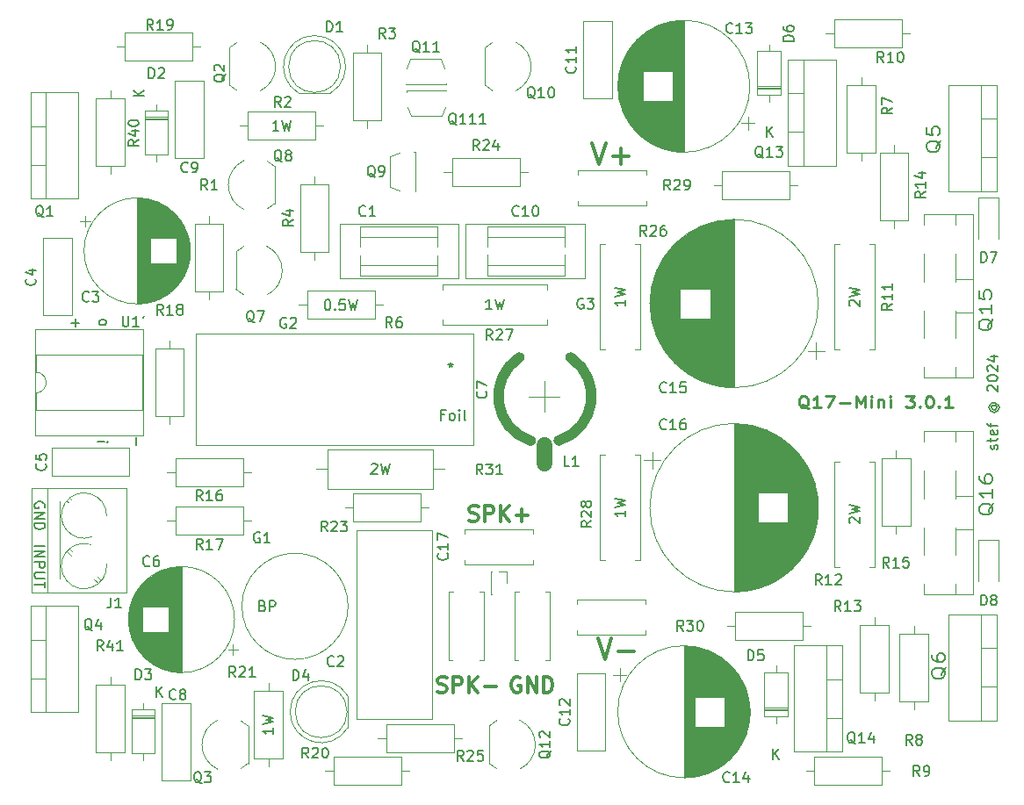
<source format=gbr>
%TF.GenerationSoftware,KiCad,Pcbnew,8.0.3*%
%TF.CreationDate,2024-07-01T09:31:08+02:00*%
%TF.ProjectId,Q17-Mini,5131372d-4d69-46e6-992e-6b696361645f,3.0.1*%
%TF.SameCoordinates,Original*%
%TF.FileFunction,Legend,Top*%
%TF.FilePolarity,Positive*%
%FSLAX46Y46*%
G04 Gerber Fmt 4.6, Leading zero omitted, Abs format (unit mm)*
G04 Created by KiCad (PCBNEW 8.0.3) date 2024-07-01 09:31:08*
%MOMM*%
%LPD*%
G01*
G04 APERTURE LIST*
%ADD10C,0.150000*%
%ADD11C,0.250000*%
%ADD12C,0.300000*%
%ADD13C,0.120000*%
%ADD14C,1.500000*%
%ADD15C,1.000000*%
G04 APERTURE END LIST*
D10*
X140734971Y-93741046D02*
X140401638Y-93741046D01*
X140401638Y-94264856D02*
X140401638Y-93264856D01*
X140401638Y-93264856D02*
X140877828Y-93264856D01*
X141401638Y-94264856D02*
X141306400Y-94217237D01*
X141306400Y-94217237D02*
X141258781Y-94169617D01*
X141258781Y-94169617D02*
X141211162Y-94074379D01*
X141211162Y-94074379D02*
X141211162Y-93788665D01*
X141211162Y-93788665D02*
X141258781Y-93693427D01*
X141258781Y-93693427D02*
X141306400Y-93645808D01*
X141306400Y-93645808D02*
X141401638Y-93598189D01*
X141401638Y-93598189D02*
X141544495Y-93598189D01*
X141544495Y-93598189D02*
X141639733Y-93645808D01*
X141639733Y-93645808D02*
X141687352Y-93693427D01*
X141687352Y-93693427D02*
X141734971Y-93788665D01*
X141734971Y-93788665D02*
X141734971Y-94074379D01*
X141734971Y-94074379D02*
X141687352Y-94169617D01*
X141687352Y-94169617D02*
X141639733Y-94217237D01*
X141639733Y-94217237D02*
X141544495Y-94264856D01*
X141544495Y-94264856D02*
X141401638Y-94264856D01*
X142163543Y-94264856D02*
X142163543Y-93598189D01*
X142163543Y-93264856D02*
X142115924Y-93312475D01*
X142115924Y-93312475D02*
X142163543Y-93360094D01*
X142163543Y-93360094D02*
X142211162Y-93312475D01*
X142211162Y-93312475D02*
X142163543Y-93264856D01*
X142163543Y-93264856D02*
X142163543Y-93360094D01*
X142782590Y-94264856D02*
X142687352Y-94217237D01*
X142687352Y-94217237D02*
X142639733Y-94121998D01*
X142639733Y-94121998D02*
X142639733Y-93264856D01*
X107287453Y-96350037D02*
X107954120Y-96350037D01*
X108287453Y-96350037D02*
X108239834Y-96302418D01*
X108239834Y-96302418D02*
X108192215Y-96350037D01*
X108192215Y-96350037D02*
X108239834Y-96397656D01*
X108239834Y-96397656D02*
X108287453Y-96350037D01*
X108287453Y-96350037D02*
X108192215Y-96350037D01*
X179829552Y-104192179D02*
X179781933Y-104144560D01*
X179781933Y-104144560D02*
X179734314Y-104049322D01*
X179734314Y-104049322D02*
X179734314Y-103811227D01*
X179734314Y-103811227D02*
X179781933Y-103715989D01*
X179781933Y-103715989D02*
X179829552Y-103668370D01*
X179829552Y-103668370D02*
X179924790Y-103620751D01*
X179924790Y-103620751D02*
X180020028Y-103620751D01*
X180020028Y-103620751D02*
X180162885Y-103668370D01*
X180162885Y-103668370D02*
X180734314Y-104239798D01*
X180734314Y-104239798D02*
X180734314Y-103620751D01*
X179734314Y-103287417D02*
X180734314Y-103049322D01*
X180734314Y-103049322D02*
X180020028Y-102858846D01*
X180020028Y-102858846D02*
X180734314Y-102668370D01*
X180734314Y-102668370D02*
X179734314Y-102430275D01*
X107434675Y-84750303D02*
X107482295Y-84655065D01*
X107482295Y-84655065D02*
X107529914Y-84607446D01*
X107529914Y-84607446D02*
X107625152Y-84559827D01*
X107625152Y-84559827D02*
X107910866Y-84559827D01*
X107910866Y-84559827D02*
X108006104Y-84607446D01*
X108006104Y-84607446D02*
X108053723Y-84655065D01*
X108053723Y-84655065D02*
X108101342Y-84750303D01*
X108101342Y-84750303D02*
X108101342Y-84893160D01*
X108101342Y-84893160D02*
X108053723Y-84988398D01*
X108053723Y-84988398D02*
X108006104Y-85036017D01*
X108006104Y-85036017D02*
X107910866Y-85083636D01*
X107910866Y-85083636D02*
X107625152Y-85083636D01*
X107625152Y-85083636D02*
X107529914Y-85036017D01*
X107529914Y-85036017D02*
X107482295Y-84988398D01*
X107482295Y-84988398D02*
X107434675Y-84893160D01*
X107434675Y-84893160D02*
X107434675Y-84750303D01*
X133687352Y-98544136D02*
X133734971Y-98496517D01*
X133734971Y-98496517D02*
X133830209Y-98448898D01*
X133830209Y-98448898D02*
X134068304Y-98448898D01*
X134068304Y-98448898D02*
X134163542Y-98496517D01*
X134163542Y-98496517D02*
X134211161Y-98544136D01*
X134211161Y-98544136D02*
X134258780Y-98639374D01*
X134258780Y-98639374D02*
X134258780Y-98734612D01*
X134258780Y-98734612D02*
X134211161Y-98877469D01*
X134211161Y-98877469D02*
X133639733Y-99448898D01*
X133639733Y-99448898D02*
X134258780Y-99448898D01*
X134592114Y-98448898D02*
X134830209Y-99448898D01*
X134830209Y-99448898D02*
X135020685Y-98734612D01*
X135020685Y-98734612D02*
X135211161Y-99448898D01*
X135211161Y-99448898D02*
X135449257Y-98448898D01*
X124219314Y-123940751D02*
X124219314Y-124512179D01*
X124219314Y-124226465D02*
X123219314Y-124226465D01*
X123219314Y-124226465D02*
X123362171Y-124321703D01*
X123362171Y-124321703D02*
X123457409Y-124416941D01*
X123457409Y-124416941D02*
X123505028Y-124512179D01*
X123219314Y-123607417D02*
X124219314Y-123369322D01*
X124219314Y-123369322D02*
X123505028Y-123178846D01*
X123505028Y-123178846D02*
X124219314Y-122988370D01*
X124219314Y-122988370D02*
X123219314Y-122750275D01*
X158128314Y-82665751D02*
X158128314Y-83237179D01*
X158128314Y-82951465D02*
X157128314Y-82951465D01*
X157128314Y-82951465D02*
X157271171Y-83046703D01*
X157271171Y-83046703D02*
X157366409Y-83141941D01*
X157366409Y-83141941D02*
X157414028Y-83237179D01*
X157128314Y-82332417D02*
X158128314Y-82094322D01*
X158128314Y-82094322D02*
X157414028Y-81903846D01*
X157414028Y-81903846D02*
X158128314Y-81713370D01*
X158128314Y-81713370D02*
X157128314Y-81475275D01*
X158128314Y-102985751D02*
X158128314Y-103557179D01*
X158128314Y-103271465D02*
X157128314Y-103271465D01*
X157128314Y-103271465D02*
X157271171Y-103366703D01*
X157271171Y-103366703D02*
X157366409Y-103461941D01*
X157366409Y-103461941D02*
X157414028Y-103557179D01*
X157128314Y-102652417D02*
X158128314Y-102414322D01*
X158128314Y-102414322D02*
X157414028Y-102223846D01*
X157414028Y-102223846D02*
X158128314Y-102033370D01*
X158128314Y-102033370D02*
X157128314Y-101795275D01*
X154105632Y-82565774D02*
X154010394Y-82518155D01*
X154010394Y-82518155D02*
X153867537Y-82518155D01*
X153867537Y-82518155D02*
X153724680Y-82565774D01*
X153724680Y-82565774D02*
X153629442Y-82661012D01*
X153629442Y-82661012D02*
X153581823Y-82756250D01*
X153581823Y-82756250D02*
X153534204Y-82946726D01*
X153534204Y-82946726D02*
X153534204Y-83089583D01*
X153534204Y-83089583D02*
X153581823Y-83280059D01*
X153581823Y-83280059D02*
X153629442Y-83375297D01*
X153629442Y-83375297D02*
X153724680Y-83470536D01*
X153724680Y-83470536D02*
X153867537Y-83518155D01*
X153867537Y-83518155D02*
X153962775Y-83518155D01*
X153962775Y-83518155D02*
X154105632Y-83470536D01*
X154105632Y-83470536D02*
X154153251Y-83422916D01*
X154153251Y-83422916D02*
X154153251Y-83089583D01*
X154153251Y-83089583D02*
X153962775Y-83089583D01*
X154486585Y-82518155D02*
X155105632Y-82518155D01*
X155105632Y-82518155D02*
X154772299Y-82899107D01*
X154772299Y-82899107D02*
X154915156Y-82899107D01*
X154915156Y-82899107D02*
X155010394Y-82946726D01*
X155010394Y-82946726D02*
X155058013Y-82994345D01*
X155058013Y-82994345D02*
X155105632Y-83089583D01*
X155105632Y-83089583D02*
X155105632Y-83327678D01*
X155105632Y-83327678D02*
X155058013Y-83422916D01*
X155058013Y-83422916D02*
X155010394Y-83470536D01*
X155010394Y-83470536D02*
X154915156Y-83518155D01*
X154915156Y-83518155D02*
X154629442Y-83518155D01*
X154629442Y-83518155D02*
X154534204Y-83470536D01*
X154534204Y-83470536D02*
X154486585Y-83422916D01*
X179829552Y-83237179D02*
X179781933Y-83189560D01*
X179781933Y-83189560D02*
X179734314Y-83094322D01*
X179734314Y-83094322D02*
X179734314Y-82856227D01*
X179734314Y-82856227D02*
X179781933Y-82760989D01*
X179781933Y-82760989D02*
X179829552Y-82713370D01*
X179829552Y-82713370D02*
X179924790Y-82665751D01*
X179924790Y-82665751D02*
X180020028Y-82665751D01*
X180020028Y-82665751D02*
X180162885Y-82713370D01*
X180162885Y-82713370D02*
X180734314Y-83284798D01*
X180734314Y-83284798D02*
X180734314Y-82665751D01*
X179734314Y-82332417D02*
X180734314Y-82094322D01*
X180734314Y-82094322D02*
X180020028Y-81903846D01*
X180020028Y-81903846D02*
X180734314Y-81713370D01*
X180734314Y-81713370D02*
X179734314Y-81475275D01*
X124748780Y-66324856D02*
X124177352Y-66324856D01*
X124463066Y-66324856D02*
X124463066Y-65324856D01*
X124463066Y-65324856D02*
X124367828Y-65467713D01*
X124367828Y-65467713D02*
X124272590Y-65562951D01*
X124272590Y-65562951D02*
X124177352Y-65610570D01*
X125082114Y-65324856D02*
X125320209Y-66324856D01*
X125320209Y-66324856D02*
X125510685Y-65610570D01*
X125510685Y-65610570D02*
X125701161Y-66324856D01*
X125701161Y-66324856D02*
X125939257Y-65324856D01*
X194021695Y-97063846D02*
X194069314Y-96968608D01*
X194069314Y-96968608D02*
X194069314Y-96778132D01*
X194069314Y-96778132D02*
X194021695Y-96682894D01*
X194021695Y-96682894D02*
X193926456Y-96635275D01*
X193926456Y-96635275D02*
X193878837Y-96635275D01*
X193878837Y-96635275D02*
X193783599Y-96682894D01*
X193783599Y-96682894D02*
X193735980Y-96778132D01*
X193735980Y-96778132D02*
X193735980Y-96920989D01*
X193735980Y-96920989D02*
X193688361Y-97016227D01*
X193688361Y-97016227D02*
X193593123Y-97063846D01*
X193593123Y-97063846D02*
X193545504Y-97063846D01*
X193545504Y-97063846D02*
X193450266Y-97016227D01*
X193450266Y-97016227D02*
X193402647Y-96920989D01*
X193402647Y-96920989D02*
X193402647Y-96778132D01*
X193402647Y-96778132D02*
X193450266Y-96682894D01*
X193402647Y-96349560D02*
X193402647Y-95968608D01*
X193069314Y-96206703D02*
X193926456Y-96206703D01*
X193926456Y-96206703D02*
X194021695Y-96159084D01*
X194021695Y-96159084D02*
X194069314Y-96063846D01*
X194069314Y-96063846D02*
X194069314Y-95968608D01*
X194021695Y-95254322D02*
X194069314Y-95349560D01*
X194069314Y-95349560D02*
X194069314Y-95540036D01*
X194069314Y-95540036D02*
X194021695Y-95635274D01*
X194021695Y-95635274D02*
X193926456Y-95682893D01*
X193926456Y-95682893D02*
X193545504Y-95682893D01*
X193545504Y-95682893D02*
X193450266Y-95635274D01*
X193450266Y-95635274D02*
X193402647Y-95540036D01*
X193402647Y-95540036D02*
X193402647Y-95349560D01*
X193402647Y-95349560D02*
X193450266Y-95254322D01*
X193450266Y-95254322D02*
X193545504Y-95206703D01*
X193545504Y-95206703D02*
X193640742Y-95206703D01*
X193640742Y-95206703D02*
X193735980Y-95682893D01*
X193402647Y-94920988D02*
X193402647Y-94540036D01*
X194069314Y-94778131D02*
X193212171Y-94778131D01*
X193212171Y-94778131D02*
X193116933Y-94730512D01*
X193116933Y-94730512D02*
X193069314Y-94635274D01*
X193069314Y-94635274D02*
X193069314Y-94540036D01*
X193593123Y-92825750D02*
X193545504Y-92873369D01*
X193545504Y-92873369D02*
X193497885Y-92968607D01*
X193497885Y-92968607D02*
X193497885Y-93063845D01*
X193497885Y-93063845D02*
X193545504Y-93159083D01*
X193545504Y-93159083D02*
X193593123Y-93206702D01*
X193593123Y-93206702D02*
X193688361Y-93254321D01*
X193688361Y-93254321D02*
X193783599Y-93254321D01*
X193783599Y-93254321D02*
X193878837Y-93206702D01*
X193878837Y-93206702D02*
X193926456Y-93159083D01*
X193926456Y-93159083D02*
X193974075Y-93063845D01*
X193974075Y-93063845D02*
X193974075Y-92968607D01*
X193974075Y-92968607D02*
X193926456Y-92873369D01*
X193926456Y-92873369D02*
X193878837Y-92825750D01*
X193497885Y-92825750D02*
X193878837Y-92825750D01*
X193878837Y-92825750D02*
X193926456Y-92778131D01*
X193926456Y-92778131D02*
X193926456Y-92730512D01*
X193926456Y-92730512D02*
X193878837Y-92635273D01*
X193878837Y-92635273D02*
X193783599Y-92587654D01*
X193783599Y-92587654D02*
X193545504Y-92587654D01*
X193545504Y-92587654D02*
X193402647Y-92682893D01*
X193402647Y-92682893D02*
X193307409Y-92825750D01*
X193307409Y-92825750D02*
X193259790Y-93016226D01*
X193259790Y-93016226D02*
X193307409Y-93206702D01*
X193307409Y-93206702D02*
X193402647Y-93349559D01*
X193402647Y-93349559D02*
X193545504Y-93444797D01*
X193545504Y-93444797D02*
X193735980Y-93492416D01*
X193735980Y-93492416D02*
X193926456Y-93444797D01*
X193926456Y-93444797D02*
X194069314Y-93349559D01*
X194069314Y-93349559D02*
X194164552Y-93206702D01*
X194164552Y-93206702D02*
X194212171Y-93016226D01*
X194212171Y-93016226D02*
X194164552Y-92825750D01*
X194164552Y-92825750D02*
X194069314Y-92682893D01*
X193164552Y-91444797D02*
X193116933Y-91397178D01*
X193116933Y-91397178D02*
X193069314Y-91301940D01*
X193069314Y-91301940D02*
X193069314Y-91063845D01*
X193069314Y-91063845D02*
X193116933Y-90968607D01*
X193116933Y-90968607D02*
X193164552Y-90920988D01*
X193164552Y-90920988D02*
X193259790Y-90873369D01*
X193259790Y-90873369D02*
X193355028Y-90873369D01*
X193355028Y-90873369D02*
X193497885Y-90920988D01*
X193497885Y-90920988D02*
X194069314Y-91492416D01*
X194069314Y-91492416D02*
X194069314Y-90873369D01*
X193069314Y-90254321D02*
X193069314Y-90159083D01*
X193069314Y-90159083D02*
X193116933Y-90063845D01*
X193116933Y-90063845D02*
X193164552Y-90016226D01*
X193164552Y-90016226D02*
X193259790Y-89968607D01*
X193259790Y-89968607D02*
X193450266Y-89920988D01*
X193450266Y-89920988D02*
X193688361Y-89920988D01*
X193688361Y-89920988D02*
X193878837Y-89968607D01*
X193878837Y-89968607D02*
X193974075Y-90016226D01*
X193974075Y-90016226D02*
X194021695Y-90063845D01*
X194021695Y-90063845D02*
X194069314Y-90159083D01*
X194069314Y-90159083D02*
X194069314Y-90254321D01*
X194069314Y-90254321D02*
X194021695Y-90349559D01*
X194021695Y-90349559D02*
X193974075Y-90397178D01*
X193974075Y-90397178D02*
X193878837Y-90444797D01*
X193878837Y-90444797D02*
X193688361Y-90492416D01*
X193688361Y-90492416D02*
X193450266Y-90492416D01*
X193450266Y-90492416D02*
X193259790Y-90444797D01*
X193259790Y-90444797D02*
X193164552Y-90397178D01*
X193164552Y-90397178D02*
X193116933Y-90349559D01*
X193116933Y-90349559D02*
X193069314Y-90254321D01*
X193164552Y-89540035D02*
X193116933Y-89492416D01*
X193116933Y-89492416D02*
X193069314Y-89397178D01*
X193069314Y-89397178D02*
X193069314Y-89159083D01*
X193069314Y-89159083D02*
X193116933Y-89063845D01*
X193116933Y-89063845D02*
X193164552Y-89016226D01*
X193164552Y-89016226D02*
X193259790Y-88968607D01*
X193259790Y-88968607D02*
X193355028Y-88968607D01*
X193355028Y-88968607D02*
X193497885Y-89016226D01*
X193497885Y-89016226D02*
X194069314Y-89587654D01*
X194069314Y-89587654D02*
X194069314Y-88968607D01*
X193402647Y-88111464D02*
X194069314Y-88111464D01*
X193021695Y-88349559D02*
X193735980Y-88587654D01*
X193735980Y-88587654D02*
X193735980Y-87968607D01*
X105136509Y-84497157D02*
X105136509Y-85259062D01*
X104755556Y-84878109D02*
X105517461Y-84878109D01*
X123208923Y-112156046D02*
X123351780Y-112203665D01*
X123351780Y-112203665D02*
X123399399Y-112251284D01*
X123399399Y-112251284D02*
X123447018Y-112346522D01*
X123447018Y-112346522D02*
X123447018Y-112489379D01*
X123447018Y-112489379D02*
X123399399Y-112584617D01*
X123399399Y-112584617D02*
X123351780Y-112632237D01*
X123351780Y-112632237D02*
X123256542Y-112679856D01*
X123256542Y-112679856D02*
X122875590Y-112679856D01*
X122875590Y-112679856D02*
X122875590Y-111679856D01*
X122875590Y-111679856D02*
X123208923Y-111679856D01*
X123208923Y-111679856D02*
X123304161Y-111727475D01*
X123304161Y-111727475D02*
X123351780Y-111775094D01*
X123351780Y-111775094D02*
X123399399Y-111870332D01*
X123399399Y-111870332D02*
X123399399Y-111965570D01*
X123399399Y-111965570D02*
X123351780Y-112060808D01*
X123351780Y-112060808D02*
X123304161Y-112108427D01*
X123304161Y-112108427D02*
X123208923Y-112156046D01*
X123208923Y-112156046D02*
X122875590Y-112156046D01*
X123875590Y-112679856D02*
X123875590Y-111679856D01*
X123875590Y-111679856D02*
X124256542Y-111679856D01*
X124256542Y-111679856D02*
X124351780Y-111727475D01*
X124351780Y-111727475D02*
X124399399Y-111775094D01*
X124399399Y-111775094D02*
X124447018Y-111870332D01*
X124447018Y-111870332D02*
X124447018Y-112013189D01*
X124447018Y-112013189D02*
X124399399Y-112108427D01*
X124399399Y-112108427D02*
X124351780Y-112156046D01*
X124351780Y-112156046D02*
X124256542Y-112203665D01*
X124256542Y-112203665D02*
X123875590Y-112203665D01*
X129416162Y-82640411D02*
X129511400Y-82640411D01*
X129511400Y-82640411D02*
X129606638Y-82688030D01*
X129606638Y-82688030D02*
X129654257Y-82735649D01*
X129654257Y-82735649D02*
X129701876Y-82830887D01*
X129701876Y-82830887D02*
X129749495Y-83021363D01*
X129749495Y-83021363D02*
X129749495Y-83259458D01*
X129749495Y-83259458D02*
X129701876Y-83449934D01*
X129701876Y-83449934D02*
X129654257Y-83545172D01*
X129654257Y-83545172D02*
X129606638Y-83592792D01*
X129606638Y-83592792D02*
X129511400Y-83640411D01*
X129511400Y-83640411D02*
X129416162Y-83640411D01*
X129416162Y-83640411D02*
X129320924Y-83592792D01*
X129320924Y-83592792D02*
X129273305Y-83545172D01*
X129273305Y-83545172D02*
X129225686Y-83449934D01*
X129225686Y-83449934D02*
X129178067Y-83259458D01*
X129178067Y-83259458D02*
X129178067Y-83021363D01*
X129178067Y-83021363D02*
X129225686Y-82830887D01*
X129225686Y-82830887D02*
X129273305Y-82735649D01*
X129273305Y-82735649D02*
X129320924Y-82688030D01*
X129320924Y-82688030D02*
X129416162Y-82640411D01*
X130178067Y-83545172D02*
X130225686Y-83592792D01*
X130225686Y-83592792D02*
X130178067Y-83640411D01*
X130178067Y-83640411D02*
X130130448Y-83592792D01*
X130130448Y-83592792D02*
X130178067Y-83545172D01*
X130178067Y-83545172D02*
X130178067Y-83640411D01*
X131130447Y-82640411D02*
X130654257Y-82640411D01*
X130654257Y-82640411D02*
X130606638Y-83116601D01*
X130606638Y-83116601D02*
X130654257Y-83068982D01*
X130654257Y-83068982D02*
X130749495Y-83021363D01*
X130749495Y-83021363D02*
X130987590Y-83021363D01*
X130987590Y-83021363D02*
X131082828Y-83068982D01*
X131082828Y-83068982D02*
X131130447Y-83116601D01*
X131130447Y-83116601D02*
X131178066Y-83211839D01*
X131178066Y-83211839D02*
X131178066Y-83449934D01*
X131178066Y-83449934D02*
X131130447Y-83545172D01*
X131130447Y-83545172D02*
X131082828Y-83592792D01*
X131082828Y-83592792D02*
X130987590Y-83640411D01*
X130987590Y-83640411D02*
X130749495Y-83640411D01*
X130749495Y-83640411D02*
X130654257Y-83592792D01*
X130654257Y-83592792D02*
X130606638Y-83545172D01*
X131511400Y-82640411D02*
X131749495Y-83640411D01*
X131749495Y-83640411D02*
X131939971Y-82926125D01*
X131939971Y-82926125D02*
X132130447Y-83640411D01*
X132130447Y-83640411D02*
X132368543Y-82640411D01*
X111011361Y-96708183D02*
X111011361Y-95946279D01*
X122915209Y-105123475D02*
X122819971Y-105075856D01*
X122819971Y-105075856D02*
X122677114Y-105075856D01*
X122677114Y-105075856D02*
X122534257Y-105123475D01*
X122534257Y-105123475D02*
X122439019Y-105218713D01*
X122439019Y-105218713D02*
X122391400Y-105313951D01*
X122391400Y-105313951D02*
X122343781Y-105504427D01*
X122343781Y-105504427D02*
X122343781Y-105647284D01*
X122343781Y-105647284D02*
X122391400Y-105837760D01*
X122391400Y-105837760D02*
X122439019Y-105932998D01*
X122439019Y-105932998D02*
X122534257Y-106028237D01*
X122534257Y-106028237D02*
X122677114Y-106075856D01*
X122677114Y-106075856D02*
X122772352Y-106075856D01*
X122772352Y-106075856D02*
X122915209Y-106028237D01*
X122915209Y-106028237D02*
X122962828Y-105980617D01*
X122962828Y-105980617D02*
X122962828Y-105647284D01*
X122962828Y-105647284D02*
X122772352Y-105647284D01*
X123915209Y-106075856D02*
X123343781Y-106075856D01*
X123629495Y-106075856D02*
X123629495Y-105075856D01*
X123629495Y-105075856D02*
X123534257Y-105218713D01*
X123534257Y-105218713D02*
X123439019Y-105313951D01*
X123439019Y-105313951D02*
X123343781Y-105361570D01*
X125455209Y-84422475D02*
X125359971Y-84374856D01*
X125359971Y-84374856D02*
X125217114Y-84374856D01*
X125217114Y-84374856D02*
X125074257Y-84422475D01*
X125074257Y-84422475D02*
X124979019Y-84517713D01*
X124979019Y-84517713D02*
X124931400Y-84612951D01*
X124931400Y-84612951D02*
X124883781Y-84803427D01*
X124883781Y-84803427D02*
X124883781Y-84946284D01*
X124883781Y-84946284D02*
X124931400Y-85136760D01*
X124931400Y-85136760D02*
X124979019Y-85231998D01*
X124979019Y-85231998D02*
X125074257Y-85327237D01*
X125074257Y-85327237D02*
X125217114Y-85374856D01*
X125217114Y-85374856D02*
X125312352Y-85374856D01*
X125312352Y-85374856D02*
X125455209Y-85327237D01*
X125455209Y-85327237D02*
X125502828Y-85279617D01*
X125502828Y-85279617D02*
X125502828Y-84946284D01*
X125502828Y-84946284D02*
X125312352Y-84946284D01*
X125883781Y-84470094D02*
X125931400Y-84422475D01*
X125931400Y-84422475D02*
X126026638Y-84374856D01*
X126026638Y-84374856D02*
X126264733Y-84374856D01*
X126264733Y-84374856D02*
X126359971Y-84422475D01*
X126359971Y-84422475D02*
X126407590Y-84470094D01*
X126407590Y-84470094D02*
X126455209Y-84565332D01*
X126455209Y-84565332D02*
X126455209Y-84660570D01*
X126455209Y-84660570D02*
X126407590Y-84803427D01*
X126407590Y-84803427D02*
X125836162Y-85374856D01*
X125836162Y-85374856D02*
X126455209Y-85374856D01*
X145308596Y-83582531D02*
X144737168Y-83582531D01*
X145022882Y-83582531D02*
X145022882Y-82582531D01*
X145022882Y-82582531D02*
X144927644Y-82725388D01*
X144927644Y-82725388D02*
X144832406Y-82820626D01*
X144832406Y-82820626D02*
X144737168Y-82868245D01*
X145641930Y-82582531D02*
X145880025Y-83582531D01*
X145880025Y-83582531D02*
X146070501Y-82868245D01*
X146070501Y-82868245D02*
X146260977Y-83582531D01*
X146260977Y-83582531D02*
X146499073Y-82582531D01*
D11*
X175842447Y-93140679D02*
X175718637Y-93088298D01*
X175718637Y-93088298D02*
X175594828Y-92983537D01*
X175594828Y-92983537D02*
X175409114Y-92826394D01*
X175409114Y-92826394D02*
X175285304Y-92774013D01*
X175285304Y-92774013D02*
X175161495Y-92774013D01*
X175223399Y-93035917D02*
X175099590Y-92983537D01*
X175099590Y-92983537D02*
X174975780Y-92878775D01*
X174975780Y-92878775D02*
X174913876Y-92669251D01*
X174913876Y-92669251D02*
X174913876Y-92302584D01*
X174913876Y-92302584D02*
X174975780Y-92093060D01*
X174975780Y-92093060D02*
X175099590Y-91988298D01*
X175099590Y-91988298D02*
X175223399Y-91935917D01*
X175223399Y-91935917D02*
X175471018Y-91935917D01*
X175471018Y-91935917D02*
X175594828Y-91988298D01*
X175594828Y-91988298D02*
X175718637Y-92093060D01*
X175718637Y-92093060D02*
X175780542Y-92302584D01*
X175780542Y-92302584D02*
X175780542Y-92669251D01*
X175780542Y-92669251D02*
X175718637Y-92878775D01*
X175718637Y-92878775D02*
X175594828Y-92983537D01*
X175594828Y-92983537D02*
X175471018Y-93035917D01*
X175471018Y-93035917D02*
X175223399Y-93035917D01*
X177018638Y-93035917D02*
X176275781Y-93035917D01*
X176647209Y-93035917D02*
X176647209Y-91935917D01*
X176647209Y-91935917D02*
X176523400Y-92093060D01*
X176523400Y-92093060D02*
X176399590Y-92197822D01*
X176399590Y-92197822D02*
X176275781Y-92250203D01*
X177451971Y-91935917D02*
X178318637Y-91935917D01*
X178318637Y-91935917D02*
X177761495Y-93035917D01*
X178813875Y-92616870D02*
X179804352Y-92616870D01*
X180423399Y-93035917D02*
X180423399Y-91935917D01*
X180423399Y-91935917D02*
X180856733Y-92721632D01*
X180856733Y-92721632D02*
X181290066Y-91935917D01*
X181290066Y-91935917D02*
X181290066Y-93035917D01*
X181909113Y-93035917D02*
X181909113Y-92302584D01*
X181909113Y-91935917D02*
X181847209Y-91988298D01*
X181847209Y-91988298D02*
X181909113Y-92040679D01*
X181909113Y-92040679D02*
X181971018Y-91988298D01*
X181971018Y-91988298D02*
X181909113Y-91935917D01*
X181909113Y-91935917D02*
X181909113Y-92040679D01*
X182528161Y-92302584D02*
X182528161Y-93035917D01*
X182528161Y-92407346D02*
X182590066Y-92354965D01*
X182590066Y-92354965D02*
X182713876Y-92302584D01*
X182713876Y-92302584D02*
X182899590Y-92302584D01*
X182899590Y-92302584D02*
X183023399Y-92354965D01*
X183023399Y-92354965D02*
X183085304Y-92459727D01*
X183085304Y-92459727D02*
X183085304Y-93035917D01*
X183704351Y-93035917D02*
X183704351Y-92302584D01*
X183704351Y-91935917D02*
X183642447Y-91988298D01*
X183642447Y-91988298D02*
X183704351Y-92040679D01*
X183704351Y-92040679D02*
X183766256Y-91988298D01*
X183766256Y-91988298D02*
X183704351Y-91935917D01*
X183704351Y-91935917D02*
X183704351Y-92040679D01*
X185190066Y-91935917D02*
X185994828Y-91935917D01*
X185994828Y-91935917D02*
X185561494Y-92354965D01*
X185561494Y-92354965D02*
X185747209Y-92354965D01*
X185747209Y-92354965D02*
X185871018Y-92407346D01*
X185871018Y-92407346D02*
X185932923Y-92459727D01*
X185932923Y-92459727D02*
X185994828Y-92564489D01*
X185994828Y-92564489D02*
X185994828Y-92826394D01*
X185994828Y-92826394D02*
X185932923Y-92931156D01*
X185932923Y-92931156D02*
X185871018Y-92983537D01*
X185871018Y-92983537D02*
X185747209Y-93035917D01*
X185747209Y-93035917D02*
X185375780Y-93035917D01*
X185375780Y-93035917D02*
X185251971Y-92983537D01*
X185251971Y-92983537D02*
X185190066Y-92931156D01*
X186551970Y-92931156D02*
X186613875Y-92983537D01*
X186613875Y-92983537D02*
X186551970Y-93035917D01*
X186551970Y-93035917D02*
X186490066Y-92983537D01*
X186490066Y-92983537D02*
X186551970Y-92931156D01*
X186551970Y-92931156D02*
X186551970Y-93035917D01*
X187418637Y-91935917D02*
X187542447Y-91935917D01*
X187542447Y-91935917D02*
X187666256Y-91988298D01*
X187666256Y-91988298D02*
X187728161Y-92040679D01*
X187728161Y-92040679D02*
X187790066Y-92145441D01*
X187790066Y-92145441D02*
X187851971Y-92354965D01*
X187851971Y-92354965D02*
X187851971Y-92616870D01*
X187851971Y-92616870D02*
X187790066Y-92826394D01*
X187790066Y-92826394D02*
X187728161Y-92931156D01*
X187728161Y-92931156D02*
X187666256Y-92983537D01*
X187666256Y-92983537D02*
X187542447Y-93035917D01*
X187542447Y-93035917D02*
X187418637Y-93035917D01*
X187418637Y-93035917D02*
X187294828Y-92983537D01*
X187294828Y-92983537D02*
X187232923Y-92931156D01*
X187232923Y-92931156D02*
X187171018Y-92826394D01*
X187171018Y-92826394D02*
X187109114Y-92616870D01*
X187109114Y-92616870D02*
X187109114Y-92354965D01*
X187109114Y-92354965D02*
X187171018Y-92145441D01*
X187171018Y-92145441D02*
X187232923Y-92040679D01*
X187232923Y-92040679D02*
X187294828Y-91988298D01*
X187294828Y-91988298D02*
X187418637Y-91935917D01*
X188409113Y-92931156D02*
X188471018Y-92983537D01*
X188471018Y-92983537D02*
X188409113Y-93035917D01*
X188409113Y-93035917D02*
X188347209Y-92983537D01*
X188347209Y-92983537D02*
X188409113Y-92931156D01*
X188409113Y-92931156D02*
X188409113Y-93035917D01*
X189709114Y-93035917D02*
X188966257Y-93035917D01*
X189337685Y-93035917D02*
X189337685Y-91935917D01*
X189337685Y-91935917D02*
X189213876Y-92093060D01*
X189213876Y-92093060D02*
X189090066Y-92197822D01*
X189090066Y-92197822D02*
X188966257Y-92250203D01*
D10*
X171453066Y-68960094D02*
X171357828Y-68912475D01*
X171357828Y-68912475D02*
X171262590Y-68817237D01*
X171262590Y-68817237D02*
X171119733Y-68674379D01*
X171119733Y-68674379D02*
X171024495Y-68626760D01*
X171024495Y-68626760D02*
X170929257Y-68626760D01*
X170976876Y-68864856D02*
X170881638Y-68817237D01*
X170881638Y-68817237D02*
X170786400Y-68721998D01*
X170786400Y-68721998D02*
X170738781Y-68531522D01*
X170738781Y-68531522D02*
X170738781Y-68198189D01*
X170738781Y-68198189D02*
X170786400Y-68007713D01*
X170786400Y-68007713D02*
X170881638Y-67912475D01*
X170881638Y-67912475D02*
X170976876Y-67864856D01*
X170976876Y-67864856D02*
X171167352Y-67864856D01*
X171167352Y-67864856D02*
X171262590Y-67912475D01*
X171262590Y-67912475D02*
X171357828Y-68007713D01*
X171357828Y-68007713D02*
X171405447Y-68198189D01*
X171405447Y-68198189D02*
X171405447Y-68531522D01*
X171405447Y-68531522D02*
X171357828Y-68721998D01*
X171357828Y-68721998D02*
X171262590Y-68817237D01*
X171262590Y-68817237D02*
X171167352Y-68864856D01*
X171167352Y-68864856D02*
X170976876Y-68864856D01*
X172357828Y-68864856D02*
X171786400Y-68864856D01*
X172072114Y-68864856D02*
X172072114Y-67864856D01*
X172072114Y-67864856D02*
X171976876Y-68007713D01*
X171976876Y-68007713D02*
X171881638Y-68102951D01*
X171881638Y-68102951D02*
X171786400Y-68150570D01*
X172691162Y-67864856D02*
X173310209Y-67864856D01*
X173310209Y-67864856D02*
X172976876Y-68245808D01*
X172976876Y-68245808D02*
X173119733Y-68245808D01*
X173119733Y-68245808D02*
X173214971Y-68293427D01*
X173214971Y-68293427D02*
X173262590Y-68341046D01*
X173262590Y-68341046D02*
X173310209Y-68436284D01*
X173310209Y-68436284D02*
X173310209Y-68674379D01*
X173310209Y-68674379D02*
X173262590Y-68769617D01*
X173262590Y-68769617D02*
X173214971Y-68817237D01*
X173214971Y-68817237D02*
X173119733Y-68864856D01*
X173119733Y-68864856D02*
X172834019Y-68864856D01*
X172834019Y-68864856D02*
X172738781Y-68817237D01*
X172738781Y-68817237D02*
X172691162Y-68769617D01*
D12*
X155514733Y-115325675D02*
X156181399Y-117325675D01*
X156181399Y-117325675D02*
X156848066Y-115325675D01*
X157514733Y-116563770D02*
X159038543Y-116563770D01*
D10*
X112642322Y-56618830D02*
X112308989Y-56142639D01*
X112070894Y-56618830D02*
X112070894Y-55618830D01*
X112070894Y-55618830D02*
X112451846Y-55618830D01*
X112451846Y-55618830D02*
X112547084Y-55666449D01*
X112547084Y-55666449D02*
X112594703Y-55714068D01*
X112594703Y-55714068D02*
X112642322Y-55809306D01*
X112642322Y-55809306D02*
X112642322Y-55952163D01*
X112642322Y-55952163D02*
X112594703Y-56047401D01*
X112594703Y-56047401D02*
X112547084Y-56095020D01*
X112547084Y-56095020D02*
X112451846Y-56142639D01*
X112451846Y-56142639D02*
X112070894Y-56142639D01*
X113594703Y-56618830D02*
X113023275Y-56618830D01*
X113308989Y-56618830D02*
X113308989Y-55618830D01*
X113308989Y-55618830D02*
X113213751Y-55761687D01*
X113213751Y-55761687D02*
X113118513Y-55856925D01*
X113118513Y-55856925D02*
X113023275Y-55904544D01*
X114070894Y-56618830D02*
X114261370Y-56618830D01*
X114261370Y-56618830D02*
X114356608Y-56571211D01*
X114356608Y-56571211D02*
X114404227Y-56523591D01*
X114404227Y-56523591D02*
X114499465Y-56380734D01*
X114499465Y-56380734D02*
X114547084Y-56190258D01*
X114547084Y-56190258D02*
X114547084Y-55809306D01*
X114547084Y-55809306D02*
X114499465Y-55714068D01*
X114499465Y-55714068D02*
X114451846Y-55666449D01*
X114451846Y-55666449D02*
X114356608Y-55618830D01*
X114356608Y-55618830D02*
X114166132Y-55618830D01*
X114166132Y-55618830D02*
X114070894Y-55666449D01*
X114070894Y-55666449D02*
X114023275Y-55714068D01*
X114023275Y-55714068D02*
X113975656Y-55809306D01*
X113975656Y-55809306D02*
X113975656Y-56047401D01*
X113975656Y-56047401D02*
X114023275Y-56142639D01*
X114023275Y-56142639D02*
X114070894Y-56190258D01*
X114070894Y-56190258D02*
X114166132Y-56237877D01*
X114166132Y-56237877D02*
X114356608Y-56237877D01*
X114356608Y-56237877D02*
X114451846Y-56190258D01*
X114451846Y-56190258D02*
X114499465Y-56142639D01*
X114499465Y-56142639D02*
X114547084Y-56047401D01*
X126140767Y-119346025D02*
X126140767Y-118346025D01*
X126140767Y-118346025D02*
X126378862Y-118346025D01*
X126378862Y-118346025D02*
X126521719Y-118393644D01*
X126521719Y-118393644D02*
X126616957Y-118488882D01*
X126616957Y-118488882D02*
X126664576Y-118584120D01*
X126664576Y-118584120D02*
X126712195Y-118774596D01*
X126712195Y-118774596D02*
X126712195Y-118917453D01*
X126712195Y-118917453D02*
X126664576Y-119107929D01*
X126664576Y-119107929D02*
X126616957Y-119203167D01*
X126616957Y-119203167D02*
X126521719Y-119298406D01*
X126521719Y-119298406D02*
X126378862Y-119346025D01*
X126378862Y-119346025D02*
X126140767Y-119346025D01*
X127569338Y-118679358D02*
X127569338Y-119346025D01*
X127331243Y-118298406D02*
X127093148Y-119012691D01*
X127093148Y-119012691D02*
X127712195Y-119012691D01*
X162110637Y-95058617D02*
X162063018Y-95106237D01*
X162063018Y-95106237D02*
X161920161Y-95153856D01*
X161920161Y-95153856D02*
X161824923Y-95153856D01*
X161824923Y-95153856D02*
X161682066Y-95106237D01*
X161682066Y-95106237D02*
X161586828Y-95010998D01*
X161586828Y-95010998D02*
X161539209Y-94915760D01*
X161539209Y-94915760D02*
X161491590Y-94725284D01*
X161491590Y-94725284D02*
X161491590Y-94582427D01*
X161491590Y-94582427D02*
X161539209Y-94391951D01*
X161539209Y-94391951D02*
X161586828Y-94296713D01*
X161586828Y-94296713D02*
X161682066Y-94201475D01*
X161682066Y-94201475D02*
X161824923Y-94153856D01*
X161824923Y-94153856D02*
X161920161Y-94153856D01*
X161920161Y-94153856D02*
X162063018Y-94201475D01*
X162063018Y-94201475D02*
X162110637Y-94249094D01*
X163063018Y-95153856D02*
X162491590Y-95153856D01*
X162777304Y-95153856D02*
X162777304Y-94153856D01*
X162777304Y-94153856D02*
X162682066Y-94296713D01*
X162682066Y-94296713D02*
X162586828Y-94391951D01*
X162586828Y-94391951D02*
X162491590Y-94439570D01*
X163920161Y-94153856D02*
X163729685Y-94153856D01*
X163729685Y-94153856D02*
X163634447Y-94201475D01*
X163634447Y-94201475D02*
X163586828Y-94249094D01*
X163586828Y-94249094D02*
X163491590Y-94391951D01*
X163491590Y-94391951D02*
X163443971Y-94582427D01*
X163443971Y-94582427D02*
X163443971Y-94963379D01*
X163443971Y-94963379D02*
X163491590Y-95058617D01*
X163491590Y-95058617D02*
X163539209Y-95106237D01*
X163539209Y-95106237D02*
X163634447Y-95153856D01*
X163634447Y-95153856D02*
X163824923Y-95153856D01*
X163824923Y-95153856D02*
X163920161Y-95106237D01*
X163920161Y-95106237D02*
X163967780Y-95058617D01*
X163967780Y-95058617D02*
X164015399Y-94963379D01*
X164015399Y-94963379D02*
X164015399Y-94725284D01*
X164015399Y-94725284D02*
X163967780Y-94630046D01*
X163967780Y-94630046D02*
X163920161Y-94582427D01*
X163920161Y-94582427D02*
X163824923Y-94534808D01*
X163824923Y-94534808D02*
X163634447Y-94534808D01*
X163634447Y-94534808D02*
X163539209Y-94582427D01*
X163539209Y-94582427D02*
X163491590Y-94630046D01*
X163491590Y-94630046D02*
X163443971Y-94725284D01*
X177096637Y-110139856D02*
X176763304Y-109663665D01*
X176525209Y-110139856D02*
X176525209Y-109139856D01*
X176525209Y-109139856D02*
X176906161Y-109139856D01*
X176906161Y-109139856D02*
X177001399Y-109187475D01*
X177001399Y-109187475D02*
X177049018Y-109235094D01*
X177049018Y-109235094D02*
X177096637Y-109330332D01*
X177096637Y-109330332D02*
X177096637Y-109473189D01*
X177096637Y-109473189D02*
X177049018Y-109568427D01*
X177049018Y-109568427D02*
X177001399Y-109616046D01*
X177001399Y-109616046D02*
X176906161Y-109663665D01*
X176906161Y-109663665D02*
X176525209Y-109663665D01*
X178049018Y-110139856D02*
X177477590Y-110139856D01*
X177763304Y-110139856D02*
X177763304Y-109139856D01*
X177763304Y-109139856D02*
X177668066Y-109282713D01*
X177668066Y-109282713D02*
X177572828Y-109377951D01*
X177572828Y-109377951D02*
X177477590Y-109425570D01*
X178429971Y-109235094D02*
X178477590Y-109187475D01*
X178477590Y-109187475D02*
X178572828Y-109139856D01*
X178572828Y-109139856D02*
X178810923Y-109139856D01*
X178810923Y-109139856D02*
X178906161Y-109187475D01*
X178906161Y-109187475D02*
X178953780Y-109235094D01*
X178953780Y-109235094D02*
X179001399Y-109330332D01*
X179001399Y-109330332D02*
X179001399Y-109425570D01*
X179001399Y-109425570D02*
X178953780Y-109568427D01*
X178953780Y-109568427D02*
X178382352Y-110139856D01*
X178382352Y-110139856D02*
X179001399Y-110139856D01*
X180343066Y-125475094D02*
X180247828Y-125427475D01*
X180247828Y-125427475D02*
X180152590Y-125332237D01*
X180152590Y-125332237D02*
X180009733Y-125189379D01*
X180009733Y-125189379D02*
X179914495Y-125141760D01*
X179914495Y-125141760D02*
X179819257Y-125141760D01*
X179866876Y-125379856D02*
X179771638Y-125332237D01*
X179771638Y-125332237D02*
X179676400Y-125236998D01*
X179676400Y-125236998D02*
X179628781Y-125046522D01*
X179628781Y-125046522D02*
X179628781Y-124713189D01*
X179628781Y-124713189D02*
X179676400Y-124522713D01*
X179676400Y-124522713D02*
X179771638Y-124427475D01*
X179771638Y-124427475D02*
X179866876Y-124379856D01*
X179866876Y-124379856D02*
X180057352Y-124379856D01*
X180057352Y-124379856D02*
X180152590Y-124427475D01*
X180152590Y-124427475D02*
X180247828Y-124522713D01*
X180247828Y-124522713D02*
X180295447Y-124713189D01*
X180295447Y-124713189D02*
X180295447Y-125046522D01*
X180295447Y-125046522D02*
X180247828Y-125236998D01*
X180247828Y-125236998D02*
X180152590Y-125332237D01*
X180152590Y-125332237D02*
X180057352Y-125379856D01*
X180057352Y-125379856D02*
X179866876Y-125379856D01*
X181247828Y-125379856D02*
X180676400Y-125379856D01*
X180962114Y-125379856D02*
X180962114Y-124379856D01*
X180962114Y-124379856D02*
X180866876Y-124522713D01*
X180866876Y-124522713D02*
X180771638Y-124617951D01*
X180771638Y-124617951D02*
X180676400Y-124665570D01*
X182104971Y-124713189D02*
X182104971Y-125379856D01*
X181866876Y-124332237D02*
X181628781Y-125046522D01*
X181628781Y-125046522D02*
X182247828Y-125046522D01*
X152699075Y-123067894D02*
X152746695Y-123115513D01*
X152746695Y-123115513D02*
X152794314Y-123258370D01*
X152794314Y-123258370D02*
X152794314Y-123353608D01*
X152794314Y-123353608D02*
X152746695Y-123496465D01*
X152746695Y-123496465D02*
X152651456Y-123591703D01*
X152651456Y-123591703D02*
X152556218Y-123639322D01*
X152556218Y-123639322D02*
X152365742Y-123686941D01*
X152365742Y-123686941D02*
X152222885Y-123686941D01*
X152222885Y-123686941D02*
X152032409Y-123639322D01*
X152032409Y-123639322D02*
X151937171Y-123591703D01*
X151937171Y-123591703D02*
X151841933Y-123496465D01*
X151841933Y-123496465D02*
X151794314Y-123353608D01*
X151794314Y-123353608D02*
X151794314Y-123258370D01*
X151794314Y-123258370D02*
X151841933Y-123115513D01*
X151841933Y-123115513D02*
X151889552Y-123067894D01*
X152794314Y-122115513D02*
X152794314Y-122686941D01*
X152794314Y-122401227D02*
X151794314Y-122401227D01*
X151794314Y-122401227D02*
X151937171Y-122496465D01*
X151937171Y-122496465D02*
X152032409Y-122591703D01*
X152032409Y-122591703D02*
X152080028Y-122686941D01*
X151889552Y-121734560D02*
X151841933Y-121686941D01*
X151841933Y-121686941D02*
X151794314Y-121591703D01*
X151794314Y-121591703D02*
X151794314Y-121353608D01*
X151794314Y-121353608D02*
X151841933Y-121258370D01*
X151841933Y-121258370D02*
X151889552Y-121210751D01*
X151889552Y-121210751D02*
X151984790Y-121163132D01*
X151984790Y-121163132D02*
X152080028Y-121163132D01*
X152080028Y-121163132D02*
X152222885Y-121210751D01*
X152222885Y-121210751D02*
X152794314Y-121782179D01*
X152794314Y-121782179D02*
X152794314Y-121163132D01*
X135685866Y-85329596D02*
X135352533Y-84853405D01*
X135114438Y-85329596D02*
X135114438Y-84329596D01*
X135114438Y-84329596D02*
X135495390Y-84329596D01*
X135495390Y-84329596D02*
X135590628Y-84377215D01*
X135590628Y-84377215D02*
X135638247Y-84424834D01*
X135638247Y-84424834D02*
X135685866Y-84520072D01*
X135685866Y-84520072D02*
X135685866Y-84662929D01*
X135685866Y-84662929D02*
X135638247Y-84758167D01*
X135638247Y-84758167D02*
X135590628Y-84805786D01*
X135590628Y-84805786D02*
X135495390Y-84853405D01*
X135495390Y-84853405D02*
X135114438Y-84853405D01*
X136543009Y-84329596D02*
X136352533Y-84329596D01*
X136352533Y-84329596D02*
X136257295Y-84377215D01*
X136257295Y-84377215D02*
X136209676Y-84424834D01*
X136209676Y-84424834D02*
X136114438Y-84567691D01*
X136114438Y-84567691D02*
X136066819Y-84758167D01*
X136066819Y-84758167D02*
X136066819Y-85139119D01*
X136066819Y-85139119D02*
X136114438Y-85234357D01*
X136114438Y-85234357D02*
X136162057Y-85281977D01*
X136162057Y-85281977D02*
X136257295Y-85329596D01*
X136257295Y-85329596D02*
X136447771Y-85329596D01*
X136447771Y-85329596D02*
X136543009Y-85281977D01*
X136543009Y-85281977D02*
X136590628Y-85234357D01*
X136590628Y-85234357D02*
X136638247Y-85139119D01*
X136638247Y-85139119D02*
X136638247Y-84901024D01*
X136638247Y-84901024D02*
X136590628Y-84805786D01*
X136590628Y-84805786D02*
X136543009Y-84758167D01*
X136543009Y-84758167D02*
X136447771Y-84710548D01*
X136447771Y-84710548D02*
X136257295Y-84710548D01*
X136257295Y-84710548D02*
X136162057Y-84758167D01*
X136162057Y-84758167D02*
X136114438Y-84805786D01*
X136114438Y-84805786D02*
X136066819Y-84901024D01*
X192449172Y-79024856D02*
X192449172Y-78024856D01*
X192449172Y-78024856D02*
X192687267Y-78024856D01*
X192687267Y-78024856D02*
X192830124Y-78072475D01*
X192830124Y-78072475D02*
X192925362Y-78167713D01*
X192925362Y-78167713D02*
X192972981Y-78262951D01*
X192972981Y-78262951D02*
X193020600Y-78453427D01*
X193020600Y-78453427D02*
X193020600Y-78596284D01*
X193020600Y-78596284D02*
X192972981Y-78786760D01*
X192972981Y-78786760D02*
X192925362Y-78881998D01*
X192925362Y-78881998D02*
X192830124Y-78977237D01*
X192830124Y-78977237D02*
X192687267Y-79024856D01*
X192687267Y-79024856D02*
X192449172Y-79024856D01*
X193353934Y-78024856D02*
X194020600Y-78024856D01*
X194020600Y-78024856D02*
X193592029Y-79024856D01*
X129434855Y-104994550D02*
X129101522Y-104518359D01*
X128863427Y-104994550D02*
X128863427Y-103994550D01*
X128863427Y-103994550D02*
X129244379Y-103994550D01*
X129244379Y-103994550D02*
X129339617Y-104042169D01*
X129339617Y-104042169D02*
X129387236Y-104089788D01*
X129387236Y-104089788D02*
X129434855Y-104185026D01*
X129434855Y-104185026D02*
X129434855Y-104327883D01*
X129434855Y-104327883D02*
X129387236Y-104423121D01*
X129387236Y-104423121D02*
X129339617Y-104470740D01*
X129339617Y-104470740D02*
X129244379Y-104518359D01*
X129244379Y-104518359D02*
X128863427Y-104518359D01*
X129815808Y-104089788D02*
X129863427Y-104042169D01*
X129863427Y-104042169D02*
X129958665Y-103994550D01*
X129958665Y-103994550D02*
X130196760Y-103994550D01*
X130196760Y-103994550D02*
X130291998Y-104042169D01*
X130291998Y-104042169D02*
X130339617Y-104089788D01*
X130339617Y-104089788D02*
X130387236Y-104185026D01*
X130387236Y-104185026D02*
X130387236Y-104280264D01*
X130387236Y-104280264D02*
X130339617Y-104423121D01*
X130339617Y-104423121D02*
X129768189Y-104994550D01*
X129768189Y-104994550D02*
X130387236Y-104994550D01*
X130720570Y-103994550D02*
X131339617Y-103994550D01*
X131339617Y-103994550D02*
X131006284Y-104375502D01*
X131006284Y-104375502D02*
X131149141Y-104375502D01*
X131149141Y-104375502D02*
X131244379Y-104423121D01*
X131244379Y-104423121D02*
X131291998Y-104470740D01*
X131291998Y-104470740D02*
X131339617Y-104565978D01*
X131339617Y-104565978D02*
X131339617Y-104804073D01*
X131339617Y-104804073D02*
X131291998Y-104899311D01*
X131291998Y-104899311D02*
X131244379Y-104946931D01*
X131244379Y-104946931D02*
X131149141Y-104994550D01*
X131149141Y-104994550D02*
X130863427Y-104994550D01*
X130863427Y-104994550D02*
X130768189Y-104946931D01*
X130768189Y-104946931D02*
X130720570Y-104899311D01*
X120581637Y-119029856D02*
X120248304Y-118553665D01*
X120010209Y-119029856D02*
X120010209Y-118029856D01*
X120010209Y-118029856D02*
X120391161Y-118029856D01*
X120391161Y-118029856D02*
X120486399Y-118077475D01*
X120486399Y-118077475D02*
X120534018Y-118125094D01*
X120534018Y-118125094D02*
X120581637Y-118220332D01*
X120581637Y-118220332D02*
X120581637Y-118363189D01*
X120581637Y-118363189D02*
X120534018Y-118458427D01*
X120534018Y-118458427D02*
X120486399Y-118506046D01*
X120486399Y-118506046D02*
X120391161Y-118553665D01*
X120391161Y-118553665D02*
X120010209Y-118553665D01*
X120962590Y-118125094D02*
X121010209Y-118077475D01*
X121010209Y-118077475D02*
X121105447Y-118029856D01*
X121105447Y-118029856D02*
X121343542Y-118029856D01*
X121343542Y-118029856D02*
X121438780Y-118077475D01*
X121438780Y-118077475D02*
X121486399Y-118125094D01*
X121486399Y-118125094D02*
X121534018Y-118220332D01*
X121534018Y-118220332D02*
X121534018Y-118315570D01*
X121534018Y-118315570D02*
X121486399Y-118458427D01*
X121486399Y-118458427D02*
X120914971Y-119029856D01*
X120914971Y-119029856D02*
X121534018Y-119029856D01*
X122486399Y-119029856D02*
X121914971Y-119029856D01*
X122200685Y-119029856D02*
X122200685Y-118029856D01*
X122200685Y-118029856D02*
X122105447Y-118172713D01*
X122105447Y-118172713D02*
X122010209Y-118267951D01*
X122010209Y-118267951D02*
X121914971Y-118315570D01*
X111257956Y-67225511D02*
X110781765Y-67558844D01*
X111257956Y-67796939D02*
X110257956Y-67796939D01*
X110257956Y-67796939D02*
X110257956Y-67415987D01*
X110257956Y-67415987D02*
X110305575Y-67320749D01*
X110305575Y-67320749D02*
X110353194Y-67273130D01*
X110353194Y-67273130D02*
X110448432Y-67225511D01*
X110448432Y-67225511D02*
X110591289Y-67225511D01*
X110591289Y-67225511D02*
X110686527Y-67273130D01*
X110686527Y-67273130D02*
X110734146Y-67320749D01*
X110734146Y-67320749D02*
X110781765Y-67415987D01*
X110781765Y-67415987D02*
X110781765Y-67796939D01*
X110591289Y-66368368D02*
X111257956Y-66368368D01*
X110210337Y-66606463D02*
X110924622Y-66844558D01*
X110924622Y-66844558D02*
X110924622Y-66225511D01*
X110257956Y-65654082D02*
X110257956Y-65558844D01*
X110257956Y-65558844D02*
X110305575Y-65463606D01*
X110305575Y-65463606D02*
X110353194Y-65415987D01*
X110353194Y-65415987D02*
X110448432Y-65368368D01*
X110448432Y-65368368D02*
X110638908Y-65320749D01*
X110638908Y-65320749D02*
X110877003Y-65320749D01*
X110877003Y-65320749D02*
X111067479Y-65368368D01*
X111067479Y-65368368D02*
X111162717Y-65415987D01*
X111162717Y-65415987D02*
X111210337Y-65463606D01*
X111210337Y-65463606D02*
X111257956Y-65558844D01*
X111257956Y-65558844D02*
X111257956Y-65654082D01*
X111257956Y-65654082D02*
X111210337Y-65749320D01*
X111210337Y-65749320D02*
X111162717Y-65796939D01*
X111162717Y-65796939D02*
X111067479Y-65844558D01*
X111067479Y-65844558D02*
X110877003Y-65892177D01*
X110877003Y-65892177D02*
X110638908Y-65892177D01*
X110638908Y-65892177D02*
X110448432Y-65844558D01*
X110448432Y-65844558D02*
X110353194Y-65796939D01*
X110353194Y-65796939D02*
X110305575Y-65749320D01*
X110305575Y-65749320D02*
X110257956Y-65654082D01*
X185827828Y-125583056D02*
X185494495Y-125106865D01*
X185256400Y-125583056D02*
X185256400Y-124583056D01*
X185256400Y-124583056D02*
X185637352Y-124583056D01*
X185637352Y-124583056D02*
X185732590Y-124630675D01*
X185732590Y-124630675D02*
X185780209Y-124678294D01*
X185780209Y-124678294D02*
X185827828Y-124773532D01*
X185827828Y-124773532D02*
X185827828Y-124916389D01*
X185827828Y-124916389D02*
X185780209Y-125011627D01*
X185780209Y-125011627D02*
X185732590Y-125059246D01*
X185732590Y-125059246D02*
X185637352Y-125106865D01*
X185637352Y-125106865D02*
X185256400Y-125106865D01*
X186399257Y-125011627D02*
X186304019Y-124964008D01*
X186304019Y-124964008D02*
X186256400Y-124916389D01*
X186256400Y-124916389D02*
X186208781Y-124821151D01*
X186208781Y-124821151D02*
X186208781Y-124773532D01*
X186208781Y-124773532D02*
X186256400Y-124678294D01*
X186256400Y-124678294D02*
X186304019Y-124630675D01*
X186304019Y-124630675D02*
X186399257Y-124583056D01*
X186399257Y-124583056D02*
X186589733Y-124583056D01*
X186589733Y-124583056D02*
X186684971Y-124630675D01*
X186684971Y-124630675D02*
X186732590Y-124678294D01*
X186732590Y-124678294D02*
X186780209Y-124773532D01*
X186780209Y-124773532D02*
X186780209Y-124821151D01*
X186780209Y-124821151D02*
X186732590Y-124916389D01*
X186732590Y-124916389D02*
X186684971Y-124964008D01*
X186684971Y-124964008D02*
X186589733Y-125011627D01*
X186589733Y-125011627D02*
X186399257Y-125011627D01*
X186399257Y-125011627D02*
X186304019Y-125059246D01*
X186304019Y-125059246D02*
X186256400Y-125106865D01*
X186256400Y-125106865D02*
X186208781Y-125202103D01*
X186208781Y-125202103D02*
X186208781Y-125392579D01*
X186208781Y-125392579D02*
X186256400Y-125487817D01*
X186256400Y-125487817D02*
X186304019Y-125535437D01*
X186304019Y-125535437D02*
X186399257Y-125583056D01*
X186399257Y-125583056D02*
X186589733Y-125583056D01*
X186589733Y-125583056D02*
X186684971Y-125535437D01*
X186684971Y-125535437D02*
X186732590Y-125487817D01*
X186732590Y-125487817D02*
X186780209Y-125392579D01*
X186780209Y-125392579D02*
X186780209Y-125202103D01*
X186780209Y-125202103D02*
X186732590Y-125106865D01*
X186732590Y-125106865D02*
X186684971Y-125059246D01*
X186684971Y-125059246D02*
X186589733Y-125011627D01*
X153334075Y-60162894D02*
X153381695Y-60210513D01*
X153381695Y-60210513D02*
X153429314Y-60353370D01*
X153429314Y-60353370D02*
X153429314Y-60448608D01*
X153429314Y-60448608D02*
X153381695Y-60591465D01*
X153381695Y-60591465D02*
X153286456Y-60686703D01*
X153286456Y-60686703D02*
X153191218Y-60734322D01*
X153191218Y-60734322D02*
X153000742Y-60781941D01*
X153000742Y-60781941D02*
X152857885Y-60781941D01*
X152857885Y-60781941D02*
X152667409Y-60734322D01*
X152667409Y-60734322D02*
X152572171Y-60686703D01*
X152572171Y-60686703D02*
X152476933Y-60591465D01*
X152476933Y-60591465D02*
X152429314Y-60448608D01*
X152429314Y-60448608D02*
X152429314Y-60353370D01*
X152429314Y-60353370D02*
X152476933Y-60210513D01*
X152476933Y-60210513D02*
X152524552Y-60162894D01*
X153429314Y-59210513D02*
X153429314Y-59781941D01*
X153429314Y-59496227D02*
X152429314Y-59496227D01*
X152429314Y-59496227D02*
X152572171Y-59591465D01*
X152572171Y-59591465D02*
X152667409Y-59686703D01*
X152667409Y-59686703D02*
X152715028Y-59781941D01*
X153429314Y-58258132D02*
X153429314Y-58829560D01*
X153429314Y-58543846D02*
X152429314Y-58543846D01*
X152429314Y-58543846D02*
X152572171Y-58639084D01*
X152572171Y-58639084D02*
X152667409Y-58734322D01*
X152667409Y-58734322D02*
X152715028Y-58829560D01*
X112294828Y-108266617D02*
X112247209Y-108314237D01*
X112247209Y-108314237D02*
X112104352Y-108361856D01*
X112104352Y-108361856D02*
X112009114Y-108361856D01*
X112009114Y-108361856D02*
X111866257Y-108314237D01*
X111866257Y-108314237D02*
X111771019Y-108218998D01*
X111771019Y-108218998D02*
X111723400Y-108123760D01*
X111723400Y-108123760D02*
X111675781Y-107933284D01*
X111675781Y-107933284D02*
X111675781Y-107790427D01*
X111675781Y-107790427D02*
X111723400Y-107599951D01*
X111723400Y-107599951D02*
X111771019Y-107504713D01*
X111771019Y-107504713D02*
X111866257Y-107409475D01*
X111866257Y-107409475D02*
X112009114Y-107361856D01*
X112009114Y-107361856D02*
X112104352Y-107361856D01*
X112104352Y-107361856D02*
X112247209Y-107409475D01*
X112247209Y-107409475D02*
X112294828Y-107457094D01*
X113151971Y-107361856D02*
X112961495Y-107361856D01*
X112961495Y-107361856D02*
X112866257Y-107409475D01*
X112866257Y-107409475D02*
X112818638Y-107457094D01*
X112818638Y-107457094D02*
X112723400Y-107599951D01*
X112723400Y-107599951D02*
X112675781Y-107790427D01*
X112675781Y-107790427D02*
X112675781Y-108171379D01*
X112675781Y-108171379D02*
X112723400Y-108266617D01*
X112723400Y-108266617D02*
X112771019Y-108314237D01*
X112771019Y-108314237D02*
X112866257Y-108361856D01*
X112866257Y-108361856D02*
X113056733Y-108361856D01*
X113056733Y-108361856D02*
X113151971Y-108314237D01*
X113151971Y-108314237D02*
X113199590Y-108266617D01*
X113199590Y-108266617D02*
X113247209Y-108171379D01*
X113247209Y-108171379D02*
X113247209Y-107933284D01*
X113247209Y-107933284D02*
X113199590Y-107838046D01*
X113199590Y-107838046D02*
X113151971Y-107790427D01*
X113151971Y-107790427D02*
X113056733Y-107742808D01*
X113056733Y-107742808D02*
X112866257Y-107742808D01*
X112866257Y-107742808D02*
X112771019Y-107790427D01*
X112771019Y-107790427D02*
X112723400Y-107838046D01*
X112723400Y-107838046D02*
X112675781Y-107933284D01*
X112231400Y-61284856D02*
X112231400Y-60284856D01*
X112231400Y-60284856D02*
X112469495Y-60284856D01*
X112469495Y-60284856D02*
X112612352Y-60332475D01*
X112612352Y-60332475D02*
X112707590Y-60427713D01*
X112707590Y-60427713D02*
X112755209Y-60522951D01*
X112755209Y-60522951D02*
X112802828Y-60713427D01*
X112802828Y-60713427D02*
X112802828Y-60856284D01*
X112802828Y-60856284D02*
X112755209Y-61046760D01*
X112755209Y-61046760D02*
X112707590Y-61141998D01*
X112707590Y-61141998D02*
X112612352Y-61237237D01*
X112612352Y-61237237D02*
X112469495Y-61284856D01*
X112469495Y-61284856D02*
X112231400Y-61284856D01*
X113183781Y-60380094D02*
X113231400Y-60332475D01*
X113231400Y-60332475D02*
X113326638Y-60284856D01*
X113326638Y-60284856D02*
X113564733Y-60284856D01*
X113564733Y-60284856D02*
X113659971Y-60332475D01*
X113659971Y-60332475D02*
X113707590Y-60380094D01*
X113707590Y-60380094D02*
X113755209Y-60475332D01*
X113755209Y-60475332D02*
X113755209Y-60570570D01*
X113755209Y-60570570D02*
X113707590Y-60713427D01*
X113707590Y-60713427D02*
X113136162Y-61284856D01*
X113136162Y-61284856D02*
X113755209Y-61284856D01*
X111773314Y-62996941D02*
X110773314Y-62996941D01*
X111773314Y-62425513D02*
X111201885Y-62854084D01*
X110773314Y-62425513D02*
X111344742Y-62996941D01*
X192449172Y-112110676D02*
X192449172Y-111110676D01*
X192449172Y-111110676D02*
X192687267Y-111110676D01*
X192687267Y-111110676D02*
X192830124Y-111158295D01*
X192830124Y-111158295D02*
X192925362Y-111253533D01*
X192925362Y-111253533D02*
X192972981Y-111348771D01*
X192972981Y-111348771D02*
X193020600Y-111539247D01*
X193020600Y-111539247D02*
X193020600Y-111682104D01*
X193020600Y-111682104D02*
X192972981Y-111872580D01*
X192972981Y-111872580D02*
X192925362Y-111967818D01*
X192925362Y-111967818D02*
X192830124Y-112063057D01*
X192830124Y-112063057D02*
X192687267Y-112110676D01*
X192687267Y-112110676D02*
X192449172Y-112110676D01*
X193592029Y-111539247D02*
X193496791Y-111491628D01*
X193496791Y-111491628D02*
X193449172Y-111444009D01*
X193449172Y-111444009D02*
X193401553Y-111348771D01*
X193401553Y-111348771D02*
X193401553Y-111301152D01*
X193401553Y-111301152D02*
X193449172Y-111205914D01*
X193449172Y-111205914D02*
X193496791Y-111158295D01*
X193496791Y-111158295D02*
X193592029Y-111110676D01*
X193592029Y-111110676D02*
X193782505Y-111110676D01*
X193782505Y-111110676D02*
X193877743Y-111158295D01*
X193877743Y-111158295D02*
X193925362Y-111205914D01*
X193925362Y-111205914D02*
X193972981Y-111301152D01*
X193972981Y-111301152D02*
X193972981Y-111348771D01*
X193972981Y-111348771D02*
X193925362Y-111444009D01*
X193925362Y-111444009D02*
X193877743Y-111491628D01*
X193877743Y-111491628D02*
X193782505Y-111539247D01*
X193782505Y-111539247D02*
X193592029Y-111539247D01*
X193592029Y-111539247D02*
X193496791Y-111586866D01*
X193496791Y-111586866D02*
X193449172Y-111634485D01*
X193449172Y-111634485D02*
X193401553Y-111729723D01*
X193401553Y-111729723D02*
X193401553Y-111920199D01*
X193401553Y-111920199D02*
X193449172Y-112015437D01*
X193449172Y-112015437D02*
X193496791Y-112063057D01*
X193496791Y-112063057D02*
X193592029Y-112110676D01*
X193592029Y-112110676D02*
X193782505Y-112110676D01*
X193782505Y-112110676D02*
X193877743Y-112063057D01*
X193877743Y-112063057D02*
X193925362Y-112015437D01*
X193925362Y-112015437D02*
X193972981Y-111920199D01*
X193972981Y-111920199D02*
X193972981Y-111729723D01*
X193972981Y-111729723D02*
X193925362Y-111634485D01*
X193925362Y-111634485D02*
X193877743Y-111586866D01*
X193877743Y-111586866D02*
X193782505Y-111539247D01*
X129376400Y-56799856D02*
X129376400Y-55799856D01*
X129376400Y-55799856D02*
X129614495Y-55799856D01*
X129614495Y-55799856D02*
X129757352Y-55847475D01*
X129757352Y-55847475D02*
X129852590Y-55942713D01*
X129852590Y-55942713D02*
X129900209Y-56037951D01*
X129900209Y-56037951D02*
X129947828Y-56228427D01*
X129947828Y-56228427D02*
X129947828Y-56371284D01*
X129947828Y-56371284D02*
X129900209Y-56561760D01*
X129900209Y-56561760D02*
X129852590Y-56656998D01*
X129852590Y-56656998D02*
X129757352Y-56752237D01*
X129757352Y-56752237D02*
X129614495Y-56799856D01*
X129614495Y-56799856D02*
X129376400Y-56799856D01*
X130900209Y-56799856D02*
X130328781Y-56799856D01*
X130614495Y-56799856D02*
X130614495Y-55799856D01*
X130614495Y-55799856D02*
X130519257Y-55942713D01*
X130519257Y-55942713D02*
X130424019Y-56037951D01*
X130424019Y-56037951D02*
X130328781Y-56085570D01*
X140977528Y-107119668D02*
X141025148Y-107167287D01*
X141025148Y-107167287D02*
X141072767Y-107310144D01*
X141072767Y-107310144D02*
X141072767Y-107405382D01*
X141072767Y-107405382D02*
X141025148Y-107548239D01*
X141025148Y-107548239D02*
X140929909Y-107643477D01*
X140929909Y-107643477D02*
X140834671Y-107691096D01*
X140834671Y-107691096D02*
X140644195Y-107738715D01*
X140644195Y-107738715D02*
X140501338Y-107738715D01*
X140501338Y-107738715D02*
X140310862Y-107691096D01*
X140310862Y-107691096D02*
X140215624Y-107643477D01*
X140215624Y-107643477D02*
X140120386Y-107548239D01*
X140120386Y-107548239D02*
X140072767Y-107405382D01*
X140072767Y-107405382D02*
X140072767Y-107310144D01*
X140072767Y-107310144D02*
X140120386Y-107167287D01*
X140120386Y-107167287D02*
X140168005Y-107119668D01*
X141072767Y-106167287D02*
X141072767Y-106738715D01*
X141072767Y-106453001D02*
X140072767Y-106453001D01*
X140072767Y-106453001D02*
X140215624Y-106548239D01*
X140215624Y-106548239D02*
X140310862Y-106643477D01*
X140310862Y-106643477D02*
X140358481Y-106738715D01*
X140072767Y-105833953D02*
X140072767Y-105167287D01*
X140072767Y-105167287D02*
X141072767Y-105595858D01*
X133122828Y-74484617D02*
X133075209Y-74532237D01*
X133075209Y-74532237D02*
X132932352Y-74579856D01*
X132932352Y-74579856D02*
X132837114Y-74579856D01*
X132837114Y-74579856D02*
X132694257Y-74532237D01*
X132694257Y-74532237D02*
X132599019Y-74436998D01*
X132599019Y-74436998D02*
X132551400Y-74341760D01*
X132551400Y-74341760D02*
X132503781Y-74151284D01*
X132503781Y-74151284D02*
X132503781Y-74008427D01*
X132503781Y-74008427D02*
X132551400Y-73817951D01*
X132551400Y-73817951D02*
X132599019Y-73722713D01*
X132599019Y-73722713D02*
X132694257Y-73627475D01*
X132694257Y-73627475D02*
X132837114Y-73579856D01*
X132837114Y-73579856D02*
X132932352Y-73579856D01*
X132932352Y-73579856D02*
X133075209Y-73627475D01*
X133075209Y-73627475D02*
X133122828Y-73675094D01*
X134075209Y-74579856D02*
X133503781Y-74579856D01*
X133789495Y-74579856D02*
X133789495Y-73579856D01*
X133789495Y-73579856D02*
X133694257Y-73722713D01*
X133694257Y-73722713D02*
X133599019Y-73817951D01*
X133599019Y-73817951D02*
X133503781Y-73865570D01*
X110961400Y-119283856D02*
X110961400Y-118283856D01*
X110961400Y-118283856D02*
X111199495Y-118283856D01*
X111199495Y-118283856D02*
X111342352Y-118331475D01*
X111342352Y-118331475D02*
X111437590Y-118426713D01*
X111437590Y-118426713D02*
X111485209Y-118521951D01*
X111485209Y-118521951D02*
X111532828Y-118712427D01*
X111532828Y-118712427D02*
X111532828Y-118855284D01*
X111532828Y-118855284D02*
X111485209Y-119045760D01*
X111485209Y-119045760D02*
X111437590Y-119140998D01*
X111437590Y-119140998D02*
X111342352Y-119236237D01*
X111342352Y-119236237D02*
X111199495Y-119283856D01*
X111199495Y-119283856D02*
X110961400Y-119283856D01*
X111866162Y-118283856D02*
X112485209Y-118283856D01*
X112485209Y-118283856D02*
X112151876Y-118664808D01*
X112151876Y-118664808D02*
X112294733Y-118664808D01*
X112294733Y-118664808D02*
X112389971Y-118712427D01*
X112389971Y-118712427D02*
X112437590Y-118760046D01*
X112437590Y-118760046D02*
X112485209Y-118855284D01*
X112485209Y-118855284D02*
X112485209Y-119093379D01*
X112485209Y-119093379D02*
X112437590Y-119188617D01*
X112437590Y-119188617D02*
X112389971Y-119236237D01*
X112389971Y-119236237D02*
X112294733Y-119283856D01*
X112294733Y-119283856D02*
X112009019Y-119283856D01*
X112009019Y-119283856D02*
X111913781Y-119236237D01*
X111913781Y-119236237D02*
X111866162Y-119188617D01*
X112961590Y-120934856D02*
X112961590Y-119934856D01*
X113533018Y-120934856D02*
X113104447Y-120363427D01*
X113533018Y-119934856D02*
X112961590Y-120506284D01*
X124952486Y-64054857D02*
X124619153Y-63578666D01*
X124381058Y-64054857D02*
X124381058Y-63054857D01*
X124381058Y-63054857D02*
X124762010Y-63054857D01*
X124762010Y-63054857D02*
X124857248Y-63102476D01*
X124857248Y-63102476D02*
X124904867Y-63150095D01*
X124904867Y-63150095D02*
X124952486Y-63245333D01*
X124952486Y-63245333D02*
X124952486Y-63388190D01*
X124952486Y-63388190D02*
X124904867Y-63483428D01*
X124904867Y-63483428D02*
X124857248Y-63531047D01*
X124857248Y-63531047D02*
X124762010Y-63578666D01*
X124762010Y-63578666D02*
X124381058Y-63578666D01*
X125333439Y-63150095D02*
X125381058Y-63102476D01*
X125381058Y-63102476D02*
X125476296Y-63054857D01*
X125476296Y-63054857D02*
X125714391Y-63054857D01*
X125714391Y-63054857D02*
X125809629Y-63102476D01*
X125809629Y-63102476D02*
X125857248Y-63150095D01*
X125857248Y-63150095D02*
X125904867Y-63245333D01*
X125904867Y-63245333D02*
X125904867Y-63340571D01*
X125904867Y-63340571D02*
X125857248Y-63483428D01*
X125857248Y-63483428D02*
X125285820Y-64054857D01*
X125285820Y-64054857D02*
X125904867Y-64054857D01*
X168206637Y-129094617D02*
X168159018Y-129142237D01*
X168159018Y-129142237D02*
X168016161Y-129189856D01*
X168016161Y-129189856D02*
X167920923Y-129189856D01*
X167920923Y-129189856D02*
X167778066Y-129142237D01*
X167778066Y-129142237D02*
X167682828Y-129046998D01*
X167682828Y-129046998D02*
X167635209Y-128951760D01*
X167635209Y-128951760D02*
X167587590Y-128761284D01*
X167587590Y-128761284D02*
X167587590Y-128618427D01*
X167587590Y-128618427D02*
X167635209Y-128427951D01*
X167635209Y-128427951D02*
X167682828Y-128332713D01*
X167682828Y-128332713D02*
X167778066Y-128237475D01*
X167778066Y-128237475D02*
X167920923Y-128189856D01*
X167920923Y-128189856D02*
X168016161Y-128189856D01*
X168016161Y-128189856D02*
X168159018Y-128237475D01*
X168159018Y-128237475D02*
X168206637Y-128285094D01*
X169159018Y-129189856D02*
X168587590Y-129189856D01*
X168873304Y-129189856D02*
X168873304Y-128189856D01*
X168873304Y-128189856D02*
X168778066Y-128332713D01*
X168778066Y-128332713D02*
X168682828Y-128427951D01*
X168682828Y-128427951D02*
X168587590Y-128475570D01*
X170016161Y-128523189D02*
X170016161Y-129189856D01*
X169778066Y-128142237D02*
X169539971Y-128856522D01*
X169539971Y-128856522D02*
X170159018Y-128856522D01*
X174384314Y-57718131D02*
X173384314Y-57718131D01*
X173384314Y-57718131D02*
X173384314Y-57480036D01*
X173384314Y-57480036D02*
X173431933Y-57337179D01*
X173431933Y-57337179D02*
X173527171Y-57241941D01*
X173527171Y-57241941D02*
X173622409Y-57194322D01*
X173622409Y-57194322D02*
X173812885Y-57146703D01*
X173812885Y-57146703D02*
X173955742Y-57146703D01*
X173955742Y-57146703D02*
X174146218Y-57194322D01*
X174146218Y-57194322D02*
X174241456Y-57241941D01*
X174241456Y-57241941D02*
X174336695Y-57337179D01*
X174336695Y-57337179D02*
X174384314Y-57480036D01*
X174384314Y-57480036D02*
X174384314Y-57718131D01*
X173384314Y-56289560D02*
X173384314Y-56480036D01*
X173384314Y-56480036D02*
X173431933Y-56575274D01*
X173431933Y-56575274D02*
X173479552Y-56622893D01*
X173479552Y-56622893D02*
X173622409Y-56718131D01*
X173622409Y-56718131D02*
X173812885Y-56765750D01*
X173812885Y-56765750D02*
X174193837Y-56765750D01*
X174193837Y-56765750D02*
X174289075Y-56718131D01*
X174289075Y-56718131D02*
X174336695Y-56670512D01*
X174336695Y-56670512D02*
X174384314Y-56575274D01*
X174384314Y-56575274D02*
X174384314Y-56384798D01*
X174384314Y-56384798D02*
X174336695Y-56289560D01*
X174336695Y-56289560D02*
X174289075Y-56241941D01*
X174289075Y-56241941D02*
X174193837Y-56194322D01*
X174193837Y-56194322D02*
X173955742Y-56194322D01*
X173955742Y-56194322D02*
X173860504Y-56241941D01*
X173860504Y-56241941D02*
X173812885Y-56289560D01*
X173812885Y-56289560D02*
X173765266Y-56384798D01*
X173765266Y-56384798D02*
X173765266Y-56575274D01*
X173765266Y-56575274D02*
X173812885Y-56670512D01*
X173812885Y-56670512D02*
X173860504Y-56718131D01*
X173860504Y-56718131D02*
X173955742Y-56765750D01*
X171783148Y-66919198D02*
X171783148Y-65919198D01*
X172354576Y-66919198D02*
X171926005Y-66347769D01*
X172354576Y-65919198D02*
X171783148Y-66490626D01*
X106452828Y-82739617D02*
X106405209Y-82787237D01*
X106405209Y-82787237D02*
X106262352Y-82834856D01*
X106262352Y-82834856D02*
X106167114Y-82834856D01*
X106167114Y-82834856D02*
X106024257Y-82787237D01*
X106024257Y-82787237D02*
X105929019Y-82691998D01*
X105929019Y-82691998D02*
X105881400Y-82596760D01*
X105881400Y-82596760D02*
X105833781Y-82406284D01*
X105833781Y-82406284D02*
X105833781Y-82263427D01*
X105833781Y-82263427D02*
X105881400Y-82072951D01*
X105881400Y-82072951D02*
X105929019Y-81977713D01*
X105929019Y-81977713D02*
X106024257Y-81882475D01*
X106024257Y-81882475D02*
X106167114Y-81834856D01*
X106167114Y-81834856D02*
X106262352Y-81834856D01*
X106262352Y-81834856D02*
X106405209Y-81882475D01*
X106405209Y-81882475D02*
X106452828Y-81930094D01*
X106786162Y-81834856D02*
X107405209Y-81834856D01*
X107405209Y-81834856D02*
X107071876Y-82215808D01*
X107071876Y-82215808D02*
X107214733Y-82215808D01*
X107214733Y-82215808D02*
X107309971Y-82263427D01*
X107309971Y-82263427D02*
X107357590Y-82311046D01*
X107357590Y-82311046D02*
X107405209Y-82406284D01*
X107405209Y-82406284D02*
X107405209Y-82644379D01*
X107405209Y-82644379D02*
X107357590Y-82739617D01*
X107357590Y-82739617D02*
X107309971Y-82787237D01*
X107309971Y-82787237D02*
X107214733Y-82834856D01*
X107214733Y-82834856D02*
X106929019Y-82834856D01*
X106929019Y-82834856D02*
X106833781Y-82787237D01*
X106833781Y-82787237D02*
X106786162Y-82739617D01*
D12*
X148021638Y-119094794D02*
X147878781Y-119023365D01*
X147878781Y-119023365D02*
X147664495Y-119023365D01*
X147664495Y-119023365D02*
X147450209Y-119094794D01*
X147450209Y-119094794D02*
X147307352Y-119237651D01*
X147307352Y-119237651D02*
X147235923Y-119380508D01*
X147235923Y-119380508D02*
X147164495Y-119666222D01*
X147164495Y-119666222D02*
X147164495Y-119880508D01*
X147164495Y-119880508D02*
X147235923Y-120166222D01*
X147235923Y-120166222D02*
X147307352Y-120309079D01*
X147307352Y-120309079D02*
X147450209Y-120451937D01*
X147450209Y-120451937D02*
X147664495Y-120523365D01*
X147664495Y-120523365D02*
X147807352Y-120523365D01*
X147807352Y-120523365D02*
X148021638Y-120451937D01*
X148021638Y-120451937D02*
X148093066Y-120380508D01*
X148093066Y-120380508D02*
X148093066Y-119880508D01*
X148093066Y-119880508D02*
X147807352Y-119880508D01*
X148735923Y-120523365D02*
X148735923Y-119023365D01*
X148735923Y-119023365D02*
X149593066Y-120523365D01*
X149593066Y-120523365D02*
X149593066Y-119023365D01*
X150307352Y-120523365D02*
X150307352Y-119023365D01*
X150307352Y-119023365D02*
X150664495Y-119023365D01*
X150664495Y-119023365D02*
X150878781Y-119094794D01*
X150878781Y-119094794D02*
X151021638Y-119237651D01*
X151021638Y-119237651D02*
X151093067Y-119380508D01*
X151093067Y-119380508D02*
X151164495Y-119666222D01*
X151164495Y-119666222D02*
X151164495Y-119880508D01*
X151164495Y-119880508D02*
X151093067Y-120166222D01*
X151093067Y-120166222D02*
X151021638Y-120309079D01*
X151021638Y-120309079D02*
X150878781Y-120451937D01*
X150878781Y-120451937D02*
X150664495Y-120523365D01*
X150664495Y-120523365D02*
X150307352Y-120523365D01*
X143132352Y-103941937D02*
X143346638Y-104013365D01*
X143346638Y-104013365D02*
X143703780Y-104013365D01*
X143703780Y-104013365D02*
X143846638Y-103941937D01*
X143846638Y-103941937D02*
X143918066Y-103870508D01*
X143918066Y-103870508D02*
X143989495Y-103727651D01*
X143989495Y-103727651D02*
X143989495Y-103584794D01*
X143989495Y-103584794D02*
X143918066Y-103441937D01*
X143918066Y-103441937D02*
X143846638Y-103370508D01*
X143846638Y-103370508D02*
X143703780Y-103299079D01*
X143703780Y-103299079D02*
X143418066Y-103227651D01*
X143418066Y-103227651D02*
X143275209Y-103156222D01*
X143275209Y-103156222D02*
X143203780Y-103084794D01*
X143203780Y-103084794D02*
X143132352Y-102941937D01*
X143132352Y-102941937D02*
X143132352Y-102799079D01*
X143132352Y-102799079D02*
X143203780Y-102656222D01*
X143203780Y-102656222D02*
X143275209Y-102584794D01*
X143275209Y-102584794D02*
X143418066Y-102513365D01*
X143418066Y-102513365D02*
X143775209Y-102513365D01*
X143775209Y-102513365D02*
X143989495Y-102584794D01*
X144632351Y-104013365D02*
X144632351Y-102513365D01*
X144632351Y-102513365D02*
X145203780Y-102513365D01*
X145203780Y-102513365D02*
X145346637Y-102584794D01*
X145346637Y-102584794D02*
X145418066Y-102656222D01*
X145418066Y-102656222D02*
X145489494Y-102799079D01*
X145489494Y-102799079D02*
X145489494Y-103013365D01*
X145489494Y-103013365D02*
X145418066Y-103156222D01*
X145418066Y-103156222D02*
X145346637Y-103227651D01*
X145346637Y-103227651D02*
X145203780Y-103299079D01*
X145203780Y-103299079D02*
X144632351Y-103299079D01*
X146132351Y-104013365D02*
X146132351Y-102513365D01*
X146989494Y-104013365D02*
X146346637Y-103156222D01*
X146989494Y-102513365D02*
X146132351Y-103370508D01*
X147632351Y-103441937D02*
X148775209Y-103441937D01*
X148203780Y-104013365D02*
X148203780Y-102870508D01*
D10*
X163761637Y-114584856D02*
X163428304Y-114108665D01*
X163190209Y-114584856D02*
X163190209Y-113584856D01*
X163190209Y-113584856D02*
X163571161Y-113584856D01*
X163571161Y-113584856D02*
X163666399Y-113632475D01*
X163666399Y-113632475D02*
X163714018Y-113680094D01*
X163714018Y-113680094D02*
X163761637Y-113775332D01*
X163761637Y-113775332D02*
X163761637Y-113918189D01*
X163761637Y-113918189D02*
X163714018Y-114013427D01*
X163714018Y-114013427D02*
X163666399Y-114061046D01*
X163666399Y-114061046D02*
X163571161Y-114108665D01*
X163571161Y-114108665D02*
X163190209Y-114108665D01*
X164094971Y-113584856D02*
X164714018Y-113584856D01*
X164714018Y-113584856D02*
X164380685Y-113965808D01*
X164380685Y-113965808D02*
X164523542Y-113965808D01*
X164523542Y-113965808D02*
X164618780Y-114013427D01*
X164618780Y-114013427D02*
X164666399Y-114061046D01*
X164666399Y-114061046D02*
X164714018Y-114156284D01*
X164714018Y-114156284D02*
X164714018Y-114394379D01*
X164714018Y-114394379D02*
X164666399Y-114489617D01*
X164666399Y-114489617D02*
X164618780Y-114537237D01*
X164618780Y-114537237D02*
X164523542Y-114584856D01*
X164523542Y-114584856D02*
X164237828Y-114584856D01*
X164237828Y-114584856D02*
X164142590Y-114537237D01*
X164142590Y-114537237D02*
X164094971Y-114489617D01*
X165333066Y-113584856D02*
X165428304Y-113584856D01*
X165428304Y-113584856D02*
X165523542Y-113632475D01*
X165523542Y-113632475D02*
X165571161Y-113680094D01*
X165571161Y-113680094D02*
X165618780Y-113775332D01*
X165618780Y-113775332D02*
X165666399Y-113965808D01*
X165666399Y-113965808D02*
X165666399Y-114203903D01*
X165666399Y-114203903D02*
X165618780Y-114394379D01*
X165618780Y-114394379D02*
X165571161Y-114489617D01*
X165571161Y-114489617D02*
X165523542Y-114537237D01*
X165523542Y-114537237D02*
X165428304Y-114584856D01*
X165428304Y-114584856D02*
X165333066Y-114584856D01*
X165333066Y-114584856D02*
X165237828Y-114537237D01*
X165237828Y-114537237D02*
X165190209Y-114489617D01*
X165190209Y-114489617D02*
X165142590Y-114394379D01*
X165142590Y-114394379D02*
X165094971Y-114203903D01*
X165094971Y-114203903D02*
X165094971Y-113965808D01*
X165094971Y-113965808D02*
X165142590Y-113775332D01*
X165142590Y-113775332D02*
X165190209Y-113680094D01*
X165190209Y-113680094D02*
X165237828Y-113632475D01*
X165237828Y-113632475D02*
X165333066Y-113584856D01*
X106778256Y-114553094D02*
X106683018Y-114505475D01*
X106683018Y-114505475D02*
X106587780Y-114410237D01*
X106587780Y-114410237D02*
X106444923Y-114267379D01*
X106444923Y-114267379D02*
X106349685Y-114219760D01*
X106349685Y-114219760D02*
X106254447Y-114219760D01*
X106302066Y-114457856D02*
X106206828Y-114410237D01*
X106206828Y-114410237D02*
X106111590Y-114314998D01*
X106111590Y-114314998D02*
X106063971Y-114124522D01*
X106063971Y-114124522D02*
X106063971Y-113791189D01*
X106063971Y-113791189D02*
X106111590Y-113600713D01*
X106111590Y-113600713D02*
X106206828Y-113505475D01*
X106206828Y-113505475D02*
X106302066Y-113457856D01*
X106302066Y-113457856D02*
X106492542Y-113457856D01*
X106492542Y-113457856D02*
X106587780Y-113505475D01*
X106587780Y-113505475D02*
X106683018Y-113600713D01*
X106683018Y-113600713D02*
X106730637Y-113791189D01*
X106730637Y-113791189D02*
X106730637Y-114124522D01*
X106730637Y-114124522D02*
X106683018Y-114314998D01*
X106683018Y-114314998D02*
X106587780Y-114410237D01*
X106587780Y-114410237D02*
X106492542Y-114457856D01*
X106492542Y-114457856D02*
X106302066Y-114457856D01*
X107587780Y-113791189D02*
X107587780Y-114457856D01*
X107349685Y-113410237D02*
X107111590Y-114124522D01*
X107111590Y-114124522D02*
X107730637Y-114124522D01*
X134064256Y-70830094D02*
X133969018Y-70782475D01*
X133969018Y-70782475D02*
X133873780Y-70687237D01*
X133873780Y-70687237D02*
X133730923Y-70544379D01*
X133730923Y-70544379D02*
X133635685Y-70496760D01*
X133635685Y-70496760D02*
X133540447Y-70496760D01*
X133588066Y-70734856D02*
X133492828Y-70687237D01*
X133492828Y-70687237D02*
X133397590Y-70591998D01*
X133397590Y-70591998D02*
X133349971Y-70401522D01*
X133349971Y-70401522D02*
X133349971Y-70068189D01*
X133349971Y-70068189D02*
X133397590Y-69877713D01*
X133397590Y-69877713D02*
X133492828Y-69782475D01*
X133492828Y-69782475D02*
X133588066Y-69734856D01*
X133588066Y-69734856D02*
X133778542Y-69734856D01*
X133778542Y-69734856D02*
X133873780Y-69782475D01*
X133873780Y-69782475D02*
X133969018Y-69877713D01*
X133969018Y-69877713D02*
X134016637Y-70068189D01*
X134016637Y-70068189D02*
X134016637Y-70401522D01*
X134016637Y-70401522D02*
X133969018Y-70591998D01*
X133969018Y-70591998D02*
X133873780Y-70687237D01*
X133873780Y-70687237D02*
X133778542Y-70734856D01*
X133778542Y-70734856D02*
X133588066Y-70734856D01*
X134492828Y-70734856D02*
X134683304Y-70734856D01*
X134683304Y-70734856D02*
X134778542Y-70687237D01*
X134778542Y-70687237D02*
X134826161Y-70639617D01*
X134826161Y-70639617D02*
X134921399Y-70496760D01*
X134921399Y-70496760D02*
X134969018Y-70306284D01*
X134969018Y-70306284D02*
X134969018Y-69925332D01*
X134969018Y-69925332D02*
X134921399Y-69830094D01*
X134921399Y-69830094D02*
X134873780Y-69782475D01*
X134873780Y-69782475D02*
X134778542Y-69734856D01*
X134778542Y-69734856D02*
X134588066Y-69734856D01*
X134588066Y-69734856D02*
X134492828Y-69782475D01*
X134492828Y-69782475D02*
X134445209Y-69830094D01*
X134445209Y-69830094D02*
X134397590Y-69925332D01*
X134397590Y-69925332D02*
X134397590Y-70163427D01*
X134397590Y-70163427D02*
X134445209Y-70258665D01*
X134445209Y-70258665D02*
X134492828Y-70306284D01*
X134492828Y-70306284D02*
X134588066Y-70353903D01*
X134588066Y-70353903D02*
X134778542Y-70353903D01*
X134778542Y-70353903D02*
X134873780Y-70306284D01*
X134873780Y-70306284D02*
X134921399Y-70258665D01*
X134921399Y-70258665D02*
X134969018Y-70163427D01*
X145346637Y-86517856D02*
X145013304Y-86041665D01*
X144775209Y-86517856D02*
X144775209Y-85517856D01*
X144775209Y-85517856D02*
X145156161Y-85517856D01*
X145156161Y-85517856D02*
X145251399Y-85565475D01*
X145251399Y-85565475D02*
X145299018Y-85613094D01*
X145299018Y-85613094D02*
X145346637Y-85708332D01*
X145346637Y-85708332D02*
X145346637Y-85851189D01*
X145346637Y-85851189D02*
X145299018Y-85946427D01*
X145299018Y-85946427D02*
X145251399Y-85994046D01*
X145251399Y-85994046D02*
X145156161Y-86041665D01*
X145156161Y-86041665D02*
X144775209Y-86041665D01*
X145727590Y-85613094D02*
X145775209Y-85565475D01*
X145775209Y-85565475D02*
X145870447Y-85517856D01*
X145870447Y-85517856D02*
X146108542Y-85517856D01*
X146108542Y-85517856D02*
X146203780Y-85565475D01*
X146203780Y-85565475D02*
X146251399Y-85613094D01*
X146251399Y-85613094D02*
X146299018Y-85708332D01*
X146299018Y-85708332D02*
X146299018Y-85803570D01*
X146299018Y-85803570D02*
X146251399Y-85946427D01*
X146251399Y-85946427D02*
X145679971Y-86517856D01*
X145679971Y-86517856D02*
X146299018Y-86517856D01*
X146632352Y-85517856D02*
X147299018Y-85517856D01*
X147299018Y-85517856D02*
X146870447Y-86517856D01*
X122399256Y-84835094D02*
X122304018Y-84787475D01*
X122304018Y-84787475D02*
X122208780Y-84692237D01*
X122208780Y-84692237D02*
X122065923Y-84549379D01*
X122065923Y-84549379D02*
X121970685Y-84501760D01*
X121970685Y-84501760D02*
X121875447Y-84501760D01*
X121923066Y-84739856D02*
X121827828Y-84692237D01*
X121827828Y-84692237D02*
X121732590Y-84596998D01*
X121732590Y-84596998D02*
X121684971Y-84406522D01*
X121684971Y-84406522D02*
X121684971Y-84073189D01*
X121684971Y-84073189D02*
X121732590Y-83882713D01*
X121732590Y-83882713D02*
X121827828Y-83787475D01*
X121827828Y-83787475D02*
X121923066Y-83739856D01*
X121923066Y-83739856D02*
X122113542Y-83739856D01*
X122113542Y-83739856D02*
X122208780Y-83787475D01*
X122208780Y-83787475D02*
X122304018Y-83882713D01*
X122304018Y-83882713D02*
X122351637Y-84073189D01*
X122351637Y-84073189D02*
X122351637Y-84406522D01*
X122351637Y-84406522D02*
X122304018Y-84596998D01*
X122304018Y-84596998D02*
X122208780Y-84692237D01*
X122208780Y-84692237D02*
X122113542Y-84739856D01*
X122113542Y-84739856D02*
X121923066Y-84739856D01*
X122684971Y-83739856D02*
X123351637Y-83739856D01*
X123351637Y-83739856D02*
X122923066Y-84739856D01*
X113596637Y-84104856D02*
X113263304Y-83628665D01*
X113025209Y-84104856D02*
X113025209Y-83104856D01*
X113025209Y-83104856D02*
X113406161Y-83104856D01*
X113406161Y-83104856D02*
X113501399Y-83152475D01*
X113501399Y-83152475D02*
X113549018Y-83200094D01*
X113549018Y-83200094D02*
X113596637Y-83295332D01*
X113596637Y-83295332D02*
X113596637Y-83438189D01*
X113596637Y-83438189D02*
X113549018Y-83533427D01*
X113549018Y-83533427D02*
X113501399Y-83581046D01*
X113501399Y-83581046D02*
X113406161Y-83628665D01*
X113406161Y-83628665D02*
X113025209Y-83628665D01*
X114549018Y-84104856D02*
X113977590Y-84104856D01*
X114263304Y-84104856D02*
X114263304Y-83104856D01*
X114263304Y-83104856D02*
X114168066Y-83247713D01*
X114168066Y-83247713D02*
X114072828Y-83342951D01*
X114072828Y-83342951D02*
X113977590Y-83390570D01*
X115120447Y-83533427D02*
X115025209Y-83485808D01*
X115025209Y-83485808D02*
X114977590Y-83438189D01*
X114977590Y-83438189D02*
X114929971Y-83342951D01*
X114929971Y-83342951D02*
X114929971Y-83295332D01*
X114929971Y-83295332D02*
X114977590Y-83200094D01*
X114977590Y-83200094D02*
X115025209Y-83152475D01*
X115025209Y-83152475D02*
X115120447Y-83104856D01*
X115120447Y-83104856D02*
X115310923Y-83104856D01*
X115310923Y-83104856D02*
X115406161Y-83152475D01*
X115406161Y-83152475D02*
X115453780Y-83200094D01*
X115453780Y-83200094D02*
X115501399Y-83295332D01*
X115501399Y-83295332D02*
X115501399Y-83342951D01*
X115501399Y-83342951D02*
X115453780Y-83438189D01*
X115453780Y-83438189D02*
X115406161Y-83485808D01*
X115406161Y-83485808D02*
X115310923Y-83533427D01*
X115310923Y-83533427D02*
X115120447Y-83533427D01*
X115120447Y-83533427D02*
X115025209Y-83581046D01*
X115025209Y-83581046D02*
X114977590Y-83628665D01*
X114977590Y-83628665D02*
X114929971Y-83723903D01*
X114929971Y-83723903D02*
X114929971Y-83914379D01*
X114929971Y-83914379D02*
X114977590Y-84009617D01*
X114977590Y-84009617D02*
X115025209Y-84057237D01*
X115025209Y-84057237D02*
X115120447Y-84104856D01*
X115120447Y-84104856D02*
X115310923Y-84104856D01*
X115310923Y-84104856D02*
X115406161Y-84057237D01*
X115406161Y-84057237D02*
X115453780Y-84009617D01*
X115453780Y-84009617D02*
X115501399Y-83914379D01*
X115501399Y-83914379D02*
X115501399Y-83723903D01*
X115501399Y-83723903D02*
X115453780Y-83628665D01*
X115453780Y-83628665D02*
X115406161Y-83581046D01*
X115406161Y-83581046D02*
X115310923Y-83533427D01*
X147886637Y-74484617D02*
X147839018Y-74532237D01*
X147839018Y-74532237D02*
X147696161Y-74579856D01*
X147696161Y-74579856D02*
X147600923Y-74579856D01*
X147600923Y-74579856D02*
X147458066Y-74532237D01*
X147458066Y-74532237D02*
X147362828Y-74436998D01*
X147362828Y-74436998D02*
X147315209Y-74341760D01*
X147315209Y-74341760D02*
X147267590Y-74151284D01*
X147267590Y-74151284D02*
X147267590Y-74008427D01*
X147267590Y-74008427D02*
X147315209Y-73817951D01*
X147315209Y-73817951D02*
X147362828Y-73722713D01*
X147362828Y-73722713D02*
X147458066Y-73627475D01*
X147458066Y-73627475D02*
X147600923Y-73579856D01*
X147600923Y-73579856D02*
X147696161Y-73579856D01*
X147696161Y-73579856D02*
X147839018Y-73627475D01*
X147839018Y-73627475D02*
X147886637Y-73675094D01*
X148839018Y-74579856D02*
X148267590Y-74579856D01*
X148553304Y-74579856D02*
X148553304Y-73579856D01*
X148553304Y-73579856D02*
X148458066Y-73722713D01*
X148458066Y-73722713D02*
X148362828Y-73817951D01*
X148362828Y-73817951D02*
X148267590Y-73865570D01*
X149458066Y-73579856D02*
X149553304Y-73579856D01*
X149553304Y-73579856D02*
X149648542Y-73627475D01*
X149648542Y-73627475D02*
X149696161Y-73675094D01*
X149696161Y-73675094D02*
X149743780Y-73770332D01*
X149743780Y-73770332D02*
X149791399Y-73960808D01*
X149791399Y-73960808D02*
X149791399Y-74198903D01*
X149791399Y-74198903D02*
X149743780Y-74389379D01*
X149743780Y-74389379D02*
X149696161Y-74484617D01*
X149696161Y-74484617D02*
X149648542Y-74532237D01*
X149648542Y-74532237D02*
X149553304Y-74579856D01*
X149553304Y-74579856D02*
X149458066Y-74579856D01*
X149458066Y-74579856D02*
X149362828Y-74532237D01*
X149362828Y-74532237D02*
X149315209Y-74484617D01*
X149315209Y-74484617D02*
X149267590Y-74389379D01*
X149267590Y-74389379D02*
X149219971Y-74198903D01*
X149219971Y-74198903D02*
X149219971Y-73960808D01*
X149219971Y-73960808D02*
X149267590Y-73770332D01*
X149267590Y-73770332D02*
X149315209Y-73675094D01*
X149315209Y-73675094D02*
X149362828Y-73627475D01*
X149362828Y-73627475D02*
X149458066Y-73579856D01*
X162491637Y-72069856D02*
X162158304Y-71593665D01*
X161920209Y-72069856D02*
X161920209Y-71069856D01*
X161920209Y-71069856D02*
X162301161Y-71069856D01*
X162301161Y-71069856D02*
X162396399Y-71117475D01*
X162396399Y-71117475D02*
X162444018Y-71165094D01*
X162444018Y-71165094D02*
X162491637Y-71260332D01*
X162491637Y-71260332D02*
X162491637Y-71403189D01*
X162491637Y-71403189D02*
X162444018Y-71498427D01*
X162444018Y-71498427D02*
X162396399Y-71546046D01*
X162396399Y-71546046D02*
X162301161Y-71593665D01*
X162301161Y-71593665D02*
X161920209Y-71593665D01*
X162872590Y-71165094D02*
X162920209Y-71117475D01*
X162920209Y-71117475D02*
X163015447Y-71069856D01*
X163015447Y-71069856D02*
X163253542Y-71069856D01*
X163253542Y-71069856D02*
X163348780Y-71117475D01*
X163348780Y-71117475D02*
X163396399Y-71165094D01*
X163396399Y-71165094D02*
X163444018Y-71260332D01*
X163444018Y-71260332D02*
X163444018Y-71355570D01*
X163444018Y-71355570D02*
X163396399Y-71498427D01*
X163396399Y-71498427D02*
X162824971Y-72069856D01*
X162824971Y-72069856D02*
X163444018Y-72069856D01*
X163920209Y-72069856D02*
X164110685Y-72069856D01*
X164110685Y-72069856D02*
X164205923Y-72022237D01*
X164205923Y-72022237D02*
X164253542Y-71974617D01*
X164253542Y-71974617D02*
X164348780Y-71831760D01*
X164348780Y-71831760D02*
X164396399Y-71641284D01*
X164396399Y-71641284D02*
X164396399Y-71260332D01*
X164396399Y-71260332D02*
X164348780Y-71165094D01*
X164348780Y-71165094D02*
X164301161Y-71117475D01*
X164301161Y-71117475D02*
X164205923Y-71069856D01*
X164205923Y-71069856D02*
X164015447Y-71069856D01*
X164015447Y-71069856D02*
X163920209Y-71117475D01*
X163920209Y-71117475D02*
X163872590Y-71165094D01*
X163872590Y-71165094D02*
X163824971Y-71260332D01*
X163824971Y-71260332D02*
X163824971Y-71498427D01*
X163824971Y-71498427D02*
X163872590Y-71593665D01*
X163872590Y-71593665D02*
X163920209Y-71641284D01*
X163920209Y-71641284D02*
X164015447Y-71688903D01*
X164015447Y-71688903D02*
X164205923Y-71688903D01*
X164205923Y-71688903D02*
X164301161Y-71641284D01*
X164301161Y-71641284D02*
X164348780Y-71593665D01*
X164348780Y-71593665D02*
X164396399Y-71498427D01*
X193574628Y-84507179D02*
X193517485Y-84650036D01*
X193517485Y-84650036D02*
X193403200Y-84792893D01*
X193403200Y-84792893D02*
X193231771Y-85007179D01*
X193231771Y-85007179D02*
X193174628Y-85150036D01*
X193174628Y-85150036D02*
X193174628Y-85292893D01*
X193460342Y-85221464D02*
X193403200Y-85364322D01*
X193403200Y-85364322D02*
X193288914Y-85507179D01*
X193288914Y-85507179D02*
X193060342Y-85578607D01*
X193060342Y-85578607D02*
X192660342Y-85578607D01*
X192660342Y-85578607D02*
X192431771Y-85507179D01*
X192431771Y-85507179D02*
X192317485Y-85364322D01*
X192317485Y-85364322D02*
X192260342Y-85221464D01*
X192260342Y-85221464D02*
X192260342Y-84935750D01*
X192260342Y-84935750D02*
X192317485Y-84792893D01*
X192317485Y-84792893D02*
X192431771Y-84650036D01*
X192431771Y-84650036D02*
X192660342Y-84578607D01*
X192660342Y-84578607D02*
X193060342Y-84578607D01*
X193060342Y-84578607D02*
X193288914Y-84650036D01*
X193288914Y-84650036D02*
X193403200Y-84792893D01*
X193403200Y-84792893D02*
X193460342Y-84935750D01*
X193460342Y-84935750D02*
X193460342Y-85221464D01*
X193460342Y-83150035D02*
X193460342Y-84007178D01*
X193460342Y-83578607D02*
X192260342Y-83578607D01*
X192260342Y-83578607D02*
X192431771Y-83721464D01*
X192431771Y-83721464D02*
X192546057Y-83864321D01*
X192546057Y-83864321D02*
X192603200Y-84007178D01*
X192260342Y-81792893D02*
X192260342Y-82507179D01*
X192260342Y-82507179D02*
X192831771Y-82578607D01*
X192831771Y-82578607D02*
X192774628Y-82507179D01*
X192774628Y-82507179D02*
X192717485Y-82364322D01*
X192717485Y-82364322D02*
X192717485Y-82007179D01*
X192717485Y-82007179D02*
X192774628Y-81864322D01*
X192774628Y-81864322D02*
X192831771Y-81792893D01*
X192831771Y-81792893D02*
X192946057Y-81721464D01*
X192946057Y-81721464D02*
X193231771Y-81721464D01*
X193231771Y-81721464D02*
X193346057Y-81792893D01*
X193346057Y-81792893D02*
X193403200Y-81864322D01*
X193403200Y-81864322D02*
X193460342Y-82007179D01*
X193460342Y-82007179D02*
X193460342Y-82364322D01*
X193460342Y-82364322D02*
X193403200Y-82507179D01*
X193403200Y-82507179D02*
X193346057Y-82578607D01*
X117319256Y-129285094D02*
X117224018Y-129237475D01*
X117224018Y-129237475D02*
X117128780Y-129142237D01*
X117128780Y-129142237D02*
X116985923Y-128999379D01*
X116985923Y-128999379D02*
X116890685Y-128951760D01*
X116890685Y-128951760D02*
X116795447Y-128951760D01*
X116843066Y-129189856D02*
X116747828Y-129142237D01*
X116747828Y-129142237D02*
X116652590Y-129046998D01*
X116652590Y-129046998D02*
X116604971Y-128856522D01*
X116604971Y-128856522D02*
X116604971Y-128523189D01*
X116604971Y-128523189D02*
X116652590Y-128332713D01*
X116652590Y-128332713D02*
X116747828Y-128237475D01*
X116747828Y-128237475D02*
X116843066Y-128189856D01*
X116843066Y-128189856D02*
X117033542Y-128189856D01*
X117033542Y-128189856D02*
X117128780Y-128237475D01*
X117128780Y-128237475D02*
X117224018Y-128332713D01*
X117224018Y-128332713D02*
X117271637Y-128523189D01*
X117271637Y-128523189D02*
X117271637Y-128856522D01*
X117271637Y-128856522D02*
X117224018Y-129046998D01*
X117224018Y-129046998D02*
X117128780Y-129142237D01*
X117128780Y-129142237D02*
X117033542Y-129189856D01*
X117033542Y-129189856D02*
X116843066Y-129189856D01*
X117604971Y-128189856D02*
X118224018Y-128189856D01*
X118224018Y-128189856D02*
X117890685Y-128570808D01*
X117890685Y-128570808D02*
X118033542Y-128570808D01*
X118033542Y-128570808D02*
X118128780Y-128618427D01*
X118128780Y-128618427D02*
X118176399Y-128666046D01*
X118176399Y-128666046D02*
X118224018Y-128761284D01*
X118224018Y-128761284D02*
X118224018Y-128999379D01*
X118224018Y-128999379D02*
X118176399Y-129094617D01*
X118176399Y-129094617D02*
X118128780Y-129142237D01*
X118128780Y-129142237D02*
X118033542Y-129189856D01*
X118033542Y-129189856D02*
X117747828Y-129189856D01*
X117747828Y-129189856D02*
X117652590Y-129142237D01*
X117652590Y-129142237D02*
X117604971Y-129094617D01*
X193641123Y-102287179D02*
X193583980Y-102430036D01*
X193583980Y-102430036D02*
X193469695Y-102572893D01*
X193469695Y-102572893D02*
X193298266Y-102787179D01*
X193298266Y-102787179D02*
X193241123Y-102930036D01*
X193241123Y-102930036D02*
X193241123Y-103072893D01*
X193526837Y-103001464D02*
X193469695Y-103144322D01*
X193469695Y-103144322D02*
X193355409Y-103287179D01*
X193355409Y-103287179D02*
X193126837Y-103358607D01*
X193126837Y-103358607D02*
X192726837Y-103358607D01*
X192726837Y-103358607D02*
X192498266Y-103287179D01*
X192498266Y-103287179D02*
X192383980Y-103144322D01*
X192383980Y-103144322D02*
X192326837Y-103001464D01*
X192326837Y-103001464D02*
X192326837Y-102715750D01*
X192326837Y-102715750D02*
X192383980Y-102572893D01*
X192383980Y-102572893D02*
X192498266Y-102430036D01*
X192498266Y-102430036D02*
X192726837Y-102358607D01*
X192726837Y-102358607D02*
X193126837Y-102358607D01*
X193126837Y-102358607D02*
X193355409Y-102430036D01*
X193355409Y-102430036D02*
X193469695Y-102572893D01*
X193469695Y-102572893D02*
X193526837Y-102715750D01*
X193526837Y-102715750D02*
X193526837Y-103001464D01*
X193526837Y-100930035D02*
X193526837Y-101787178D01*
X193526837Y-101358607D02*
X192326837Y-101358607D01*
X192326837Y-101358607D02*
X192498266Y-101501464D01*
X192498266Y-101501464D02*
X192612552Y-101644321D01*
X192612552Y-101644321D02*
X192669695Y-101787178D01*
X192326837Y-99644322D02*
X192326837Y-99930036D01*
X192326837Y-99930036D02*
X192383980Y-100072893D01*
X192383980Y-100072893D02*
X192441123Y-100144322D01*
X192441123Y-100144322D02*
X192612552Y-100287179D01*
X192612552Y-100287179D02*
X192841123Y-100358607D01*
X192841123Y-100358607D02*
X193298266Y-100358607D01*
X193298266Y-100358607D02*
X193412552Y-100287179D01*
X193412552Y-100287179D02*
X193469695Y-100215750D01*
X193469695Y-100215750D02*
X193526837Y-100072893D01*
X193526837Y-100072893D02*
X193526837Y-99787179D01*
X193526837Y-99787179D02*
X193469695Y-99644322D01*
X193469695Y-99644322D02*
X193412552Y-99572893D01*
X193412552Y-99572893D02*
X193298266Y-99501464D01*
X193298266Y-99501464D02*
X193012552Y-99501464D01*
X193012552Y-99501464D02*
X192898266Y-99572893D01*
X192898266Y-99572893D02*
X192841123Y-99644322D01*
X192841123Y-99644322D02*
X192783980Y-99787179D01*
X192783980Y-99787179D02*
X192783980Y-100072893D01*
X192783980Y-100072893D02*
X192841123Y-100215750D01*
X192841123Y-100215750D02*
X192898266Y-100287179D01*
X192898266Y-100287179D02*
X193012552Y-100358607D01*
X154893314Y-103977894D02*
X154417123Y-104311227D01*
X154893314Y-104549322D02*
X153893314Y-104549322D01*
X153893314Y-104549322D02*
X153893314Y-104168370D01*
X153893314Y-104168370D02*
X153940933Y-104073132D01*
X153940933Y-104073132D02*
X153988552Y-104025513D01*
X153988552Y-104025513D02*
X154083790Y-103977894D01*
X154083790Y-103977894D02*
X154226647Y-103977894D01*
X154226647Y-103977894D02*
X154321885Y-104025513D01*
X154321885Y-104025513D02*
X154369504Y-104073132D01*
X154369504Y-104073132D02*
X154417123Y-104168370D01*
X154417123Y-104168370D02*
X154417123Y-104549322D01*
X153988552Y-103596941D02*
X153940933Y-103549322D01*
X153940933Y-103549322D02*
X153893314Y-103454084D01*
X153893314Y-103454084D02*
X153893314Y-103215989D01*
X153893314Y-103215989D02*
X153940933Y-103120751D01*
X153940933Y-103120751D02*
X153988552Y-103073132D01*
X153988552Y-103073132D02*
X154083790Y-103025513D01*
X154083790Y-103025513D02*
X154179028Y-103025513D01*
X154179028Y-103025513D02*
X154321885Y-103073132D01*
X154321885Y-103073132D02*
X154893314Y-103644560D01*
X154893314Y-103644560D02*
X154893314Y-103025513D01*
X154321885Y-102454084D02*
X154274266Y-102549322D01*
X154274266Y-102549322D02*
X154226647Y-102596941D01*
X154226647Y-102596941D02*
X154131409Y-102644560D01*
X154131409Y-102644560D02*
X154083790Y-102644560D01*
X154083790Y-102644560D02*
X153988552Y-102596941D01*
X153988552Y-102596941D02*
X153940933Y-102549322D01*
X153940933Y-102549322D02*
X153893314Y-102454084D01*
X153893314Y-102454084D02*
X153893314Y-102263608D01*
X153893314Y-102263608D02*
X153940933Y-102168370D01*
X153940933Y-102168370D02*
X153988552Y-102120751D01*
X153988552Y-102120751D02*
X154083790Y-102073132D01*
X154083790Y-102073132D02*
X154131409Y-102073132D01*
X154131409Y-102073132D02*
X154226647Y-102120751D01*
X154226647Y-102120751D02*
X154274266Y-102168370D01*
X154274266Y-102168370D02*
X154321885Y-102263608D01*
X154321885Y-102263608D02*
X154321885Y-102454084D01*
X154321885Y-102454084D02*
X154369504Y-102549322D01*
X154369504Y-102549322D02*
X154417123Y-102596941D01*
X154417123Y-102596941D02*
X154512361Y-102644560D01*
X154512361Y-102644560D02*
X154702837Y-102644560D01*
X154702837Y-102644560D02*
X154798075Y-102596941D01*
X154798075Y-102596941D02*
X154845695Y-102549322D01*
X154845695Y-102549322D02*
X154893314Y-102454084D01*
X154893314Y-102454084D02*
X154893314Y-102263608D01*
X154893314Y-102263608D02*
X154845695Y-102168370D01*
X154845695Y-102168370D02*
X154798075Y-102120751D01*
X154798075Y-102120751D02*
X154702837Y-102073132D01*
X154702837Y-102073132D02*
X154512361Y-102073132D01*
X154512361Y-102073132D02*
X154417123Y-102120751D01*
X154417123Y-102120751D02*
X154369504Y-102168370D01*
X154369504Y-102168370D02*
X154321885Y-102263608D01*
X144734044Y-91498149D02*
X144781664Y-91545768D01*
X144781664Y-91545768D02*
X144829283Y-91688625D01*
X144829283Y-91688625D02*
X144829283Y-91783863D01*
X144829283Y-91783863D02*
X144781664Y-91926720D01*
X144781664Y-91926720D02*
X144686425Y-92021958D01*
X144686425Y-92021958D02*
X144591187Y-92069577D01*
X144591187Y-92069577D02*
X144400711Y-92117196D01*
X144400711Y-92117196D02*
X144257854Y-92117196D01*
X144257854Y-92117196D02*
X144067378Y-92069577D01*
X144067378Y-92069577D02*
X143972140Y-92021958D01*
X143972140Y-92021958D02*
X143876902Y-91926720D01*
X143876902Y-91926720D02*
X143829283Y-91783863D01*
X143829283Y-91783863D02*
X143829283Y-91688625D01*
X143829283Y-91688625D02*
X143876902Y-91545768D01*
X143876902Y-91545768D02*
X143924521Y-91498149D01*
X143829283Y-91164815D02*
X143829283Y-90498149D01*
X143829283Y-90498149D02*
X144829283Y-90926720D01*
X141343495Y-88692856D02*
X141343495Y-88930951D01*
X141105400Y-88835713D02*
X141343495Y-88930951D01*
X141343495Y-88930951D02*
X141581590Y-88835713D01*
X141200638Y-89121427D02*
X141343495Y-88930951D01*
X141343495Y-88930951D02*
X141486352Y-89121427D01*
X114834828Y-121121095D02*
X114787209Y-121168715D01*
X114787209Y-121168715D02*
X114644352Y-121216334D01*
X114644352Y-121216334D02*
X114549114Y-121216334D01*
X114549114Y-121216334D02*
X114406257Y-121168715D01*
X114406257Y-121168715D02*
X114311019Y-121073476D01*
X114311019Y-121073476D02*
X114263400Y-120978238D01*
X114263400Y-120978238D02*
X114215781Y-120787762D01*
X114215781Y-120787762D02*
X114215781Y-120644905D01*
X114215781Y-120644905D02*
X114263400Y-120454429D01*
X114263400Y-120454429D02*
X114311019Y-120359191D01*
X114311019Y-120359191D02*
X114406257Y-120263953D01*
X114406257Y-120263953D02*
X114549114Y-120216334D01*
X114549114Y-120216334D02*
X114644352Y-120216334D01*
X114644352Y-120216334D02*
X114787209Y-120263953D01*
X114787209Y-120263953D02*
X114834828Y-120311572D01*
X115406257Y-120644905D02*
X115311019Y-120597286D01*
X115311019Y-120597286D02*
X115263400Y-120549667D01*
X115263400Y-120549667D02*
X115215781Y-120454429D01*
X115215781Y-120454429D02*
X115215781Y-120406810D01*
X115215781Y-120406810D02*
X115263400Y-120311572D01*
X115263400Y-120311572D02*
X115311019Y-120263953D01*
X115311019Y-120263953D02*
X115406257Y-120216334D01*
X115406257Y-120216334D02*
X115596733Y-120216334D01*
X115596733Y-120216334D02*
X115691971Y-120263953D01*
X115691971Y-120263953D02*
X115739590Y-120311572D01*
X115739590Y-120311572D02*
X115787209Y-120406810D01*
X115787209Y-120406810D02*
X115787209Y-120454429D01*
X115787209Y-120454429D02*
X115739590Y-120549667D01*
X115739590Y-120549667D02*
X115691971Y-120597286D01*
X115691971Y-120597286D02*
X115596733Y-120644905D01*
X115596733Y-120644905D02*
X115406257Y-120644905D01*
X115406257Y-120644905D02*
X115311019Y-120692524D01*
X115311019Y-120692524D02*
X115263400Y-120740143D01*
X115263400Y-120740143D02*
X115215781Y-120835381D01*
X115215781Y-120835381D02*
X115215781Y-121025857D01*
X115215781Y-121025857D02*
X115263400Y-121121095D01*
X115263400Y-121121095D02*
X115311019Y-121168715D01*
X115311019Y-121168715D02*
X115406257Y-121216334D01*
X115406257Y-121216334D02*
X115596733Y-121216334D01*
X115596733Y-121216334D02*
X115691971Y-121168715D01*
X115691971Y-121168715D02*
X115739590Y-121121095D01*
X115739590Y-121121095D02*
X115787209Y-121025857D01*
X115787209Y-121025857D02*
X115787209Y-120835381D01*
X115787209Y-120835381D02*
X115739590Y-120740143D01*
X115739590Y-120740143D02*
X115691971Y-120692524D01*
X115691971Y-120692524D02*
X115596733Y-120644905D01*
X117406637Y-102011856D02*
X117073304Y-101535665D01*
X116835209Y-102011856D02*
X116835209Y-101011856D01*
X116835209Y-101011856D02*
X117216161Y-101011856D01*
X117216161Y-101011856D02*
X117311399Y-101059475D01*
X117311399Y-101059475D02*
X117359018Y-101107094D01*
X117359018Y-101107094D02*
X117406637Y-101202332D01*
X117406637Y-101202332D02*
X117406637Y-101345189D01*
X117406637Y-101345189D02*
X117359018Y-101440427D01*
X117359018Y-101440427D02*
X117311399Y-101488046D01*
X117311399Y-101488046D02*
X117216161Y-101535665D01*
X117216161Y-101535665D02*
X116835209Y-101535665D01*
X118359018Y-102011856D02*
X117787590Y-102011856D01*
X118073304Y-102011856D02*
X118073304Y-101011856D01*
X118073304Y-101011856D02*
X117978066Y-101154713D01*
X117978066Y-101154713D02*
X117882828Y-101249951D01*
X117882828Y-101249951D02*
X117787590Y-101297570D01*
X119216161Y-101011856D02*
X119025685Y-101011856D01*
X119025685Y-101011856D02*
X118930447Y-101059475D01*
X118930447Y-101059475D02*
X118882828Y-101107094D01*
X118882828Y-101107094D02*
X118787590Y-101249951D01*
X118787590Y-101249951D02*
X118739971Y-101440427D01*
X118739971Y-101440427D02*
X118739971Y-101821379D01*
X118739971Y-101821379D02*
X118787590Y-101916617D01*
X118787590Y-101916617D02*
X118835209Y-101964237D01*
X118835209Y-101964237D02*
X118930447Y-102011856D01*
X118930447Y-102011856D02*
X119120923Y-102011856D01*
X119120923Y-102011856D02*
X119216161Y-101964237D01*
X119216161Y-101964237D02*
X119263780Y-101916617D01*
X119263780Y-101916617D02*
X119311399Y-101821379D01*
X119311399Y-101821379D02*
X119311399Y-101583284D01*
X119311399Y-101583284D02*
X119263780Y-101488046D01*
X119263780Y-101488046D02*
X119216161Y-101440427D01*
X119216161Y-101440427D02*
X119120923Y-101392808D01*
X119120923Y-101392808D02*
X118930447Y-101392808D01*
X118930447Y-101392808D02*
X118835209Y-101440427D01*
X118835209Y-101440427D02*
X118787590Y-101488046D01*
X118787590Y-101488046D02*
X118739971Y-101583284D01*
X102253388Y-98478504D02*
X102301008Y-98526123D01*
X102301008Y-98526123D02*
X102348627Y-98668980D01*
X102348627Y-98668980D02*
X102348627Y-98764218D01*
X102348627Y-98764218D02*
X102301008Y-98907075D01*
X102301008Y-98907075D02*
X102205769Y-99002313D01*
X102205769Y-99002313D02*
X102110531Y-99049932D01*
X102110531Y-99049932D02*
X101920055Y-99097551D01*
X101920055Y-99097551D02*
X101777198Y-99097551D01*
X101777198Y-99097551D02*
X101586722Y-99049932D01*
X101586722Y-99049932D02*
X101491484Y-99002313D01*
X101491484Y-99002313D02*
X101396246Y-98907075D01*
X101396246Y-98907075D02*
X101348627Y-98764218D01*
X101348627Y-98764218D02*
X101348627Y-98668980D01*
X101348627Y-98668980D02*
X101396246Y-98526123D01*
X101396246Y-98526123D02*
X101443865Y-98478504D01*
X101348627Y-97573742D02*
X101348627Y-98049932D01*
X101348627Y-98049932D02*
X101824817Y-98097551D01*
X101824817Y-98097551D02*
X101777198Y-98049932D01*
X101777198Y-98049932D02*
X101729579Y-97954694D01*
X101729579Y-97954694D02*
X101729579Y-97716599D01*
X101729579Y-97716599D02*
X101777198Y-97621361D01*
X101777198Y-97621361D02*
X101824817Y-97573742D01*
X101824817Y-97573742D02*
X101920055Y-97526123D01*
X101920055Y-97526123D02*
X102158150Y-97526123D01*
X102158150Y-97526123D02*
X102253388Y-97573742D01*
X102253388Y-97573742D02*
X102301008Y-97621361D01*
X102301008Y-97621361D02*
X102348627Y-97716599D01*
X102348627Y-97716599D02*
X102348627Y-97954694D01*
X102348627Y-97954694D02*
X102301008Y-98049932D01*
X102301008Y-98049932D02*
X102253388Y-98097551D01*
X141893875Y-65785094D02*
X141798637Y-65737475D01*
X141798637Y-65737475D02*
X141703399Y-65642237D01*
X141703399Y-65642237D02*
X141560542Y-65499379D01*
X141560542Y-65499379D02*
X141465304Y-65451760D01*
X141465304Y-65451760D02*
X141370066Y-65451760D01*
X141417685Y-65689856D02*
X141322447Y-65642237D01*
X141322447Y-65642237D02*
X141227209Y-65546998D01*
X141227209Y-65546998D02*
X141179590Y-65356522D01*
X141179590Y-65356522D02*
X141179590Y-65023189D01*
X141179590Y-65023189D02*
X141227209Y-64832713D01*
X141227209Y-64832713D02*
X141322447Y-64737475D01*
X141322447Y-64737475D02*
X141417685Y-64689856D01*
X141417685Y-64689856D02*
X141608161Y-64689856D01*
X141608161Y-64689856D02*
X141703399Y-64737475D01*
X141703399Y-64737475D02*
X141798637Y-64832713D01*
X141798637Y-64832713D02*
X141846256Y-65023189D01*
X141846256Y-65023189D02*
X141846256Y-65356522D01*
X141846256Y-65356522D02*
X141798637Y-65546998D01*
X141798637Y-65546998D02*
X141703399Y-65642237D01*
X141703399Y-65642237D02*
X141608161Y-65689856D01*
X141608161Y-65689856D02*
X141417685Y-65689856D01*
X142798637Y-65689856D02*
X142227209Y-65689856D01*
X142512923Y-65689856D02*
X142512923Y-64689856D01*
X142512923Y-64689856D02*
X142417685Y-64832713D01*
X142417685Y-64832713D02*
X142322447Y-64927951D01*
X142322447Y-64927951D02*
X142227209Y-64975570D01*
X143751018Y-65689856D02*
X143179590Y-65689856D01*
X143465304Y-65689856D02*
X143465304Y-64689856D01*
X143465304Y-64689856D02*
X143370066Y-64832713D01*
X143370066Y-64832713D02*
X143274828Y-64927951D01*
X143274828Y-64927951D02*
X143179590Y-64975570D01*
X144703399Y-65689856D02*
X144131971Y-65689856D01*
X144417685Y-65689856D02*
X144417685Y-64689856D01*
X144417685Y-64689856D02*
X144322447Y-64832713D01*
X144322447Y-64832713D02*
X144227209Y-64927951D01*
X144227209Y-64927951D02*
X144131971Y-64975570D01*
X144076637Y-68229856D02*
X143743304Y-67753665D01*
X143505209Y-68229856D02*
X143505209Y-67229856D01*
X143505209Y-67229856D02*
X143886161Y-67229856D01*
X143886161Y-67229856D02*
X143981399Y-67277475D01*
X143981399Y-67277475D02*
X144029018Y-67325094D01*
X144029018Y-67325094D02*
X144076637Y-67420332D01*
X144076637Y-67420332D02*
X144076637Y-67563189D01*
X144076637Y-67563189D02*
X144029018Y-67658427D01*
X144029018Y-67658427D02*
X143981399Y-67706046D01*
X143981399Y-67706046D02*
X143886161Y-67753665D01*
X143886161Y-67753665D02*
X143505209Y-67753665D01*
X144457590Y-67325094D02*
X144505209Y-67277475D01*
X144505209Y-67277475D02*
X144600447Y-67229856D01*
X144600447Y-67229856D02*
X144838542Y-67229856D01*
X144838542Y-67229856D02*
X144933780Y-67277475D01*
X144933780Y-67277475D02*
X144981399Y-67325094D01*
X144981399Y-67325094D02*
X145029018Y-67420332D01*
X145029018Y-67420332D02*
X145029018Y-67515570D01*
X145029018Y-67515570D02*
X144981399Y-67658427D01*
X144981399Y-67658427D02*
X144409971Y-68229856D01*
X144409971Y-68229856D02*
X145029018Y-68229856D01*
X145886161Y-67563189D02*
X145886161Y-68229856D01*
X145648066Y-67182237D02*
X145409971Y-67896522D01*
X145409971Y-67896522D02*
X146029018Y-67896522D01*
X168489462Y-56848744D02*
X168441843Y-56896364D01*
X168441843Y-56896364D02*
X168298986Y-56943983D01*
X168298986Y-56943983D02*
X168203748Y-56943983D01*
X168203748Y-56943983D02*
X168060891Y-56896364D01*
X168060891Y-56896364D02*
X167965653Y-56801125D01*
X167965653Y-56801125D02*
X167918034Y-56705887D01*
X167918034Y-56705887D02*
X167870415Y-56515411D01*
X167870415Y-56515411D02*
X167870415Y-56372554D01*
X167870415Y-56372554D02*
X167918034Y-56182078D01*
X167918034Y-56182078D02*
X167965653Y-56086840D01*
X167965653Y-56086840D02*
X168060891Y-55991602D01*
X168060891Y-55991602D02*
X168203748Y-55943983D01*
X168203748Y-55943983D02*
X168298986Y-55943983D01*
X168298986Y-55943983D02*
X168441843Y-55991602D01*
X168441843Y-55991602D02*
X168489462Y-56039221D01*
X169441843Y-56943983D02*
X168870415Y-56943983D01*
X169156129Y-56943983D02*
X169156129Y-55943983D01*
X169156129Y-55943983D02*
X169060891Y-56086840D01*
X169060891Y-56086840D02*
X168965653Y-56182078D01*
X168965653Y-56182078D02*
X168870415Y-56229697D01*
X169775177Y-55943983D02*
X170394224Y-55943983D01*
X170394224Y-55943983D02*
X170060891Y-56324935D01*
X170060891Y-56324935D02*
X170203748Y-56324935D01*
X170203748Y-56324935D02*
X170298986Y-56372554D01*
X170298986Y-56372554D02*
X170346605Y-56420173D01*
X170346605Y-56420173D02*
X170394224Y-56515411D01*
X170394224Y-56515411D02*
X170394224Y-56753506D01*
X170394224Y-56753506D02*
X170346605Y-56848744D01*
X170346605Y-56848744D02*
X170298986Y-56896364D01*
X170298986Y-56896364D02*
X170203748Y-56943983D01*
X170203748Y-56943983D02*
X169918034Y-56943983D01*
X169918034Y-56943983D02*
X169822796Y-56896364D01*
X169822796Y-56896364D02*
X169775177Y-56848744D01*
X119606848Y-60885275D02*
X119559229Y-60980513D01*
X119559229Y-60980513D02*
X119463991Y-61075751D01*
X119463991Y-61075751D02*
X119321133Y-61218608D01*
X119321133Y-61218608D02*
X119273514Y-61313846D01*
X119273514Y-61313846D02*
X119273514Y-61409084D01*
X119511610Y-61361465D02*
X119463991Y-61456703D01*
X119463991Y-61456703D02*
X119368752Y-61551941D01*
X119368752Y-61551941D02*
X119178276Y-61599560D01*
X119178276Y-61599560D02*
X118844943Y-61599560D01*
X118844943Y-61599560D02*
X118654467Y-61551941D01*
X118654467Y-61551941D02*
X118559229Y-61456703D01*
X118559229Y-61456703D02*
X118511610Y-61361465D01*
X118511610Y-61361465D02*
X118511610Y-61170989D01*
X118511610Y-61170989D02*
X118559229Y-61075751D01*
X118559229Y-61075751D02*
X118654467Y-60980513D01*
X118654467Y-60980513D02*
X118844943Y-60932894D01*
X118844943Y-60932894D02*
X119178276Y-60932894D01*
X119178276Y-60932894D02*
X119368752Y-60980513D01*
X119368752Y-60980513D02*
X119463991Y-61075751D01*
X119463991Y-61075751D02*
X119511610Y-61170989D01*
X119511610Y-61170989D02*
X119511610Y-61361465D01*
X118606848Y-60551941D02*
X118559229Y-60504322D01*
X118559229Y-60504322D02*
X118511610Y-60409084D01*
X118511610Y-60409084D02*
X118511610Y-60170989D01*
X118511610Y-60170989D02*
X118559229Y-60075751D01*
X118559229Y-60075751D02*
X118606848Y-60028132D01*
X118606848Y-60028132D02*
X118702086Y-59980513D01*
X118702086Y-59980513D02*
X118797324Y-59980513D01*
X118797324Y-59980513D02*
X118940181Y-60028132D01*
X118940181Y-60028132D02*
X119511610Y-60599560D01*
X119511610Y-60599560D02*
X119511610Y-59980513D01*
X101264075Y-80641703D02*
X101311695Y-80689322D01*
X101311695Y-80689322D02*
X101359314Y-80832179D01*
X101359314Y-80832179D02*
X101359314Y-80927417D01*
X101359314Y-80927417D02*
X101311695Y-81070274D01*
X101311695Y-81070274D02*
X101216456Y-81165512D01*
X101216456Y-81165512D02*
X101121218Y-81213131D01*
X101121218Y-81213131D02*
X100930742Y-81260750D01*
X100930742Y-81260750D02*
X100787885Y-81260750D01*
X100787885Y-81260750D02*
X100597409Y-81213131D01*
X100597409Y-81213131D02*
X100502171Y-81165512D01*
X100502171Y-81165512D02*
X100406933Y-81070274D01*
X100406933Y-81070274D02*
X100359314Y-80927417D01*
X100359314Y-80927417D02*
X100359314Y-80832179D01*
X100359314Y-80832179D02*
X100406933Y-80689322D01*
X100406933Y-80689322D02*
X100454552Y-80641703D01*
X100692647Y-79784560D02*
X101359314Y-79784560D01*
X100311695Y-80022655D02*
X101025980Y-80260750D01*
X101025980Y-80260750D02*
X101025980Y-79641703D01*
X126124314Y-74926703D02*
X125648123Y-75260036D01*
X126124314Y-75498131D02*
X125124314Y-75498131D01*
X125124314Y-75498131D02*
X125124314Y-75117179D01*
X125124314Y-75117179D02*
X125171933Y-75021941D01*
X125171933Y-75021941D02*
X125219552Y-74974322D01*
X125219552Y-74974322D02*
X125314790Y-74926703D01*
X125314790Y-74926703D02*
X125457647Y-74926703D01*
X125457647Y-74926703D02*
X125552885Y-74974322D01*
X125552885Y-74974322D02*
X125600504Y-75021941D01*
X125600504Y-75021941D02*
X125648123Y-75117179D01*
X125648123Y-75117179D02*
X125648123Y-75498131D01*
X125457647Y-74069560D02*
X126124314Y-74069560D01*
X125076695Y-74307655D02*
X125790980Y-74545750D01*
X125790980Y-74545750D02*
X125790980Y-73926703D01*
X186547373Y-128582799D02*
X186214040Y-128106608D01*
X185975945Y-128582799D02*
X185975945Y-127582799D01*
X185975945Y-127582799D02*
X186356897Y-127582799D01*
X186356897Y-127582799D02*
X186452135Y-127630418D01*
X186452135Y-127630418D02*
X186499754Y-127678037D01*
X186499754Y-127678037D02*
X186547373Y-127773275D01*
X186547373Y-127773275D02*
X186547373Y-127916132D01*
X186547373Y-127916132D02*
X186499754Y-128011370D01*
X186499754Y-128011370D02*
X186452135Y-128058989D01*
X186452135Y-128058989D02*
X186356897Y-128106608D01*
X186356897Y-128106608D02*
X185975945Y-128106608D01*
X187023564Y-128582799D02*
X187214040Y-128582799D01*
X187214040Y-128582799D02*
X187309278Y-128535180D01*
X187309278Y-128535180D02*
X187356897Y-128487560D01*
X187356897Y-128487560D02*
X187452135Y-128344703D01*
X187452135Y-128344703D02*
X187499754Y-128154227D01*
X187499754Y-128154227D02*
X187499754Y-127773275D01*
X187499754Y-127773275D02*
X187452135Y-127678037D01*
X187452135Y-127678037D02*
X187404516Y-127630418D01*
X187404516Y-127630418D02*
X187309278Y-127582799D01*
X187309278Y-127582799D02*
X187118802Y-127582799D01*
X187118802Y-127582799D02*
X187023564Y-127630418D01*
X187023564Y-127630418D02*
X186975945Y-127678037D01*
X186975945Y-127678037D02*
X186928326Y-127773275D01*
X186928326Y-127773275D02*
X186928326Y-128011370D01*
X186928326Y-128011370D02*
X186975945Y-128106608D01*
X186975945Y-128106608D02*
X187023564Y-128154227D01*
X187023564Y-128154227D02*
X187118802Y-128201846D01*
X187118802Y-128201846D02*
X187309278Y-128201846D01*
X187309278Y-128201846D02*
X187404516Y-128154227D01*
X187404516Y-128154227D02*
X187452135Y-128106608D01*
X187452135Y-128106608D02*
X187499754Y-128011370D01*
X144403554Y-99490152D02*
X144070221Y-99013961D01*
X143832126Y-99490152D02*
X143832126Y-98490152D01*
X143832126Y-98490152D02*
X144213078Y-98490152D01*
X144213078Y-98490152D02*
X144308316Y-98537771D01*
X144308316Y-98537771D02*
X144355935Y-98585390D01*
X144355935Y-98585390D02*
X144403554Y-98680628D01*
X144403554Y-98680628D02*
X144403554Y-98823485D01*
X144403554Y-98823485D02*
X144355935Y-98918723D01*
X144355935Y-98918723D02*
X144308316Y-98966342D01*
X144308316Y-98966342D02*
X144213078Y-99013961D01*
X144213078Y-99013961D02*
X143832126Y-99013961D01*
X144736888Y-98490152D02*
X145355935Y-98490152D01*
X145355935Y-98490152D02*
X145022602Y-98871104D01*
X145022602Y-98871104D02*
X145165459Y-98871104D01*
X145165459Y-98871104D02*
X145260697Y-98918723D01*
X145260697Y-98918723D02*
X145308316Y-98966342D01*
X145308316Y-98966342D02*
X145355935Y-99061580D01*
X145355935Y-99061580D02*
X145355935Y-99299675D01*
X145355935Y-99299675D02*
X145308316Y-99394913D01*
X145308316Y-99394913D02*
X145260697Y-99442533D01*
X145260697Y-99442533D02*
X145165459Y-99490152D01*
X145165459Y-99490152D02*
X144879745Y-99490152D01*
X144879745Y-99490152D02*
X144784507Y-99442533D01*
X144784507Y-99442533D02*
X144736888Y-99394913D01*
X146308316Y-99490152D02*
X145736888Y-99490152D01*
X146022602Y-99490152D02*
X146022602Y-98490152D01*
X146022602Y-98490152D02*
X145927364Y-98633009D01*
X145927364Y-98633009D02*
X145832126Y-98728247D01*
X145832126Y-98728247D02*
X145736888Y-98775866D01*
X115982202Y-70281722D02*
X115934583Y-70329342D01*
X115934583Y-70329342D02*
X115791726Y-70376961D01*
X115791726Y-70376961D02*
X115696488Y-70376961D01*
X115696488Y-70376961D02*
X115553631Y-70329342D01*
X115553631Y-70329342D02*
X115458393Y-70234103D01*
X115458393Y-70234103D02*
X115410774Y-70138865D01*
X115410774Y-70138865D02*
X115363155Y-69948389D01*
X115363155Y-69948389D02*
X115363155Y-69805532D01*
X115363155Y-69805532D02*
X115410774Y-69615056D01*
X115410774Y-69615056D02*
X115458393Y-69519818D01*
X115458393Y-69519818D02*
X115553631Y-69424580D01*
X115553631Y-69424580D02*
X115696488Y-69376961D01*
X115696488Y-69376961D02*
X115791726Y-69376961D01*
X115791726Y-69376961D02*
X115934583Y-69424580D01*
X115934583Y-69424580D02*
X115982202Y-69472199D01*
X116458393Y-70376961D02*
X116648869Y-70376961D01*
X116648869Y-70376961D02*
X116744107Y-70329342D01*
X116744107Y-70329342D02*
X116791726Y-70281722D01*
X116791726Y-70281722D02*
X116886964Y-70138865D01*
X116886964Y-70138865D02*
X116934583Y-69948389D01*
X116934583Y-69948389D02*
X116934583Y-69567437D01*
X116934583Y-69567437D02*
X116886964Y-69472199D01*
X116886964Y-69472199D02*
X116839345Y-69424580D01*
X116839345Y-69424580D02*
X116744107Y-69376961D01*
X116744107Y-69376961D02*
X116553631Y-69376961D01*
X116553631Y-69376961D02*
X116458393Y-69424580D01*
X116458393Y-69424580D02*
X116410774Y-69472199D01*
X116410774Y-69472199D02*
X116363155Y-69567437D01*
X116363155Y-69567437D02*
X116363155Y-69805532D01*
X116363155Y-69805532D02*
X116410774Y-69900770D01*
X116410774Y-69900770D02*
X116458393Y-69948389D01*
X116458393Y-69948389D02*
X116553631Y-69996008D01*
X116553631Y-69996008D02*
X116744107Y-69996008D01*
X116744107Y-69996008D02*
X116839345Y-69948389D01*
X116839345Y-69948389D02*
X116886964Y-69900770D01*
X116886964Y-69900770D02*
X116934583Y-69805532D01*
X117882828Y-72039856D02*
X117549495Y-71563665D01*
X117311400Y-72039856D02*
X117311400Y-71039856D01*
X117311400Y-71039856D02*
X117692352Y-71039856D01*
X117692352Y-71039856D02*
X117787590Y-71087475D01*
X117787590Y-71087475D02*
X117835209Y-71135094D01*
X117835209Y-71135094D02*
X117882828Y-71230332D01*
X117882828Y-71230332D02*
X117882828Y-71373189D01*
X117882828Y-71373189D02*
X117835209Y-71468427D01*
X117835209Y-71468427D02*
X117787590Y-71516046D01*
X117787590Y-71516046D02*
X117692352Y-71563665D01*
X117692352Y-71563665D02*
X117311400Y-71563665D01*
X118835209Y-72039856D02*
X118263781Y-72039856D01*
X118549495Y-72039856D02*
X118549495Y-71039856D01*
X118549495Y-71039856D02*
X118454257Y-71182713D01*
X118454257Y-71182713D02*
X118359019Y-71277951D01*
X118359019Y-71277951D02*
X118263781Y-71325570D01*
X189069123Y-118082894D02*
X189011980Y-118225751D01*
X189011980Y-118225751D02*
X188897695Y-118368608D01*
X188897695Y-118368608D02*
X188726266Y-118582894D01*
X188726266Y-118582894D02*
X188669123Y-118725751D01*
X188669123Y-118725751D02*
X188669123Y-118868608D01*
X188954837Y-118797179D02*
X188897695Y-118940037D01*
X188897695Y-118940037D02*
X188783409Y-119082894D01*
X188783409Y-119082894D02*
X188554837Y-119154322D01*
X188554837Y-119154322D02*
X188154837Y-119154322D01*
X188154837Y-119154322D02*
X187926266Y-119082894D01*
X187926266Y-119082894D02*
X187811980Y-118940037D01*
X187811980Y-118940037D02*
X187754837Y-118797179D01*
X187754837Y-118797179D02*
X187754837Y-118511465D01*
X187754837Y-118511465D02*
X187811980Y-118368608D01*
X187811980Y-118368608D02*
X187926266Y-118225751D01*
X187926266Y-118225751D02*
X188154837Y-118154322D01*
X188154837Y-118154322D02*
X188554837Y-118154322D01*
X188554837Y-118154322D02*
X188783409Y-118225751D01*
X188783409Y-118225751D02*
X188897695Y-118368608D01*
X188897695Y-118368608D02*
X188954837Y-118511465D01*
X188954837Y-118511465D02*
X188954837Y-118797179D01*
X187754837Y-116868608D02*
X187754837Y-117154322D01*
X187754837Y-117154322D02*
X187811980Y-117297179D01*
X187811980Y-117297179D02*
X187869123Y-117368608D01*
X187869123Y-117368608D02*
X188040552Y-117511465D01*
X188040552Y-117511465D02*
X188269123Y-117582893D01*
X188269123Y-117582893D02*
X188726266Y-117582893D01*
X188726266Y-117582893D02*
X188840552Y-117511465D01*
X188840552Y-117511465D02*
X188897695Y-117440036D01*
X188897695Y-117440036D02*
X188954837Y-117297179D01*
X188954837Y-117297179D02*
X188954837Y-117011465D01*
X188954837Y-117011465D02*
X188897695Y-116868608D01*
X188897695Y-116868608D02*
X188840552Y-116797179D01*
X188840552Y-116797179D02*
X188726266Y-116725750D01*
X188726266Y-116725750D02*
X188440552Y-116725750D01*
X188440552Y-116725750D02*
X188326266Y-116797179D01*
X188326266Y-116797179D02*
X188269123Y-116868608D01*
X188269123Y-116868608D02*
X188211980Y-117011465D01*
X188211980Y-117011465D02*
X188211980Y-117297179D01*
X188211980Y-117297179D02*
X188269123Y-117440036D01*
X188269123Y-117440036D02*
X188326266Y-117511465D01*
X188326266Y-117511465D02*
X188440552Y-117582893D01*
X152789140Y-98707665D02*
X152312950Y-98707665D01*
X152312950Y-98707665D02*
X152312950Y-97707665D01*
X153646283Y-98707665D02*
X153074855Y-98707665D01*
X153360569Y-98707665D02*
X153360569Y-97707665D01*
X153360569Y-97707665D02*
X153265331Y-97850522D01*
X153265331Y-97850522D02*
X153170093Y-97945760D01*
X153170093Y-97945760D02*
X153074855Y-97993379D01*
D12*
X140084352Y-120451937D02*
X140298638Y-120523365D01*
X140298638Y-120523365D02*
X140655780Y-120523365D01*
X140655780Y-120523365D02*
X140798638Y-120451937D01*
X140798638Y-120451937D02*
X140870066Y-120380508D01*
X140870066Y-120380508D02*
X140941495Y-120237651D01*
X140941495Y-120237651D02*
X140941495Y-120094794D01*
X140941495Y-120094794D02*
X140870066Y-119951937D01*
X140870066Y-119951937D02*
X140798638Y-119880508D01*
X140798638Y-119880508D02*
X140655780Y-119809079D01*
X140655780Y-119809079D02*
X140370066Y-119737651D01*
X140370066Y-119737651D02*
X140227209Y-119666222D01*
X140227209Y-119666222D02*
X140155780Y-119594794D01*
X140155780Y-119594794D02*
X140084352Y-119451937D01*
X140084352Y-119451937D02*
X140084352Y-119309079D01*
X140084352Y-119309079D02*
X140155780Y-119166222D01*
X140155780Y-119166222D02*
X140227209Y-119094794D01*
X140227209Y-119094794D02*
X140370066Y-119023365D01*
X140370066Y-119023365D02*
X140727209Y-119023365D01*
X140727209Y-119023365D02*
X140941495Y-119094794D01*
X141584351Y-120523365D02*
X141584351Y-119023365D01*
X141584351Y-119023365D02*
X142155780Y-119023365D01*
X142155780Y-119023365D02*
X142298637Y-119094794D01*
X142298637Y-119094794D02*
X142370066Y-119166222D01*
X142370066Y-119166222D02*
X142441494Y-119309079D01*
X142441494Y-119309079D02*
X142441494Y-119523365D01*
X142441494Y-119523365D02*
X142370066Y-119666222D01*
X142370066Y-119666222D02*
X142298637Y-119737651D01*
X142298637Y-119737651D02*
X142155780Y-119809079D01*
X142155780Y-119809079D02*
X141584351Y-119809079D01*
X143084351Y-120523365D02*
X143084351Y-119023365D01*
X143941494Y-120523365D02*
X143298637Y-119666222D01*
X143941494Y-119023365D02*
X143084351Y-119880508D01*
X144584351Y-119951937D02*
X145727209Y-119951937D01*
D10*
X160205637Y-76484856D02*
X159872304Y-76008665D01*
X159634209Y-76484856D02*
X159634209Y-75484856D01*
X159634209Y-75484856D02*
X160015161Y-75484856D01*
X160015161Y-75484856D02*
X160110399Y-75532475D01*
X160110399Y-75532475D02*
X160158018Y-75580094D01*
X160158018Y-75580094D02*
X160205637Y-75675332D01*
X160205637Y-75675332D02*
X160205637Y-75818189D01*
X160205637Y-75818189D02*
X160158018Y-75913427D01*
X160158018Y-75913427D02*
X160110399Y-75961046D01*
X160110399Y-75961046D02*
X160015161Y-76008665D01*
X160015161Y-76008665D02*
X159634209Y-76008665D01*
X160586590Y-75580094D02*
X160634209Y-75532475D01*
X160634209Y-75532475D02*
X160729447Y-75484856D01*
X160729447Y-75484856D02*
X160967542Y-75484856D01*
X160967542Y-75484856D02*
X161062780Y-75532475D01*
X161062780Y-75532475D02*
X161110399Y-75580094D01*
X161110399Y-75580094D02*
X161158018Y-75675332D01*
X161158018Y-75675332D02*
X161158018Y-75770570D01*
X161158018Y-75770570D02*
X161110399Y-75913427D01*
X161110399Y-75913427D02*
X160538971Y-76484856D01*
X160538971Y-76484856D02*
X161158018Y-76484856D01*
X162015161Y-75484856D02*
X161824685Y-75484856D01*
X161824685Y-75484856D02*
X161729447Y-75532475D01*
X161729447Y-75532475D02*
X161681828Y-75580094D01*
X161681828Y-75580094D02*
X161586590Y-75722951D01*
X161586590Y-75722951D02*
X161538971Y-75913427D01*
X161538971Y-75913427D02*
X161538971Y-76294379D01*
X161538971Y-76294379D02*
X161586590Y-76389617D01*
X161586590Y-76389617D02*
X161634209Y-76437237D01*
X161634209Y-76437237D02*
X161729447Y-76484856D01*
X161729447Y-76484856D02*
X161919923Y-76484856D01*
X161919923Y-76484856D02*
X162015161Y-76437237D01*
X162015161Y-76437237D02*
X162062780Y-76389617D01*
X162062780Y-76389617D02*
X162110399Y-76294379D01*
X162110399Y-76294379D02*
X162110399Y-76056284D01*
X162110399Y-76056284D02*
X162062780Y-75961046D01*
X162062780Y-75961046D02*
X162015161Y-75913427D01*
X162015161Y-75913427D02*
X161919923Y-75865808D01*
X161919923Y-75865808D02*
X161729447Y-75865808D01*
X161729447Y-75865808D02*
X161634209Y-75913427D01*
X161634209Y-75913427D02*
X161586590Y-75961046D01*
X161586590Y-75961046D02*
X161538971Y-76056284D01*
X127613178Y-126839468D02*
X127279845Y-126363277D01*
X127041750Y-126839468D02*
X127041750Y-125839468D01*
X127041750Y-125839468D02*
X127422702Y-125839468D01*
X127422702Y-125839468D02*
X127517940Y-125887087D01*
X127517940Y-125887087D02*
X127565559Y-125934706D01*
X127565559Y-125934706D02*
X127613178Y-126029944D01*
X127613178Y-126029944D02*
X127613178Y-126172801D01*
X127613178Y-126172801D02*
X127565559Y-126268039D01*
X127565559Y-126268039D02*
X127517940Y-126315658D01*
X127517940Y-126315658D02*
X127422702Y-126363277D01*
X127422702Y-126363277D02*
X127041750Y-126363277D01*
X127994131Y-125934706D02*
X128041750Y-125887087D01*
X128041750Y-125887087D02*
X128136988Y-125839468D01*
X128136988Y-125839468D02*
X128375083Y-125839468D01*
X128375083Y-125839468D02*
X128470321Y-125887087D01*
X128470321Y-125887087D02*
X128517940Y-125934706D01*
X128517940Y-125934706D02*
X128565559Y-126029944D01*
X128565559Y-126029944D02*
X128565559Y-126125182D01*
X128565559Y-126125182D02*
X128517940Y-126268039D01*
X128517940Y-126268039D02*
X127946512Y-126839468D01*
X127946512Y-126839468D02*
X128565559Y-126839468D01*
X129184607Y-125839468D02*
X129279845Y-125839468D01*
X129279845Y-125839468D02*
X129375083Y-125887087D01*
X129375083Y-125887087D02*
X129422702Y-125934706D01*
X129422702Y-125934706D02*
X129470321Y-126029944D01*
X129470321Y-126029944D02*
X129517940Y-126220420D01*
X129517940Y-126220420D02*
X129517940Y-126458515D01*
X129517940Y-126458515D02*
X129470321Y-126648991D01*
X129470321Y-126648991D02*
X129422702Y-126744229D01*
X129422702Y-126744229D02*
X129375083Y-126791849D01*
X129375083Y-126791849D02*
X129279845Y-126839468D01*
X129279845Y-126839468D02*
X129184607Y-126839468D01*
X129184607Y-126839468D02*
X129089369Y-126791849D01*
X129089369Y-126791849D02*
X129041750Y-126744229D01*
X129041750Y-126744229D02*
X128994131Y-126648991D01*
X128994131Y-126648991D02*
X128946512Y-126458515D01*
X128946512Y-126458515D02*
X128946512Y-126220420D01*
X128946512Y-126220420D02*
X128994131Y-126029944D01*
X128994131Y-126029944D02*
X129041750Y-125934706D01*
X129041750Y-125934706D02*
X129089369Y-125887087D01*
X129089369Y-125887087D02*
X129184607Y-125839468D01*
X187084314Y-72227894D02*
X186608123Y-72561227D01*
X187084314Y-72799322D02*
X186084314Y-72799322D01*
X186084314Y-72799322D02*
X186084314Y-72418370D01*
X186084314Y-72418370D02*
X186131933Y-72323132D01*
X186131933Y-72323132D02*
X186179552Y-72275513D01*
X186179552Y-72275513D02*
X186274790Y-72227894D01*
X186274790Y-72227894D02*
X186417647Y-72227894D01*
X186417647Y-72227894D02*
X186512885Y-72275513D01*
X186512885Y-72275513D02*
X186560504Y-72323132D01*
X186560504Y-72323132D02*
X186608123Y-72418370D01*
X186608123Y-72418370D02*
X186608123Y-72799322D01*
X187084314Y-71275513D02*
X187084314Y-71846941D01*
X187084314Y-71561227D02*
X186084314Y-71561227D01*
X186084314Y-71561227D02*
X186227171Y-71656465D01*
X186227171Y-71656465D02*
X186322409Y-71751703D01*
X186322409Y-71751703D02*
X186370028Y-71846941D01*
X186417647Y-70418370D02*
X187084314Y-70418370D01*
X186036695Y-70656465D02*
X186750980Y-70894560D01*
X186750980Y-70894560D02*
X186750980Y-70275513D01*
X183598797Y-108479635D02*
X183265464Y-108003444D01*
X183027369Y-108479635D02*
X183027369Y-107479635D01*
X183027369Y-107479635D02*
X183408321Y-107479635D01*
X183408321Y-107479635D02*
X183503559Y-107527254D01*
X183503559Y-107527254D02*
X183551178Y-107574873D01*
X183551178Y-107574873D02*
X183598797Y-107670111D01*
X183598797Y-107670111D02*
X183598797Y-107812968D01*
X183598797Y-107812968D02*
X183551178Y-107908206D01*
X183551178Y-107908206D02*
X183503559Y-107955825D01*
X183503559Y-107955825D02*
X183408321Y-108003444D01*
X183408321Y-108003444D02*
X183027369Y-108003444D01*
X184551178Y-108479635D02*
X183979750Y-108479635D01*
X184265464Y-108479635D02*
X184265464Y-107479635D01*
X184265464Y-107479635D02*
X184170226Y-107622492D01*
X184170226Y-107622492D02*
X184074988Y-107717730D01*
X184074988Y-107717730D02*
X183979750Y-107765349D01*
X185455940Y-107479635D02*
X184979750Y-107479635D01*
X184979750Y-107479635D02*
X184932131Y-107955825D01*
X184932131Y-107955825D02*
X184979750Y-107908206D01*
X184979750Y-107908206D02*
X185074988Y-107860587D01*
X185074988Y-107860587D02*
X185313083Y-107860587D01*
X185313083Y-107860587D02*
X185408321Y-107908206D01*
X185408321Y-107908206D02*
X185455940Y-107955825D01*
X185455940Y-107955825D02*
X185503559Y-108051063D01*
X185503559Y-108051063D02*
X185503559Y-108289158D01*
X185503559Y-108289158D02*
X185455940Y-108384396D01*
X185455940Y-108384396D02*
X185408321Y-108432016D01*
X185408321Y-108432016D02*
X185313083Y-108479635D01*
X185313083Y-108479635D02*
X185074988Y-108479635D01*
X185074988Y-108479635D02*
X184979750Y-108432016D01*
X184979750Y-108432016D02*
X184932131Y-108384396D01*
X107842012Y-116489856D02*
X107508679Y-116013665D01*
X107270584Y-116489856D02*
X107270584Y-115489856D01*
X107270584Y-115489856D02*
X107651536Y-115489856D01*
X107651536Y-115489856D02*
X107746774Y-115537475D01*
X107746774Y-115537475D02*
X107794393Y-115585094D01*
X107794393Y-115585094D02*
X107842012Y-115680332D01*
X107842012Y-115680332D02*
X107842012Y-115823189D01*
X107842012Y-115823189D02*
X107794393Y-115918427D01*
X107794393Y-115918427D02*
X107746774Y-115966046D01*
X107746774Y-115966046D02*
X107651536Y-116013665D01*
X107651536Y-116013665D02*
X107270584Y-116013665D01*
X108699155Y-115823189D02*
X108699155Y-116489856D01*
X108461060Y-115442237D02*
X108222965Y-116156522D01*
X108222965Y-116156522D02*
X108842012Y-116156522D01*
X109746774Y-116489856D02*
X109175346Y-116489856D01*
X109461060Y-116489856D02*
X109461060Y-115489856D01*
X109461060Y-115489856D02*
X109365822Y-115632713D01*
X109365822Y-115632713D02*
X109270584Y-115727951D01*
X109270584Y-115727951D02*
X109175346Y-115775570D01*
X188561123Y-67282894D02*
X188503980Y-67425751D01*
X188503980Y-67425751D02*
X188389695Y-67568608D01*
X188389695Y-67568608D02*
X188218266Y-67782894D01*
X188218266Y-67782894D02*
X188161123Y-67925751D01*
X188161123Y-67925751D02*
X188161123Y-68068608D01*
X188446837Y-67997179D02*
X188389695Y-68140037D01*
X188389695Y-68140037D02*
X188275409Y-68282894D01*
X188275409Y-68282894D02*
X188046837Y-68354322D01*
X188046837Y-68354322D02*
X187646837Y-68354322D01*
X187646837Y-68354322D02*
X187418266Y-68282894D01*
X187418266Y-68282894D02*
X187303980Y-68140037D01*
X187303980Y-68140037D02*
X187246837Y-67997179D01*
X187246837Y-67997179D02*
X187246837Y-67711465D01*
X187246837Y-67711465D02*
X187303980Y-67568608D01*
X187303980Y-67568608D02*
X187418266Y-67425751D01*
X187418266Y-67425751D02*
X187646837Y-67354322D01*
X187646837Y-67354322D02*
X188046837Y-67354322D01*
X188046837Y-67354322D02*
X188275409Y-67425751D01*
X188275409Y-67425751D02*
X188389695Y-67568608D01*
X188389695Y-67568608D02*
X188446837Y-67711465D01*
X188446837Y-67711465D02*
X188446837Y-67997179D01*
X187246837Y-65997179D02*
X187246837Y-66711465D01*
X187246837Y-66711465D02*
X187818266Y-66782893D01*
X187818266Y-66782893D02*
X187761123Y-66711465D01*
X187761123Y-66711465D02*
X187703980Y-66568608D01*
X187703980Y-66568608D02*
X187703980Y-66211465D01*
X187703980Y-66211465D02*
X187761123Y-66068608D01*
X187761123Y-66068608D02*
X187818266Y-65997179D01*
X187818266Y-65997179D02*
X187932552Y-65925750D01*
X187932552Y-65925750D02*
X188218266Y-65925750D01*
X188218266Y-65925750D02*
X188332552Y-65997179D01*
X188332552Y-65997179D02*
X188389695Y-66068608D01*
X188389695Y-66068608D02*
X188446837Y-66211465D01*
X188446837Y-66211465D02*
X188446837Y-66568608D01*
X188446837Y-66568608D02*
X188389695Y-66711465D01*
X188389695Y-66711465D02*
X188332552Y-66782893D01*
X183909314Y-64131703D02*
X183433123Y-64465036D01*
X183909314Y-64703131D02*
X182909314Y-64703131D01*
X182909314Y-64703131D02*
X182909314Y-64322179D01*
X182909314Y-64322179D02*
X182956933Y-64226941D01*
X182956933Y-64226941D02*
X183004552Y-64179322D01*
X183004552Y-64179322D02*
X183099790Y-64131703D01*
X183099790Y-64131703D02*
X183242647Y-64131703D01*
X183242647Y-64131703D02*
X183337885Y-64179322D01*
X183337885Y-64179322D02*
X183385504Y-64226941D01*
X183385504Y-64226941D02*
X183433123Y-64322179D01*
X183433123Y-64322179D02*
X183433123Y-64703131D01*
X182909314Y-63798369D02*
X182909314Y-63131703D01*
X182909314Y-63131703D02*
X183909314Y-63560274D01*
X149461066Y-63245094D02*
X149365828Y-63197475D01*
X149365828Y-63197475D02*
X149270590Y-63102237D01*
X149270590Y-63102237D02*
X149127733Y-62959379D01*
X149127733Y-62959379D02*
X149032495Y-62911760D01*
X149032495Y-62911760D02*
X148937257Y-62911760D01*
X148984876Y-63149856D02*
X148889638Y-63102237D01*
X148889638Y-63102237D02*
X148794400Y-63006998D01*
X148794400Y-63006998D02*
X148746781Y-62816522D01*
X148746781Y-62816522D02*
X148746781Y-62483189D01*
X148746781Y-62483189D02*
X148794400Y-62292713D01*
X148794400Y-62292713D02*
X148889638Y-62197475D01*
X148889638Y-62197475D02*
X148984876Y-62149856D01*
X148984876Y-62149856D02*
X149175352Y-62149856D01*
X149175352Y-62149856D02*
X149270590Y-62197475D01*
X149270590Y-62197475D02*
X149365828Y-62292713D01*
X149365828Y-62292713D02*
X149413447Y-62483189D01*
X149413447Y-62483189D02*
X149413447Y-62816522D01*
X149413447Y-62816522D02*
X149365828Y-63006998D01*
X149365828Y-63006998D02*
X149270590Y-63102237D01*
X149270590Y-63102237D02*
X149175352Y-63149856D01*
X149175352Y-63149856D02*
X148984876Y-63149856D01*
X150365828Y-63149856D02*
X149794400Y-63149856D01*
X150080114Y-63149856D02*
X150080114Y-62149856D01*
X150080114Y-62149856D02*
X149984876Y-62292713D01*
X149984876Y-62292713D02*
X149889638Y-62387951D01*
X149889638Y-62387951D02*
X149794400Y-62435570D01*
X150984876Y-62149856D02*
X151080114Y-62149856D01*
X151080114Y-62149856D02*
X151175352Y-62197475D01*
X151175352Y-62197475D02*
X151222971Y-62245094D01*
X151222971Y-62245094D02*
X151270590Y-62340332D01*
X151270590Y-62340332D02*
X151318209Y-62530808D01*
X151318209Y-62530808D02*
X151318209Y-62768903D01*
X151318209Y-62768903D02*
X151270590Y-62959379D01*
X151270590Y-62959379D02*
X151222971Y-63054617D01*
X151222971Y-63054617D02*
X151175352Y-63102237D01*
X151175352Y-63102237D02*
X151080114Y-63149856D01*
X151080114Y-63149856D02*
X150984876Y-63149856D01*
X150984876Y-63149856D02*
X150889638Y-63102237D01*
X150889638Y-63102237D02*
X150842019Y-63054617D01*
X150842019Y-63054617D02*
X150794400Y-62959379D01*
X150794400Y-62959379D02*
X150746781Y-62768903D01*
X150746781Y-62768903D02*
X150746781Y-62530808D01*
X150746781Y-62530808D02*
X150794400Y-62340332D01*
X150794400Y-62340332D02*
X150842019Y-62245094D01*
X150842019Y-62245094D02*
X150889638Y-62197475D01*
X150889638Y-62197475D02*
X150984876Y-62149856D01*
X178950837Y-112679856D02*
X178617504Y-112203665D01*
X178379409Y-112679856D02*
X178379409Y-111679856D01*
X178379409Y-111679856D02*
X178760361Y-111679856D01*
X178760361Y-111679856D02*
X178855599Y-111727475D01*
X178855599Y-111727475D02*
X178903218Y-111775094D01*
X178903218Y-111775094D02*
X178950837Y-111870332D01*
X178950837Y-111870332D02*
X178950837Y-112013189D01*
X178950837Y-112013189D02*
X178903218Y-112108427D01*
X178903218Y-112108427D02*
X178855599Y-112156046D01*
X178855599Y-112156046D02*
X178760361Y-112203665D01*
X178760361Y-112203665D02*
X178379409Y-112203665D01*
X179903218Y-112679856D02*
X179331790Y-112679856D01*
X179617504Y-112679856D02*
X179617504Y-111679856D01*
X179617504Y-111679856D02*
X179522266Y-111822713D01*
X179522266Y-111822713D02*
X179427028Y-111917951D01*
X179427028Y-111917951D02*
X179331790Y-111965570D01*
X180236552Y-111679856D02*
X180855599Y-111679856D01*
X180855599Y-111679856D02*
X180522266Y-112060808D01*
X180522266Y-112060808D02*
X180665123Y-112060808D01*
X180665123Y-112060808D02*
X180760361Y-112108427D01*
X180760361Y-112108427D02*
X180807980Y-112156046D01*
X180807980Y-112156046D02*
X180855599Y-112251284D01*
X180855599Y-112251284D02*
X180855599Y-112489379D01*
X180855599Y-112489379D02*
X180807980Y-112584617D01*
X180807980Y-112584617D02*
X180760361Y-112632237D01*
X180760361Y-112632237D02*
X180665123Y-112679856D01*
X180665123Y-112679856D02*
X180379409Y-112679856D01*
X180379409Y-112679856D02*
X180284171Y-112632237D01*
X180284171Y-112632237D02*
X180236552Y-112584617D01*
X150984552Y-126131465D02*
X150936933Y-126226703D01*
X150936933Y-126226703D02*
X150841695Y-126321941D01*
X150841695Y-126321941D02*
X150698837Y-126464798D01*
X150698837Y-126464798D02*
X150651218Y-126560036D01*
X150651218Y-126560036D02*
X150651218Y-126655274D01*
X150889314Y-126607655D02*
X150841695Y-126702893D01*
X150841695Y-126702893D02*
X150746456Y-126798131D01*
X150746456Y-126798131D02*
X150555980Y-126845750D01*
X150555980Y-126845750D02*
X150222647Y-126845750D01*
X150222647Y-126845750D02*
X150032171Y-126798131D01*
X150032171Y-126798131D02*
X149936933Y-126702893D01*
X149936933Y-126702893D02*
X149889314Y-126607655D01*
X149889314Y-126607655D02*
X149889314Y-126417179D01*
X149889314Y-126417179D02*
X149936933Y-126321941D01*
X149936933Y-126321941D02*
X150032171Y-126226703D01*
X150032171Y-126226703D02*
X150222647Y-126179084D01*
X150222647Y-126179084D02*
X150555980Y-126179084D01*
X150555980Y-126179084D02*
X150746456Y-126226703D01*
X150746456Y-126226703D02*
X150841695Y-126321941D01*
X150841695Y-126321941D02*
X150889314Y-126417179D01*
X150889314Y-126417179D02*
X150889314Y-126607655D01*
X150889314Y-125226703D02*
X150889314Y-125798131D01*
X150889314Y-125512417D02*
X149889314Y-125512417D01*
X149889314Y-125512417D02*
X150032171Y-125607655D01*
X150032171Y-125607655D02*
X150127409Y-125702893D01*
X150127409Y-125702893D02*
X150175028Y-125798131D01*
X149984552Y-124845750D02*
X149936933Y-124798131D01*
X149936933Y-124798131D02*
X149889314Y-124702893D01*
X149889314Y-124702893D02*
X149889314Y-124464798D01*
X149889314Y-124464798D02*
X149936933Y-124369560D01*
X149936933Y-124369560D02*
X149984552Y-124321941D01*
X149984552Y-124321941D02*
X150079790Y-124274322D01*
X150079790Y-124274322D02*
X150175028Y-124274322D01*
X150175028Y-124274322D02*
X150317885Y-124321941D01*
X150317885Y-124321941D02*
X150889314Y-124893369D01*
X150889314Y-124893369D02*
X150889314Y-124274322D01*
X142571618Y-127116908D02*
X142238285Y-126640717D01*
X142000190Y-127116908D02*
X142000190Y-126116908D01*
X142000190Y-126116908D02*
X142381142Y-126116908D01*
X142381142Y-126116908D02*
X142476380Y-126164527D01*
X142476380Y-126164527D02*
X142523999Y-126212146D01*
X142523999Y-126212146D02*
X142571618Y-126307384D01*
X142571618Y-126307384D02*
X142571618Y-126450241D01*
X142571618Y-126450241D02*
X142523999Y-126545479D01*
X142523999Y-126545479D02*
X142476380Y-126593098D01*
X142476380Y-126593098D02*
X142381142Y-126640717D01*
X142381142Y-126640717D02*
X142000190Y-126640717D01*
X142952571Y-126212146D02*
X143000190Y-126164527D01*
X143000190Y-126164527D02*
X143095428Y-126116908D01*
X143095428Y-126116908D02*
X143333523Y-126116908D01*
X143333523Y-126116908D02*
X143428761Y-126164527D01*
X143428761Y-126164527D02*
X143476380Y-126212146D01*
X143476380Y-126212146D02*
X143523999Y-126307384D01*
X143523999Y-126307384D02*
X143523999Y-126402622D01*
X143523999Y-126402622D02*
X143476380Y-126545479D01*
X143476380Y-126545479D02*
X142904952Y-127116908D01*
X142904952Y-127116908D02*
X143523999Y-127116908D01*
X144428761Y-126116908D02*
X143952571Y-126116908D01*
X143952571Y-126116908D02*
X143904952Y-126593098D01*
X143904952Y-126593098D02*
X143952571Y-126545479D01*
X143952571Y-126545479D02*
X144047809Y-126497860D01*
X144047809Y-126497860D02*
X144285904Y-126497860D01*
X144285904Y-126497860D02*
X144381142Y-126545479D01*
X144381142Y-126545479D02*
X144428761Y-126593098D01*
X144428761Y-126593098D02*
X144476380Y-126688336D01*
X144476380Y-126688336D02*
X144476380Y-126926431D01*
X144476380Y-126926431D02*
X144428761Y-127021669D01*
X144428761Y-127021669D02*
X144381142Y-127069289D01*
X144381142Y-127069289D02*
X144285904Y-127116908D01*
X144285904Y-127116908D02*
X144047809Y-127116908D01*
X144047809Y-127116908D02*
X143952571Y-127069289D01*
X143952571Y-127069289D02*
X143904952Y-127021669D01*
X162110637Y-91502617D02*
X162063018Y-91550237D01*
X162063018Y-91550237D02*
X161920161Y-91597856D01*
X161920161Y-91597856D02*
X161824923Y-91597856D01*
X161824923Y-91597856D02*
X161682066Y-91550237D01*
X161682066Y-91550237D02*
X161586828Y-91454998D01*
X161586828Y-91454998D02*
X161539209Y-91359760D01*
X161539209Y-91359760D02*
X161491590Y-91169284D01*
X161491590Y-91169284D02*
X161491590Y-91026427D01*
X161491590Y-91026427D02*
X161539209Y-90835951D01*
X161539209Y-90835951D02*
X161586828Y-90740713D01*
X161586828Y-90740713D02*
X161682066Y-90645475D01*
X161682066Y-90645475D02*
X161824923Y-90597856D01*
X161824923Y-90597856D02*
X161920161Y-90597856D01*
X161920161Y-90597856D02*
X162063018Y-90645475D01*
X162063018Y-90645475D02*
X162110637Y-90693094D01*
X163063018Y-91597856D02*
X162491590Y-91597856D01*
X162777304Y-91597856D02*
X162777304Y-90597856D01*
X162777304Y-90597856D02*
X162682066Y-90740713D01*
X162682066Y-90740713D02*
X162586828Y-90835951D01*
X162586828Y-90835951D02*
X162491590Y-90883570D01*
X163967780Y-90597856D02*
X163491590Y-90597856D01*
X163491590Y-90597856D02*
X163443971Y-91074046D01*
X163443971Y-91074046D02*
X163491590Y-91026427D01*
X163491590Y-91026427D02*
X163586828Y-90978808D01*
X163586828Y-90978808D02*
X163824923Y-90978808D01*
X163824923Y-90978808D02*
X163920161Y-91026427D01*
X163920161Y-91026427D02*
X163967780Y-91074046D01*
X163967780Y-91074046D02*
X164015399Y-91169284D01*
X164015399Y-91169284D02*
X164015399Y-91407379D01*
X164015399Y-91407379D02*
X163967780Y-91502617D01*
X163967780Y-91502617D02*
X163920161Y-91550237D01*
X163920161Y-91550237D02*
X163824923Y-91597856D01*
X163824923Y-91597856D02*
X163586828Y-91597856D01*
X163586828Y-91597856D02*
X163491590Y-91550237D01*
X163491590Y-91550237D02*
X163443971Y-91502617D01*
X183070487Y-59744292D02*
X182737154Y-59268101D01*
X182499059Y-59744292D02*
X182499059Y-58744292D01*
X182499059Y-58744292D02*
X182880011Y-58744292D01*
X182880011Y-58744292D02*
X182975249Y-58791911D01*
X182975249Y-58791911D02*
X183022868Y-58839530D01*
X183022868Y-58839530D02*
X183070487Y-58934768D01*
X183070487Y-58934768D02*
X183070487Y-59077625D01*
X183070487Y-59077625D02*
X183022868Y-59172863D01*
X183022868Y-59172863D02*
X182975249Y-59220482D01*
X182975249Y-59220482D02*
X182880011Y-59268101D01*
X182880011Y-59268101D02*
X182499059Y-59268101D01*
X184022868Y-59744292D02*
X183451440Y-59744292D01*
X183737154Y-59744292D02*
X183737154Y-58744292D01*
X183737154Y-58744292D02*
X183641916Y-58887149D01*
X183641916Y-58887149D02*
X183546678Y-58982387D01*
X183546678Y-58982387D02*
X183451440Y-59030006D01*
X184641916Y-58744292D02*
X184737154Y-58744292D01*
X184737154Y-58744292D02*
X184832392Y-58791911D01*
X184832392Y-58791911D02*
X184880011Y-58839530D01*
X184880011Y-58839530D02*
X184927630Y-58934768D01*
X184927630Y-58934768D02*
X184975249Y-59125244D01*
X184975249Y-59125244D02*
X184975249Y-59363339D01*
X184975249Y-59363339D02*
X184927630Y-59553815D01*
X184927630Y-59553815D02*
X184880011Y-59649053D01*
X184880011Y-59649053D02*
X184832392Y-59696673D01*
X184832392Y-59696673D02*
X184737154Y-59744292D01*
X184737154Y-59744292D02*
X184641916Y-59744292D01*
X184641916Y-59744292D02*
X184546678Y-59696673D01*
X184546678Y-59696673D02*
X184499059Y-59649053D01*
X184499059Y-59649053D02*
X184451440Y-59553815D01*
X184451440Y-59553815D02*
X184403821Y-59363339D01*
X184403821Y-59363339D02*
X184403821Y-59125244D01*
X184403821Y-59125244D02*
X184451440Y-58934768D01*
X184451440Y-58934768D02*
X184499059Y-58839530D01*
X184499059Y-58839530D02*
X184546678Y-58791911D01*
X184546678Y-58791911D02*
X184641916Y-58744292D01*
X138368066Y-58800094D02*
X138272828Y-58752475D01*
X138272828Y-58752475D02*
X138177590Y-58657237D01*
X138177590Y-58657237D02*
X138034733Y-58514379D01*
X138034733Y-58514379D02*
X137939495Y-58466760D01*
X137939495Y-58466760D02*
X137844257Y-58466760D01*
X137891876Y-58704856D02*
X137796638Y-58657237D01*
X137796638Y-58657237D02*
X137701400Y-58561998D01*
X137701400Y-58561998D02*
X137653781Y-58371522D01*
X137653781Y-58371522D02*
X137653781Y-58038189D01*
X137653781Y-58038189D02*
X137701400Y-57847713D01*
X137701400Y-57847713D02*
X137796638Y-57752475D01*
X137796638Y-57752475D02*
X137891876Y-57704856D01*
X137891876Y-57704856D02*
X138082352Y-57704856D01*
X138082352Y-57704856D02*
X138177590Y-57752475D01*
X138177590Y-57752475D02*
X138272828Y-57847713D01*
X138272828Y-57847713D02*
X138320447Y-58038189D01*
X138320447Y-58038189D02*
X138320447Y-58371522D01*
X138320447Y-58371522D02*
X138272828Y-58561998D01*
X138272828Y-58561998D02*
X138177590Y-58657237D01*
X138177590Y-58657237D02*
X138082352Y-58704856D01*
X138082352Y-58704856D02*
X137891876Y-58704856D01*
X139272828Y-58704856D02*
X138701400Y-58704856D01*
X138987114Y-58704856D02*
X138987114Y-57704856D01*
X138987114Y-57704856D02*
X138891876Y-57847713D01*
X138891876Y-57847713D02*
X138796638Y-57942951D01*
X138796638Y-57942951D02*
X138701400Y-57990570D01*
X140225209Y-58704856D02*
X139653781Y-58704856D01*
X139939495Y-58704856D02*
X139939495Y-57704856D01*
X139939495Y-57704856D02*
X139844257Y-57847713D01*
X139844257Y-57847713D02*
X139749019Y-57942951D01*
X139749019Y-57942951D02*
X139653781Y-57990570D01*
X125066256Y-69341094D02*
X124971018Y-69293475D01*
X124971018Y-69293475D02*
X124875780Y-69198237D01*
X124875780Y-69198237D02*
X124732923Y-69055379D01*
X124732923Y-69055379D02*
X124637685Y-69007760D01*
X124637685Y-69007760D02*
X124542447Y-69007760D01*
X124590066Y-69245856D02*
X124494828Y-69198237D01*
X124494828Y-69198237D02*
X124399590Y-69102998D01*
X124399590Y-69102998D02*
X124351971Y-68912522D01*
X124351971Y-68912522D02*
X124351971Y-68579189D01*
X124351971Y-68579189D02*
X124399590Y-68388713D01*
X124399590Y-68388713D02*
X124494828Y-68293475D01*
X124494828Y-68293475D02*
X124590066Y-68245856D01*
X124590066Y-68245856D02*
X124780542Y-68245856D01*
X124780542Y-68245856D02*
X124875780Y-68293475D01*
X124875780Y-68293475D02*
X124971018Y-68388713D01*
X124971018Y-68388713D02*
X125018637Y-68579189D01*
X125018637Y-68579189D02*
X125018637Y-68912522D01*
X125018637Y-68912522D02*
X124971018Y-69102998D01*
X124971018Y-69102998D02*
X124875780Y-69198237D01*
X124875780Y-69198237D02*
X124780542Y-69245856D01*
X124780542Y-69245856D02*
X124590066Y-69245856D01*
X125590066Y-68674427D02*
X125494828Y-68626808D01*
X125494828Y-68626808D02*
X125447209Y-68579189D01*
X125447209Y-68579189D02*
X125399590Y-68483951D01*
X125399590Y-68483951D02*
X125399590Y-68436332D01*
X125399590Y-68436332D02*
X125447209Y-68341094D01*
X125447209Y-68341094D02*
X125494828Y-68293475D01*
X125494828Y-68293475D02*
X125590066Y-68245856D01*
X125590066Y-68245856D02*
X125780542Y-68245856D01*
X125780542Y-68245856D02*
X125875780Y-68293475D01*
X125875780Y-68293475D02*
X125923399Y-68341094D01*
X125923399Y-68341094D02*
X125971018Y-68436332D01*
X125971018Y-68436332D02*
X125971018Y-68483951D01*
X125971018Y-68483951D02*
X125923399Y-68579189D01*
X125923399Y-68579189D02*
X125875780Y-68626808D01*
X125875780Y-68626808D02*
X125780542Y-68674427D01*
X125780542Y-68674427D02*
X125590066Y-68674427D01*
X125590066Y-68674427D02*
X125494828Y-68722046D01*
X125494828Y-68722046D02*
X125447209Y-68769665D01*
X125447209Y-68769665D02*
X125399590Y-68864903D01*
X125399590Y-68864903D02*
X125399590Y-69055379D01*
X125399590Y-69055379D02*
X125447209Y-69150617D01*
X125447209Y-69150617D02*
X125494828Y-69198237D01*
X125494828Y-69198237D02*
X125590066Y-69245856D01*
X125590066Y-69245856D02*
X125780542Y-69245856D01*
X125780542Y-69245856D02*
X125875780Y-69198237D01*
X125875780Y-69198237D02*
X125923399Y-69150617D01*
X125923399Y-69150617D02*
X125971018Y-69055379D01*
X125971018Y-69055379D02*
X125971018Y-68864903D01*
X125971018Y-68864903D02*
X125923399Y-68769665D01*
X125923399Y-68769665D02*
X125875780Y-68722046D01*
X125875780Y-68722046D02*
X125780542Y-68674427D01*
X102079256Y-74675094D02*
X101984018Y-74627475D01*
X101984018Y-74627475D02*
X101888780Y-74532237D01*
X101888780Y-74532237D02*
X101745923Y-74389379D01*
X101745923Y-74389379D02*
X101650685Y-74341760D01*
X101650685Y-74341760D02*
X101555447Y-74341760D01*
X101603066Y-74579856D02*
X101507828Y-74532237D01*
X101507828Y-74532237D02*
X101412590Y-74436998D01*
X101412590Y-74436998D02*
X101364971Y-74246522D01*
X101364971Y-74246522D02*
X101364971Y-73913189D01*
X101364971Y-73913189D02*
X101412590Y-73722713D01*
X101412590Y-73722713D02*
X101507828Y-73627475D01*
X101507828Y-73627475D02*
X101603066Y-73579856D01*
X101603066Y-73579856D02*
X101793542Y-73579856D01*
X101793542Y-73579856D02*
X101888780Y-73627475D01*
X101888780Y-73627475D02*
X101984018Y-73722713D01*
X101984018Y-73722713D02*
X102031637Y-73913189D01*
X102031637Y-73913189D02*
X102031637Y-74246522D01*
X102031637Y-74246522D02*
X101984018Y-74436998D01*
X101984018Y-74436998D02*
X101888780Y-74532237D01*
X101888780Y-74532237D02*
X101793542Y-74579856D01*
X101793542Y-74579856D02*
X101603066Y-74579856D01*
X102984018Y-74579856D02*
X102412590Y-74579856D01*
X102698304Y-74579856D02*
X102698304Y-73579856D01*
X102698304Y-73579856D02*
X102603066Y-73722713D01*
X102603066Y-73722713D02*
X102507828Y-73817951D01*
X102507828Y-73817951D02*
X102412590Y-73865570D01*
X135027828Y-57434856D02*
X134694495Y-56958665D01*
X134456400Y-57434856D02*
X134456400Y-56434856D01*
X134456400Y-56434856D02*
X134837352Y-56434856D01*
X134837352Y-56434856D02*
X134932590Y-56482475D01*
X134932590Y-56482475D02*
X134980209Y-56530094D01*
X134980209Y-56530094D02*
X135027828Y-56625332D01*
X135027828Y-56625332D02*
X135027828Y-56768189D01*
X135027828Y-56768189D02*
X134980209Y-56863427D01*
X134980209Y-56863427D02*
X134932590Y-56911046D01*
X134932590Y-56911046D02*
X134837352Y-56958665D01*
X134837352Y-56958665D02*
X134456400Y-56958665D01*
X135361162Y-56434856D02*
X135980209Y-56434856D01*
X135980209Y-56434856D02*
X135646876Y-56815808D01*
X135646876Y-56815808D02*
X135789733Y-56815808D01*
X135789733Y-56815808D02*
X135884971Y-56863427D01*
X135884971Y-56863427D02*
X135932590Y-56911046D01*
X135932590Y-56911046D02*
X135980209Y-57006284D01*
X135980209Y-57006284D02*
X135980209Y-57244379D01*
X135980209Y-57244379D02*
X135932590Y-57339617D01*
X135932590Y-57339617D02*
X135884971Y-57387237D01*
X135884971Y-57387237D02*
X135789733Y-57434856D01*
X135789733Y-57434856D02*
X135504019Y-57434856D01*
X135504019Y-57434856D02*
X135408781Y-57387237D01*
X135408781Y-57387237D02*
X135361162Y-57339617D01*
X183909314Y-83022894D02*
X183433123Y-83356227D01*
X183909314Y-83594322D02*
X182909314Y-83594322D01*
X182909314Y-83594322D02*
X182909314Y-83213370D01*
X182909314Y-83213370D02*
X182956933Y-83118132D01*
X182956933Y-83118132D02*
X183004552Y-83070513D01*
X183004552Y-83070513D02*
X183099790Y-83022894D01*
X183099790Y-83022894D02*
X183242647Y-83022894D01*
X183242647Y-83022894D02*
X183337885Y-83070513D01*
X183337885Y-83070513D02*
X183385504Y-83118132D01*
X183385504Y-83118132D02*
X183433123Y-83213370D01*
X183433123Y-83213370D02*
X183433123Y-83594322D01*
X183909314Y-82070513D02*
X183909314Y-82641941D01*
X183909314Y-82356227D02*
X182909314Y-82356227D01*
X182909314Y-82356227D02*
X183052171Y-82451465D01*
X183052171Y-82451465D02*
X183147409Y-82546703D01*
X183147409Y-82546703D02*
X183195028Y-82641941D01*
X183909314Y-81118132D02*
X183909314Y-81689560D01*
X183909314Y-81403846D02*
X182909314Y-81403846D01*
X182909314Y-81403846D02*
X183052171Y-81499084D01*
X183052171Y-81499084D02*
X183147409Y-81594322D01*
X183147409Y-81594322D02*
X183195028Y-81689560D01*
X108572161Y-111367889D02*
X108572161Y-112082174D01*
X108572161Y-112082174D02*
X108524542Y-112225031D01*
X108524542Y-112225031D02*
X108429304Y-112320270D01*
X108429304Y-112320270D02*
X108286447Y-112367889D01*
X108286447Y-112367889D02*
X108191209Y-112367889D01*
X109572161Y-112367889D02*
X109000733Y-112367889D01*
X109286447Y-112367889D02*
X109286447Y-111367889D01*
X109286447Y-111367889D02*
X109191209Y-111510746D01*
X109191209Y-111510746D02*
X109095971Y-111605984D01*
X109095971Y-111605984D02*
X109000733Y-111653603D01*
X101198075Y-106406466D02*
X102198075Y-106406466D01*
X101198075Y-106882656D02*
X102198075Y-106882656D01*
X102198075Y-106882656D02*
X101198075Y-107454084D01*
X101198075Y-107454084D02*
X102198075Y-107454084D01*
X101198075Y-107930275D02*
X102198075Y-107930275D01*
X102198075Y-107930275D02*
X102198075Y-108311227D01*
X102198075Y-108311227D02*
X102150456Y-108406465D01*
X102150456Y-108406465D02*
X102102837Y-108454084D01*
X102102837Y-108454084D02*
X102007599Y-108501703D01*
X102007599Y-108501703D02*
X101864742Y-108501703D01*
X101864742Y-108501703D02*
X101769504Y-108454084D01*
X101769504Y-108454084D02*
X101721885Y-108406465D01*
X101721885Y-108406465D02*
X101674266Y-108311227D01*
X101674266Y-108311227D02*
X101674266Y-107930275D01*
X102198075Y-108930275D02*
X101388552Y-108930275D01*
X101388552Y-108930275D02*
X101293314Y-108977894D01*
X101293314Y-108977894D02*
X101245695Y-109025513D01*
X101245695Y-109025513D02*
X101198075Y-109120751D01*
X101198075Y-109120751D02*
X101198075Y-109311227D01*
X101198075Y-109311227D02*
X101245695Y-109406465D01*
X101245695Y-109406465D02*
X101293314Y-109454084D01*
X101293314Y-109454084D02*
X101388552Y-109501703D01*
X101388552Y-109501703D02*
X102198075Y-109501703D01*
X102198075Y-109835037D02*
X102198075Y-110406465D01*
X101198075Y-110120751D02*
X102198075Y-110120751D01*
X102164056Y-102696332D02*
X102211675Y-102601094D01*
X102211675Y-102601094D02*
X102211675Y-102458237D01*
X102211675Y-102458237D02*
X102164056Y-102315380D01*
X102164056Y-102315380D02*
X102068818Y-102220142D01*
X102068818Y-102220142D02*
X101973580Y-102172523D01*
X101973580Y-102172523D02*
X101783104Y-102124904D01*
X101783104Y-102124904D02*
X101640247Y-102124904D01*
X101640247Y-102124904D02*
X101449771Y-102172523D01*
X101449771Y-102172523D02*
X101354533Y-102220142D01*
X101354533Y-102220142D02*
X101259295Y-102315380D01*
X101259295Y-102315380D02*
X101211675Y-102458237D01*
X101211675Y-102458237D02*
X101211675Y-102553475D01*
X101211675Y-102553475D02*
X101259295Y-102696332D01*
X101259295Y-102696332D02*
X101306914Y-102743951D01*
X101306914Y-102743951D02*
X101640247Y-102743951D01*
X101640247Y-102743951D02*
X101640247Y-102553475D01*
X101211675Y-103172523D02*
X102211675Y-103172523D01*
X102211675Y-103172523D02*
X101211675Y-103743951D01*
X101211675Y-103743951D02*
X102211675Y-103743951D01*
X101211675Y-104220142D02*
X102211675Y-104220142D01*
X102211675Y-104220142D02*
X102211675Y-104458237D01*
X102211675Y-104458237D02*
X102164056Y-104601094D01*
X102164056Y-104601094D02*
X102068818Y-104696332D01*
X102068818Y-104696332D02*
X101973580Y-104743951D01*
X101973580Y-104743951D02*
X101783104Y-104791570D01*
X101783104Y-104791570D02*
X101640247Y-104791570D01*
X101640247Y-104791570D02*
X101449771Y-104743951D01*
X101449771Y-104743951D02*
X101354533Y-104696332D01*
X101354533Y-104696332D02*
X101259295Y-104601094D01*
X101259295Y-104601094D02*
X101211675Y-104458237D01*
X101211675Y-104458237D02*
X101211675Y-104220142D01*
X130074828Y-117918617D02*
X130027209Y-117966237D01*
X130027209Y-117966237D02*
X129884352Y-118013856D01*
X129884352Y-118013856D02*
X129789114Y-118013856D01*
X129789114Y-118013856D02*
X129646257Y-117966237D01*
X129646257Y-117966237D02*
X129551019Y-117870998D01*
X129551019Y-117870998D02*
X129503400Y-117775760D01*
X129503400Y-117775760D02*
X129455781Y-117585284D01*
X129455781Y-117585284D02*
X129455781Y-117442427D01*
X129455781Y-117442427D02*
X129503400Y-117251951D01*
X129503400Y-117251951D02*
X129551019Y-117156713D01*
X129551019Y-117156713D02*
X129646257Y-117061475D01*
X129646257Y-117061475D02*
X129789114Y-117013856D01*
X129789114Y-117013856D02*
X129884352Y-117013856D01*
X129884352Y-117013856D02*
X130027209Y-117061475D01*
X130027209Y-117061475D02*
X130074828Y-117109094D01*
X130455781Y-117109094D02*
X130503400Y-117061475D01*
X130503400Y-117061475D02*
X130598638Y-117013856D01*
X130598638Y-117013856D02*
X130836733Y-117013856D01*
X130836733Y-117013856D02*
X130931971Y-117061475D01*
X130931971Y-117061475D02*
X130979590Y-117109094D01*
X130979590Y-117109094D02*
X131027209Y-117204332D01*
X131027209Y-117204332D02*
X131027209Y-117299570D01*
X131027209Y-117299570D02*
X130979590Y-117442427D01*
X130979590Y-117442427D02*
X130408162Y-118013856D01*
X130408162Y-118013856D02*
X131027209Y-118013856D01*
X109701845Y-84211982D02*
X109701845Y-85021505D01*
X109701845Y-85021505D02*
X109749464Y-85116743D01*
X109749464Y-85116743D02*
X109797083Y-85164363D01*
X109797083Y-85164363D02*
X109892321Y-85211982D01*
X109892321Y-85211982D02*
X110082797Y-85211982D01*
X110082797Y-85211982D02*
X110178035Y-85164363D01*
X110178035Y-85164363D02*
X110225654Y-85116743D01*
X110225654Y-85116743D02*
X110273273Y-85021505D01*
X110273273Y-85021505D02*
X110273273Y-84211982D01*
X111273273Y-85211982D02*
X110701845Y-85211982D01*
X110987559Y-85211982D02*
X110987559Y-84211982D01*
X110987559Y-84211982D02*
X110892321Y-84354839D01*
X110892321Y-84354839D02*
X110797083Y-84450077D01*
X110797083Y-84450077D02*
X110701845Y-84497696D01*
X111749464Y-84211982D02*
X111654226Y-84402458D01*
X169993414Y-117428648D02*
X169993414Y-116428648D01*
X169993414Y-116428648D02*
X170231509Y-116428648D01*
X170231509Y-116428648D02*
X170374366Y-116476267D01*
X170374366Y-116476267D02*
X170469604Y-116571505D01*
X170469604Y-116571505D02*
X170517223Y-116666743D01*
X170517223Y-116666743D02*
X170564842Y-116857219D01*
X170564842Y-116857219D02*
X170564842Y-117000076D01*
X170564842Y-117000076D02*
X170517223Y-117190552D01*
X170517223Y-117190552D02*
X170469604Y-117285790D01*
X170469604Y-117285790D02*
X170374366Y-117381029D01*
X170374366Y-117381029D02*
X170231509Y-117428648D01*
X170231509Y-117428648D02*
X169993414Y-117428648D01*
X171469604Y-116428648D02*
X170993414Y-116428648D01*
X170993414Y-116428648D02*
X170945795Y-116904838D01*
X170945795Y-116904838D02*
X170993414Y-116857219D01*
X170993414Y-116857219D02*
X171088652Y-116809600D01*
X171088652Y-116809600D02*
X171326747Y-116809600D01*
X171326747Y-116809600D02*
X171421985Y-116857219D01*
X171421985Y-116857219D02*
X171469604Y-116904838D01*
X171469604Y-116904838D02*
X171517223Y-117000076D01*
X171517223Y-117000076D02*
X171517223Y-117238171D01*
X171517223Y-117238171D02*
X171469604Y-117333409D01*
X171469604Y-117333409D02*
X171421985Y-117381029D01*
X171421985Y-117381029D02*
X171326747Y-117428648D01*
X171326747Y-117428648D02*
X171088652Y-117428648D01*
X171088652Y-117428648D02*
X170993414Y-117381029D01*
X170993414Y-117381029D02*
X170945795Y-117333409D01*
X172430810Y-126962446D02*
X172430810Y-125962446D01*
X173002238Y-126962446D02*
X172573667Y-126391017D01*
X173002238Y-125962446D02*
X172430810Y-126533874D01*
D12*
X154946733Y-67573675D02*
X155613399Y-69573675D01*
X155613399Y-69573675D02*
X156280066Y-67573675D01*
X156946733Y-68811770D02*
X158470543Y-68811770D01*
X157708638Y-69573675D02*
X157708638Y-68049865D01*
D10*
X117406637Y-106710856D02*
X117073304Y-106234665D01*
X116835209Y-106710856D02*
X116835209Y-105710856D01*
X116835209Y-105710856D02*
X117216161Y-105710856D01*
X117216161Y-105710856D02*
X117311399Y-105758475D01*
X117311399Y-105758475D02*
X117359018Y-105806094D01*
X117359018Y-105806094D02*
X117406637Y-105901332D01*
X117406637Y-105901332D02*
X117406637Y-106044189D01*
X117406637Y-106044189D02*
X117359018Y-106139427D01*
X117359018Y-106139427D02*
X117311399Y-106187046D01*
X117311399Y-106187046D02*
X117216161Y-106234665D01*
X117216161Y-106234665D02*
X116835209Y-106234665D01*
X118359018Y-106710856D02*
X117787590Y-106710856D01*
X118073304Y-106710856D02*
X118073304Y-105710856D01*
X118073304Y-105710856D02*
X117978066Y-105853713D01*
X117978066Y-105853713D02*
X117882828Y-105948951D01*
X117882828Y-105948951D02*
X117787590Y-105996570D01*
X118692352Y-105710856D02*
X119359018Y-105710856D01*
X119359018Y-105710856D02*
X118930447Y-106710856D01*
D13*
%TO.C,Q13*%
X173834495Y-59480037D02*
X178475495Y-59480037D01*
X173834495Y-62749037D02*
X175344495Y-62749037D01*
X173834495Y-66450037D02*
X175344495Y-66450037D01*
X173834495Y-69720037D02*
X173834495Y-59480037D01*
X173834495Y-69720037D02*
X178475495Y-69720037D01*
X175344495Y-69720037D02*
X175344495Y-59480037D01*
X178475495Y-69720037D02*
X178475495Y-59480037D01*
%TO.C,J3-3*%
X153542495Y-111551937D02*
X153542495Y-111971037D01*
X153542495Y-114511037D02*
X153542495Y-114930137D01*
X153542495Y-114930137D02*
X160146495Y-114930137D01*
X160146495Y-111551937D02*
X153542495Y-111551937D01*
X160146495Y-111955797D02*
X160146495Y-111551937D01*
X160146495Y-114930137D02*
X160146495Y-114526277D01*
%TO.C,R19*%
X109117745Y-58250037D02*
X109887745Y-58250037D01*
X109887745Y-56880037D02*
X109887745Y-59620037D01*
X109887745Y-59620037D02*
X116427745Y-59620037D01*
X116427745Y-56880037D02*
X109887745Y-56880037D01*
X116427745Y-59620037D02*
X116427745Y-56880037D01*
X117197745Y-58250037D02*
X116427745Y-58250037D01*
%TO.C,D4*%
X131404495Y-123930037D02*
X131404495Y-120840037D01*
X125854495Y-122385499D02*
G75*
G02*
X131404495Y-120840207I2990000J462D01*
G01*
X131404495Y-123929867D02*
G75*
G02*
X125854495Y-122384575I-2560000J1544830D01*
G01*
X131344495Y-122385037D02*
G75*
G02*
X126344495Y-122385037I-2500000J0D01*
G01*
X126344495Y-122385037D02*
G75*
G02*
X131344495Y-122385037I2500000J0D01*
G01*
%TO.C,C16*%
X159966004Y-98145037D02*
X161566004Y-98145037D01*
X160766004Y-97345037D02*
X160766004Y-98945037D01*
X168655495Y-94619037D02*
X168655495Y-110781037D01*
X168695495Y-94620037D02*
X168695495Y-110780037D01*
X168735495Y-94620037D02*
X168735495Y-110780037D01*
X168775495Y-94620037D02*
X168775495Y-110780037D01*
X168815495Y-94621037D02*
X168815495Y-110779037D01*
X168855495Y-94622037D02*
X168855495Y-110778037D01*
X168895495Y-94623037D02*
X168895495Y-110777037D01*
X168935495Y-94624037D02*
X168935495Y-110776037D01*
X168975495Y-94626037D02*
X168975495Y-110774037D01*
X169015495Y-94627037D02*
X169015495Y-110773037D01*
X169055495Y-94629037D02*
X169055495Y-110771037D01*
X169095495Y-94631037D02*
X169095495Y-110769037D01*
X169135495Y-94634037D02*
X169135495Y-110766037D01*
X169175495Y-94636037D02*
X169175495Y-110764037D01*
X169215495Y-94639037D02*
X169215495Y-110761037D01*
X169255495Y-94642037D02*
X169255495Y-110758037D01*
X169295495Y-94645037D02*
X169295495Y-110755037D01*
X169335495Y-94648037D02*
X169335495Y-110752037D01*
X169376495Y-94651037D02*
X169376495Y-110749037D01*
X169416495Y-94655037D02*
X169416495Y-110745037D01*
X169456495Y-94659037D02*
X169456495Y-110741037D01*
X169496495Y-94663037D02*
X169496495Y-110737037D01*
X169536495Y-94667037D02*
X169536495Y-110733037D01*
X169576495Y-94672037D02*
X169576495Y-110728037D01*
X169616495Y-94676037D02*
X169616495Y-110724037D01*
X169656495Y-94681037D02*
X169656495Y-110719037D01*
X169696495Y-94686037D02*
X169696495Y-110714037D01*
X169736495Y-94692037D02*
X169736495Y-110708037D01*
X169776495Y-94697037D02*
X169776495Y-110703037D01*
X169816495Y-94703037D02*
X169816495Y-110697037D01*
X169856495Y-94709037D02*
X169856495Y-110691037D01*
X169896495Y-94715037D02*
X169896495Y-110685037D01*
X169936495Y-94721037D02*
X169936495Y-110679037D01*
X169976495Y-94728037D02*
X169976495Y-110672037D01*
X170016495Y-94734037D02*
X170016495Y-110666037D01*
X170056495Y-94741037D02*
X170056495Y-110659037D01*
X170096495Y-94748037D02*
X170096495Y-110652037D01*
X170136495Y-94756037D02*
X170136495Y-110644037D01*
X170176495Y-94763037D02*
X170176495Y-110637037D01*
X170216495Y-94771037D02*
X170216495Y-110629037D01*
X170256495Y-94779037D02*
X170256495Y-110621037D01*
X170296495Y-94787037D02*
X170296495Y-110613037D01*
X170336495Y-94795037D02*
X170336495Y-110605037D01*
X170376495Y-94804037D02*
X170376495Y-110596037D01*
X170416495Y-94813037D02*
X170416495Y-110587037D01*
X170456495Y-94822037D02*
X170456495Y-110578037D01*
X170496495Y-94831037D02*
X170496495Y-110569037D01*
X170536495Y-94840037D02*
X170536495Y-110560037D01*
X170576495Y-94850037D02*
X170576495Y-110550037D01*
X170616495Y-94860037D02*
X170616495Y-110540037D01*
X170656495Y-94870037D02*
X170656495Y-110530037D01*
X170696495Y-94880037D02*
X170696495Y-110520037D01*
X170736495Y-94890037D02*
X170736495Y-110510037D01*
X170776495Y-94901037D02*
X170776495Y-110499037D01*
X170816495Y-94912037D02*
X170816495Y-110488037D01*
X170856495Y-94923037D02*
X170856495Y-110477037D01*
X170896495Y-94935037D02*
X170896495Y-110465037D01*
X170936495Y-94946037D02*
X170936495Y-110454037D01*
X170976495Y-94958037D02*
X170976495Y-101260037D01*
X170976495Y-104140037D02*
X170976495Y-110442037D01*
X171016495Y-94970037D02*
X171016495Y-101260037D01*
X171016495Y-104140037D02*
X171016495Y-110430037D01*
X171056495Y-94982037D02*
X171056495Y-101260037D01*
X171056495Y-104140037D02*
X171056495Y-110418037D01*
X171096495Y-94995037D02*
X171096495Y-101260037D01*
X171096495Y-104140037D02*
X171096495Y-110405037D01*
X171136495Y-95007037D02*
X171136495Y-101260037D01*
X171136495Y-104140037D02*
X171136495Y-110393037D01*
X171176495Y-95020037D02*
X171176495Y-101260037D01*
X171176495Y-104140037D02*
X171176495Y-110380037D01*
X171216495Y-95034037D02*
X171216495Y-101260037D01*
X171216495Y-104140037D02*
X171216495Y-110366037D01*
X171256495Y-95047037D02*
X171256495Y-101260037D01*
X171256495Y-104140037D02*
X171256495Y-110353037D01*
X171296495Y-95061037D02*
X171296495Y-101260037D01*
X171296495Y-104140037D02*
X171296495Y-110339037D01*
X171336495Y-95075037D02*
X171336495Y-101260037D01*
X171336495Y-104140037D02*
X171336495Y-110325037D01*
X171376495Y-95089037D02*
X171376495Y-101260037D01*
X171376495Y-104140037D02*
X171376495Y-110311037D01*
X171416495Y-95103037D02*
X171416495Y-101260037D01*
X171416495Y-104140037D02*
X171416495Y-110297037D01*
X171456495Y-95118037D02*
X171456495Y-101260037D01*
X171456495Y-104140037D02*
X171456495Y-110282037D01*
X171496495Y-95132037D02*
X171496495Y-101260037D01*
X171496495Y-104140037D02*
X171496495Y-110268037D01*
X171536495Y-95147037D02*
X171536495Y-101260037D01*
X171536495Y-104140037D02*
X171536495Y-110253037D01*
X171576495Y-95163037D02*
X171576495Y-101260037D01*
X171576495Y-104140037D02*
X171576495Y-110237037D01*
X171616495Y-95178037D02*
X171616495Y-101260037D01*
X171616495Y-104140037D02*
X171616495Y-110222037D01*
X171656495Y-95194037D02*
X171656495Y-101260037D01*
X171656495Y-104140037D02*
X171656495Y-110206037D01*
X171696495Y-95210037D02*
X171696495Y-101260037D01*
X171696495Y-104140037D02*
X171696495Y-110190037D01*
X171736495Y-95226037D02*
X171736495Y-101260037D01*
X171736495Y-104140037D02*
X171736495Y-110174037D01*
X171776495Y-95243037D02*
X171776495Y-101260037D01*
X171776495Y-104140037D02*
X171776495Y-110157037D01*
X171816495Y-95260037D02*
X171816495Y-101260037D01*
X171816495Y-104140037D02*
X171816495Y-110140037D01*
X171856495Y-95277037D02*
X171856495Y-101260037D01*
X171856495Y-104140037D02*
X171856495Y-110123037D01*
X171896495Y-95294037D02*
X171896495Y-101260037D01*
X171896495Y-104140037D02*
X171896495Y-110106037D01*
X171936495Y-95311037D02*
X171936495Y-101260037D01*
X171936495Y-104140037D02*
X171936495Y-110089037D01*
X171976495Y-95329037D02*
X171976495Y-101260037D01*
X171976495Y-104140037D02*
X171976495Y-110071037D01*
X172016495Y-95347037D02*
X172016495Y-101260037D01*
X172016495Y-104140037D02*
X172016495Y-110053037D01*
X172056495Y-95366037D02*
X172056495Y-101260037D01*
X172056495Y-104140037D02*
X172056495Y-110034037D01*
X172096495Y-95384037D02*
X172096495Y-101260037D01*
X172096495Y-104140037D02*
X172096495Y-110016037D01*
X172136495Y-95403037D02*
X172136495Y-101260037D01*
X172136495Y-104140037D02*
X172136495Y-109997037D01*
X172176495Y-95422037D02*
X172176495Y-101260037D01*
X172176495Y-104140037D02*
X172176495Y-109978037D01*
X172216495Y-95442037D02*
X172216495Y-101260037D01*
X172216495Y-104140037D02*
X172216495Y-109958037D01*
X172256495Y-95461037D02*
X172256495Y-101260037D01*
X172256495Y-104140037D02*
X172256495Y-109939037D01*
X172296495Y-95481037D02*
X172296495Y-101260037D01*
X172296495Y-104140037D02*
X172296495Y-109919037D01*
X172336495Y-95501037D02*
X172336495Y-101260037D01*
X172336495Y-104140037D02*
X172336495Y-109899037D01*
X172376495Y-95522037D02*
X172376495Y-101260037D01*
X172376495Y-104140037D02*
X172376495Y-109878037D01*
X172416495Y-95543037D02*
X172416495Y-101260037D01*
X172416495Y-104140037D02*
X172416495Y-109857037D01*
X172456495Y-95564037D02*
X172456495Y-101260037D01*
X172456495Y-104140037D02*
X172456495Y-109836037D01*
X172496495Y-95585037D02*
X172496495Y-101260037D01*
X172496495Y-104140037D02*
X172496495Y-109815037D01*
X172536495Y-95606037D02*
X172536495Y-101260037D01*
X172536495Y-104140037D02*
X172536495Y-109794037D01*
X172576495Y-95628037D02*
X172576495Y-101260037D01*
X172576495Y-104140037D02*
X172576495Y-109772037D01*
X172616495Y-95651037D02*
X172616495Y-101260037D01*
X172616495Y-104140037D02*
X172616495Y-109749037D01*
X172656495Y-95673037D02*
X172656495Y-101260037D01*
X172656495Y-104140037D02*
X172656495Y-109727037D01*
X172696495Y-95696037D02*
X172696495Y-101260037D01*
X172696495Y-104140037D02*
X172696495Y-109704037D01*
X172736495Y-95719037D02*
X172736495Y-101260037D01*
X172736495Y-104140037D02*
X172736495Y-109681037D01*
X172776495Y-95742037D02*
X172776495Y-101260037D01*
X172776495Y-104140037D02*
X172776495Y-109658037D01*
X172816495Y-95766037D02*
X172816495Y-101260037D01*
X172816495Y-104140037D02*
X172816495Y-109634037D01*
X172856495Y-95790037D02*
X172856495Y-101260037D01*
X172856495Y-104140037D02*
X172856495Y-109610037D01*
X172896495Y-95814037D02*
X172896495Y-101260037D01*
X172896495Y-104140037D02*
X172896495Y-109586037D01*
X172936495Y-95839037D02*
X172936495Y-101260037D01*
X172936495Y-104140037D02*
X172936495Y-109561037D01*
X172976495Y-95864037D02*
X172976495Y-101260037D01*
X172976495Y-104140037D02*
X172976495Y-109536037D01*
X173016495Y-95889037D02*
X173016495Y-101260037D01*
X173016495Y-104140037D02*
X173016495Y-109511037D01*
X173056495Y-95915037D02*
X173056495Y-101260037D01*
X173056495Y-104140037D02*
X173056495Y-109485037D01*
X173096495Y-95941037D02*
X173096495Y-101260037D01*
X173096495Y-104140037D02*
X173096495Y-109459037D01*
X173136495Y-95967037D02*
X173136495Y-101260037D01*
X173136495Y-104140037D02*
X173136495Y-109433037D01*
X173176495Y-95994037D02*
X173176495Y-101260037D01*
X173176495Y-104140037D02*
X173176495Y-109406037D01*
X173216495Y-96021037D02*
X173216495Y-101260037D01*
X173216495Y-104140037D02*
X173216495Y-109379037D01*
X173256495Y-96048037D02*
X173256495Y-101260037D01*
X173256495Y-104140037D02*
X173256495Y-109352037D01*
X173296495Y-96076037D02*
X173296495Y-101260037D01*
X173296495Y-104140037D02*
X173296495Y-109324037D01*
X173336495Y-96104037D02*
X173336495Y-101260037D01*
X173336495Y-104140037D02*
X173336495Y-109296037D01*
X173376495Y-96132037D02*
X173376495Y-101260037D01*
X173376495Y-104140037D02*
X173376495Y-109268037D01*
X173416495Y-96161037D02*
X173416495Y-101260037D01*
X173416495Y-104140037D02*
X173416495Y-109239037D01*
X173456495Y-96190037D02*
X173456495Y-101260037D01*
X173456495Y-104140037D02*
X173456495Y-109210037D01*
X173496495Y-96220037D02*
X173496495Y-101260037D01*
X173496495Y-104140037D02*
X173496495Y-109180037D01*
X173536495Y-96250037D02*
X173536495Y-101260037D01*
X173536495Y-104140037D02*
X173536495Y-109150037D01*
X173576495Y-96280037D02*
X173576495Y-101260037D01*
X173576495Y-104140037D02*
X173576495Y-109120037D01*
X173616495Y-96310037D02*
X173616495Y-101260037D01*
X173616495Y-104140037D02*
X173616495Y-109090037D01*
X173656495Y-96342037D02*
X173656495Y-101260037D01*
X173656495Y-104140037D02*
X173656495Y-109058037D01*
X173696495Y-96373037D02*
X173696495Y-101260037D01*
X173696495Y-104140037D02*
X173696495Y-109027037D01*
X173736495Y-96405037D02*
X173736495Y-101260037D01*
X173736495Y-104140037D02*
X173736495Y-108995037D01*
X173776495Y-96437037D02*
X173776495Y-101260037D01*
X173776495Y-104140037D02*
X173776495Y-108963037D01*
X173816495Y-96470037D02*
X173816495Y-101260037D01*
X173816495Y-104140037D02*
X173816495Y-108930037D01*
X173856495Y-96503037D02*
X173856495Y-108897037D01*
X173896495Y-96537037D02*
X173896495Y-108863037D01*
X173936495Y-96571037D02*
X173936495Y-108829037D01*
X173976495Y-96605037D02*
X173976495Y-108795037D01*
X174016495Y-96640037D02*
X174016495Y-108760037D01*
X174056495Y-96675037D02*
X174056495Y-108725037D01*
X174096495Y-96711037D02*
X174096495Y-108689037D01*
X174136495Y-96748037D02*
X174136495Y-108652037D01*
X174176495Y-96784037D02*
X174176495Y-108616037D01*
X174216495Y-96822037D02*
X174216495Y-108578037D01*
X174256495Y-96860037D02*
X174256495Y-108540037D01*
X174296495Y-96898037D02*
X174296495Y-108502037D01*
X174336495Y-96937037D02*
X174336495Y-108463037D01*
X174376495Y-96976037D02*
X174376495Y-108424037D01*
X174416495Y-97016037D02*
X174416495Y-108384037D01*
X174456495Y-97057037D02*
X174456495Y-108343037D01*
X174496495Y-97098037D02*
X174496495Y-108302037D01*
X174536495Y-97140037D02*
X174536495Y-108260037D01*
X174576495Y-97182037D02*
X174576495Y-108218037D01*
X174616495Y-97225037D02*
X174616495Y-108175037D01*
X174656495Y-97268037D02*
X174656495Y-108132037D01*
X174696495Y-97312037D02*
X174696495Y-108088037D01*
X174736495Y-97357037D02*
X174736495Y-108043037D01*
X174776495Y-97403037D02*
X174776495Y-107997037D01*
X174816495Y-97449037D02*
X174816495Y-107951037D01*
X174856495Y-97496037D02*
X174856495Y-107904037D01*
X174896495Y-97544037D02*
X174896495Y-107856037D01*
X174936495Y-97592037D02*
X174936495Y-107808037D01*
X174976495Y-97641037D02*
X174976495Y-107759037D01*
X175016495Y-97691037D02*
X175016495Y-107709037D01*
X175056495Y-97742037D02*
X175056495Y-107658037D01*
X175096495Y-97794037D02*
X175096495Y-107606037D01*
X175136495Y-97846037D02*
X175136495Y-107554037D01*
X175176495Y-97900037D02*
X175176495Y-107500037D01*
X175216495Y-97954037D02*
X175216495Y-107446037D01*
X175256495Y-98009037D02*
X175256495Y-107391037D01*
X175296495Y-98066037D02*
X175296495Y-107334037D01*
X175336495Y-98123037D02*
X175336495Y-107277037D01*
X175376495Y-98181037D02*
X175376495Y-107219037D01*
X175416495Y-98241037D02*
X175416495Y-107159037D01*
X175456495Y-98302037D02*
X175456495Y-107098037D01*
X175496495Y-98364037D02*
X175496495Y-107036037D01*
X175536495Y-98427037D02*
X175536495Y-106973037D01*
X175576495Y-98491037D02*
X175576495Y-106909037D01*
X175616495Y-98557037D02*
X175616495Y-106843037D01*
X175656495Y-98624037D02*
X175656495Y-106776037D01*
X175696495Y-98693037D02*
X175696495Y-106707037D01*
X175736495Y-98764037D02*
X175736495Y-106636037D01*
X175776495Y-98836037D02*
X175776495Y-106564037D01*
X175816495Y-98910037D02*
X175816495Y-106490037D01*
X175856495Y-98985037D02*
X175856495Y-106415037D01*
X175896495Y-99063037D02*
X175896495Y-106337037D01*
X175936495Y-99143037D02*
X175936495Y-106257037D01*
X175976495Y-99225037D02*
X175976495Y-106175037D01*
X176016495Y-99310037D02*
X176016495Y-106090037D01*
X176056495Y-99397037D02*
X176056495Y-106003037D01*
X176096495Y-99487037D02*
X176096495Y-105913037D01*
X176136495Y-99580037D02*
X176136495Y-105820037D01*
X176176495Y-99676037D02*
X176176495Y-105724037D01*
X176216495Y-99776037D02*
X176216495Y-105624037D01*
X176256495Y-99880037D02*
X176256495Y-105520037D01*
X176296495Y-99989037D02*
X176296495Y-105411037D01*
X176336495Y-100103037D02*
X176336495Y-105297037D01*
X176376495Y-100222037D02*
X176376495Y-105178037D01*
X176416495Y-100349037D02*
X176416495Y-105051037D01*
X176456495Y-100482037D02*
X176456495Y-104918037D01*
X176496495Y-100626037D02*
X176496495Y-104774037D01*
X176536495Y-100780037D02*
X176536495Y-104620037D01*
X176576495Y-100948037D02*
X176576495Y-104452037D01*
X176616495Y-101136037D02*
X176616495Y-104264037D01*
X176656495Y-101349037D02*
X176656495Y-104051037D01*
X176696495Y-101602037D02*
X176696495Y-103798037D01*
X176736495Y-101935037D02*
X176736495Y-103465037D01*
X176775495Y-102700037D02*
G75*
G02*
X160535495Y-102700037I-8120000J0D01*
G01*
X160535495Y-102700037D02*
G75*
G02*
X176775495Y-102700037I8120000J0D01*
G01*
%TO.C,R12*%
X178359495Y-98265037D02*
X178359495Y-108405037D01*
X178359495Y-108405037D02*
X178839495Y-108405037D01*
X178839495Y-98265037D02*
X178359495Y-98265037D01*
X181719495Y-98265037D02*
X182199495Y-98265037D01*
X182199495Y-98265037D02*
X182199495Y-108405037D01*
X182199495Y-108405037D02*
X181719495Y-108405037D01*
%TO.C,Q14*%
X174463495Y-115995037D02*
X174463495Y-126235037D01*
X177594495Y-115995037D02*
X177594495Y-126235037D01*
X179104495Y-115995037D02*
X174463495Y-115995037D01*
X179104495Y-115995037D02*
X179104495Y-126235037D01*
X179104495Y-119265037D02*
X177594495Y-119265037D01*
X179104495Y-122966037D02*
X177594495Y-122966037D01*
X179104495Y-126235037D02*
X174463495Y-126235037D01*
%TO.C,C12*%
X153509495Y-118705037D02*
X153509495Y-126145037D01*
X156249495Y-118705037D02*
X153509495Y-118705037D01*
X156249495Y-118705037D02*
X156249495Y-126145037D01*
X156249495Y-126145037D02*
X153509495Y-126145037D01*
%TO.C,R6*%
X126709495Y-83127712D02*
X127479495Y-83127712D01*
X127479495Y-81757712D02*
X127479495Y-84497712D01*
X127479495Y-84497712D02*
X134019495Y-84497712D01*
X134019495Y-81757712D02*
X127479495Y-81757712D01*
X134019495Y-84497712D02*
X134019495Y-81757712D01*
X134789495Y-83127712D02*
X134019495Y-83127712D01*
%TO.C,D7*%
X192187267Y-72780037D02*
X192187267Y-76790037D01*
X194187267Y-72780037D02*
X192187267Y-72780037D01*
X194187267Y-72780037D02*
X194187267Y-76790037D01*
%TO.C,R23*%
X131154495Y-102700037D02*
X131924495Y-102700037D01*
X131924495Y-101330037D02*
X131924495Y-104070037D01*
X131924495Y-104070037D02*
X138464495Y-104070037D01*
X138464495Y-101330037D02*
X131924495Y-101330037D01*
X138464495Y-104070037D02*
X138464495Y-101330037D01*
X139234495Y-102700037D02*
X138464495Y-102700037D01*
%TO.C,R21*%
X122394495Y-120385037D02*
X122394495Y-126925037D01*
X122394495Y-126925037D02*
X125134495Y-126925037D01*
X123764495Y-119615037D02*
X123764495Y-120385037D01*
X123764495Y-127695037D02*
X123764495Y-126925037D01*
X125134495Y-120385037D02*
X122394495Y-120385037D01*
X125134495Y-126925037D02*
X125134495Y-120385037D01*
%TO.C,R40*%
X107154495Y-63235037D02*
X107154495Y-69775037D01*
X107154495Y-69775037D02*
X109894495Y-69775037D01*
X108524495Y-62465037D02*
X108524495Y-63235037D01*
X108524495Y-70545037D02*
X108524495Y-69775037D01*
X109894495Y-63235037D02*
X107154495Y-63235037D01*
X109894495Y-69775037D02*
X109894495Y-63235037D01*
%TO.C,R8*%
X184624495Y-114840000D02*
X184624495Y-121380000D01*
X184624495Y-121380000D02*
X187364495Y-121380000D01*
X185994495Y-114070000D02*
X185994495Y-114840000D01*
X185994495Y-122150000D02*
X185994495Y-121380000D01*
X187364495Y-114840000D02*
X184624495Y-114840000D01*
X187364495Y-121380000D02*
X187364495Y-114840000D01*
%TO.C,C11*%
X154144495Y-55800037D02*
X156884495Y-55800037D01*
X154144495Y-63240037D02*
X154144495Y-55800037D01*
X154144495Y-63240037D02*
X156884495Y-63240037D01*
X156884495Y-63240037D02*
X156884495Y-55800037D01*
%TO.C,C6*%
X110296172Y-114094037D02*
X110296172Y-112896037D01*
X110336172Y-114357037D02*
X110336172Y-112633037D01*
X110376172Y-114557037D02*
X110376172Y-112433037D01*
X110416172Y-114725037D02*
X110416172Y-112265037D01*
X110456172Y-114873037D02*
X110456172Y-112117037D01*
X110496172Y-115005037D02*
X110496172Y-111985037D01*
X110536172Y-115125037D02*
X110536172Y-111865037D01*
X110576172Y-115237037D02*
X110576172Y-111753037D01*
X110616172Y-115341037D02*
X110616172Y-111649037D01*
X110656172Y-115439037D02*
X110656172Y-111551037D01*
X110696172Y-115532037D02*
X110696172Y-111458037D01*
X110736172Y-115620037D02*
X110736172Y-111370037D01*
X110776172Y-115704037D02*
X110776172Y-111286037D01*
X110816172Y-115784037D02*
X110816172Y-111206037D01*
X110856172Y-115860037D02*
X110856172Y-111130037D01*
X110896172Y-115934037D02*
X110896172Y-111056037D01*
X110936172Y-116005037D02*
X110936172Y-110985037D01*
X110976172Y-116074037D02*
X110976172Y-110916037D01*
X111016172Y-116140037D02*
X111016172Y-110850037D01*
X111056172Y-116204037D02*
X111056172Y-110786037D01*
X111096172Y-116265037D02*
X111096172Y-110725037D01*
X111136172Y-116325037D02*
X111136172Y-110665037D01*
X111176172Y-116384037D02*
X111176172Y-110606037D01*
X111216172Y-116440037D02*
X111216172Y-110550037D01*
X111256172Y-116495037D02*
X111256172Y-110495037D01*
X111296172Y-116549037D02*
X111296172Y-110441037D01*
X111336172Y-116601037D02*
X111336172Y-110389037D01*
X111376172Y-116651037D02*
X111376172Y-110339037D01*
X111416172Y-116701037D02*
X111416172Y-110289037D01*
X111456172Y-116749037D02*
X111456172Y-110241037D01*
X111496172Y-116796037D02*
X111496172Y-110194037D01*
X111536172Y-116842037D02*
X111536172Y-110148037D01*
X111576172Y-116887037D02*
X111576172Y-110103037D01*
X111616172Y-116931037D02*
X111616172Y-110059037D01*
X111656172Y-112254037D02*
X111656172Y-110017037D01*
X111656172Y-116973037D02*
X111656172Y-114736037D01*
X111696172Y-112254037D02*
X111696172Y-109975037D01*
X111696172Y-117015037D02*
X111696172Y-114736037D01*
X111736172Y-112254037D02*
X111736172Y-109934037D01*
X111736172Y-117056037D02*
X111736172Y-114736037D01*
X111776172Y-112254037D02*
X111776172Y-109894037D01*
X111776172Y-117096037D02*
X111776172Y-114736037D01*
X111816172Y-112254037D02*
X111816172Y-109855037D01*
X111816172Y-117135037D02*
X111816172Y-114736037D01*
X111856172Y-112254037D02*
X111856172Y-109816037D01*
X111856172Y-117174037D02*
X111856172Y-114736037D01*
X111896172Y-112254037D02*
X111896172Y-109779037D01*
X111896172Y-117211037D02*
X111896172Y-114736037D01*
X111936172Y-112254037D02*
X111936172Y-109742037D01*
X111936172Y-117248037D02*
X111936172Y-114736037D01*
X111976172Y-112254037D02*
X111976172Y-109706037D01*
X111976172Y-117284037D02*
X111976172Y-114736037D01*
X112016172Y-112254037D02*
X112016172Y-109671037D01*
X112016172Y-117319037D02*
X112016172Y-114736037D01*
X112056172Y-112254037D02*
X112056172Y-109637037D01*
X112056172Y-117353037D02*
X112056172Y-114736037D01*
X112096172Y-112254037D02*
X112096172Y-109603037D01*
X112096172Y-117387037D02*
X112096172Y-114736037D01*
X112136172Y-112254037D02*
X112136172Y-109570037D01*
X112136172Y-117420037D02*
X112136172Y-114736037D01*
X112176172Y-112254037D02*
X112176172Y-109538037D01*
X112176172Y-117452037D02*
X112176172Y-114736037D01*
X112216172Y-112254037D02*
X112216172Y-109506037D01*
X112216172Y-117484037D02*
X112216172Y-114736037D01*
X112256172Y-112254037D02*
X112256172Y-109475037D01*
X112256172Y-117515037D02*
X112256172Y-114736037D01*
X112296172Y-112254037D02*
X112296172Y-109445037D01*
X112296172Y-117545037D02*
X112296172Y-114736037D01*
X112336172Y-112254037D02*
X112336172Y-109415037D01*
X112336172Y-117575037D02*
X112336172Y-114736037D01*
X112376172Y-112254037D02*
X112376172Y-109385037D01*
X112376172Y-117605037D02*
X112376172Y-114736037D01*
X112416172Y-112254037D02*
X112416172Y-109357037D01*
X112416172Y-117633037D02*
X112416172Y-114736037D01*
X112456172Y-112254037D02*
X112456172Y-109329037D01*
X112456172Y-117661037D02*
X112456172Y-114736037D01*
X112496172Y-112254037D02*
X112496172Y-109301037D01*
X112496172Y-117689037D02*
X112496172Y-114736037D01*
X112536172Y-112254037D02*
X112536172Y-109274037D01*
X112536172Y-117716037D02*
X112536172Y-114736037D01*
X112576172Y-112254037D02*
X112576172Y-109248037D01*
X112576172Y-117742037D02*
X112576172Y-114736037D01*
X112616172Y-112254037D02*
X112616172Y-109222037D01*
X112616172Y-117768037D02*
X112616172Y-114736037D01*
X112656172Y-112254037D02*
X112656172Y-109197037D01*
X112656172Y-117793037D02*
X112656172Y-114736037D01*
X112696172Y-112254037D02*
X112696172Y-109172037D01*
X112696172Y-117818037D02*
X112696172Y-114736037D01*
X112736172Y-112254037D02*
X112736172Y-109148037D01*
X112736172Y-117842037D02*
X112736172Y-114736037D01*
X112776172Y-112254037D02*
X112776172Y-109124037D01*
X112776172Y-117866037D02*
X112776172Y-114736037D01*
X112816172Y-112254037D02*
X112816172Y-109100037D01*
X112816172Y-117890037D02*
X112816172Y-114736037D01*
X112856172Y-112254037D02*
X112856172Y-109078037D01*
X112856172Y-117912037D02*
X112856172Y-114736037D01*
X112896172Y-112254037D02*
X112896172Y-109055037D01*
X112896172Y-117935037D02*
X112896172Y-114736037D01*
X112936172Y-112254037D02*
X112936172Y-109033037D01*
X112936172Y-117957037D02*
X112936172Y-114736037D01*
X112976172Y-112254037D02*
X112976172Y-109012037D01*
X112976172Y-117978037D02*
X112976172Y-114736037D01*
X113016172Y-112254037D02*
X113016172Y-108991037D01*
X113016172Y-117999037D02*
X113016172Y-114736037D01*
X113056172Y-112254037D02*
X113056172Y-108970037D01*
X113056172Y-118020037D02*
X113056172Y-114736037D01*
X113096172Y-112254037D02*
X113096172Y-108950037D01*
X113096172Y-118040037D02*
X113096172Y-114736037D01*
X113136172Y-112254037D02*
X113136172Y-108931037D01*
X113136172Y-118059037D02*
X113136172Y-114736037D01*
X113176172Y-112254037D02*
X113176172Y-108911037D01*
X113176172Y-118079037D02*
X113176172Y-114736037D01*
X113216172Y-112254037D02*
X113216172Y-108892037D01*
X113216172Y-118098037D02*
X113216172Y-114736037D01*
X113256172Y-112254037D02*
X113256172Y-108874037D01*
X113256172Y-118116037D02*
X113256172Y-114736037D01*
X113296172Y-112254037D02*
X113296172Y-108856037D01*
X113296172Y-118134037D02*
X113296172Y-114736037D01*
X113336172Y-112254037D02*
X113336172Y-108838037D01*
X113336172Y-118152037D02*
X113336172Y-114736037D01*
X113376172Y-112254037D02*
X113376172Y-108821037D01*
X113376172Y-118169037D02*
X113376172Y-114736037D01*
X113416172Y-112254037D02*
X113416172Y-108805037D01*
X113416172Y-118185037D02*
X113416172Y-114736037D01*
X113456172Y-112254037D02*
X113456172Y-108788037D01*
X113456172Y-118202037D02*
X113456172Y-114736037D01*
X113496172Y-112254037D02*
X113496172Y-108772037D01*
X113496172Y-118218037D02*
X113496172Y-114736037D01*
X113536172Y-112254037D02*
X113536172Y-108757037D01*
X113536172Y-118233037D02*
X113536172Y-114736037D01*
X113576172Y-112254037D02*
X113576172Y-108741037D01*
X113576172Y-118249037D02*
X113576172Y-114736037D01*
X113616172Y-112254037D02*
X113616172Y-108727037D01*
X113616172Y-118263037D02*
X113616172Y-114736037D01*
X113656172Y-112254037D02*
X113656172Y-108712037D01*
X113656172Y-118278037D02*
X113656172Y-114736037D01*
X113696172Y-112254037D02*
X113696172Y-108698037D01*
X113696172Y-118292037D02*
X113696172Y-114736037D01*
X113736172Y-112254037D02*
X113736172Y-108684037D01*
X113736172Y-118306037D02*
X113736172Y-114736037D01*
X113776172Y-112254037D02*
X113776172Y-108671037D01*
X113776172Y-118319037D02*
X113776172Y-114736037D01*
X113816172Y-112254037D02*
X113816172Y-108658037D01*
X113816172Y-118332037D02*
X113816172Y-114736037D01*
X113856172Y-112254037D02*
X113856172Y-108645037D01*
X113856172Y-118345037D02*
X113856172Y-114736037D01*
X113896172Y-112254037D02*
X113896172Y-108633037D01*
X113896172Y-118357037D02*
X113896172Y-114736037D01*
X113936172Y-112254037D02*
X113936172Y-108621037D01*
X113936172Y-118369037D02*
X113936172Y-114736037D01*
X113976172Y-112254037D02*
X113976172Y-108610037D01*
X113976172Y-118380037D02*
X113976172Y-114736037D01*
X114016172Y-112254037D02*
X114016172Y-108598037D01*
X114016172Y-118392037D02*
X114016172Y-114736037D01*
X114056172Y-112254037D02*
X114056172Y-108588037D01*
X114056172Y-118402037D02*
X114056172Y-114736037D01*
X114096172Y-112254037D02*
X114096172Y-108577037D01*
X114096172Y-118413037D02*
X114096172Y-114736037D01*
X114136172Y-118423037D02*
X114136172Y-108567037D01*
X114176172Y-118433037D02*
X114176172Y-108557037D01*
X114216172Y-118442037D02*
X114216172Y-108548037D01*
X114256172Y-118451037D02*
X114256172Y-108539037D01*
X114296172Y-118460037D02*
X114296172Y-108530037D01*
X114336172Y-118469037D02*
X114336172Y-108521037D01*
X114376172Y-118477037D02*
X114376172Y-108513037D01*
X114416172Y-118485037D02*
X114416172Y-108505037D01*
X114456172Y-118492037D02*
X114456172Y-108498037D01*
X114496172Y-118499037D02*
X114496172Y-108491037D01*
X114536172Y-118506037D02*
X114536172Y-108484037D01*
X114576172Y-118513037D02*
X114576172Y-108477037D01*
X114616172Y-118519037D02*
X114616172Y-108471037D01*
X114656172Y-118525037D02*
X114656172Y-108465037D01*
X114697172Y-118530037D02*
X114697172Y-108460037D01*
X114737172Y-118535037D02*
X114737172Y-108455037D01*
X114777172Y-118540037D02*
X114777172Y-108450037D01*
X114817172Y-118545037D02*
X114817172Y-108445037D01*
X114857172Y-118549037D02*
X114857172Y-108441037D01*
X114897172Y-118553037D02*
X114897172Y-108437037D01*
X114937172Y-118557037D02*
X114937172Y-108433037D01*
X114977172Y-118560037D02*
X114977172Y-108430037D01*
X115017172Y-118563037D02*
X115017172Y-108427037D01*
X115057172Y-118565037D02*
X115057172Y-108425037D01*
X115097172Y-118568037D02*
X115097172Y-108422037D01*
X115137172Y-118570037D02*
X115137172Y-108420037D01*
X115177172Y-118572037D02*
X115177172Y-108418037D01*
X115217172Y-118573037D02*
X115217172Y-108417037D01*
X115257172Y-118574037D02*
X115257172Y-108416037D01*
X115297172Y-118575037D02*
X115297172Y-108415037D01*
X115337172Y-118575037D02*
X115337172Y-108415037D01*
X115377172Y-118575037D02*
X115377172Y-108415037D01*
X120356818Y-116870037D02*
X120356818Y-115870037D01*
X120856818Y-116370037D02*
X119856818Y-116370037D01*
X120497172Y-113495037D02*
G75*
G02*
X110257172Y-113495037I-5120000J0D01*
G01*
X110257172Y-113495037D02*
G75*
G02*
X120497172Y-113495037I5120000J0D01*
G01*
%TO.C,D2*%
X111849495Y-64425037D02*
X111849495Y-68665037D01*
X111849495Y-68665037D02*
X114089495Y-68665037D01*
X112969495Y-63775037D02*
X112969495Y-64425037D01*
X112969495Y-69315037D02*
X112969495Y-68665037D01*
X114089495Y-64425037D02*
X111849495Y-64425037D01*
X114089495Y-65025037D02*
X111849495Y-65025037D01*
X114089495Y-65145037D02*
X111849495Y-65145037D01*
X114089495Y-65265037D02*
X111849495Y-65265037D01*
X114089495Y-68665037D02*
X114089495Y-64425037D01*
%TO.C,D8*%
X192187267Y-105775188D02*
X192187267Y-109785188D01*
X194187267Y-105775188D02*
X192187267Y-105775188D01*
X194187267Y-105775188D02*
X194187267Y-109785188D01*
%TO.C,D1*%
X126664495Y-62715037D02*
X129754495Y-62715037D01*
X126664665Y-62715037D02*
G75*
G02*
X128209957Y-57165037I1544830J2560000D01*
G01*
X128209033Y-57165037D02*
G75*
G02*
X129754325Y-62715037I462J-2990000D01*
G01*
X130709495Y-60155037D02*
G75*
G02*
X125709495Y-60155037I-2500000J0D01*
G01*
X125709495Y-60155037D02*
G75*
G02*
X130709495Y-60155037I2500000J0D01*
G01*
%TO.C,C17*%
X132279790Y-104877272D02*
X132279790Y-123117272D01*
X139519790Y-104877272D02*
X132279790Y-104877272D01*
X139519790Y-104877272D02*
X139519790Y-123117272D01*
X139519790Y-123117272D02*
X132279790Y-123117272D01*
%TO.C,C1*%
X130625218Y-75315037D02*
X130625218Y-80555037D01*
X130625218Y-75315037D02*
X142089190Y-75314902D01*
X130625218Y-80555037D02*
X142083229Y-80556739D01*
X132589969Y-75562740D02*
X132589969Y-77527940D01*
X132589969Y-75562740D02*
X140029969Y-75562740D01*
X132589969Y-76562740D02*
X140029969Y-76562740D01*
X132589969Y-78337540D02*
X132589969Y-80302740D01*
X132589969Y-79302740D02*
X140029969Y-79302740D01*
X132589969Y-80302740D02*
X140029969Y-80302740D01*
X140033743Y-75562740D02*
X140033743Y-77527940D01*
X140033743Y-78337540D02*
X140033743Y-80302740D01*
X142089190Y-75314902D02*
X142083229Y-80556739D01*
%TO.C,D3*%
X110579495Y-122170037D02*
X110579495Y-126410037D01*
X110579495Y-126410037D02*
X112819495Y-126410037D01*
X111699495Y-121520037D02*
X111699495Y-122170037D01*
X111699495Y-127060037D02*
X111699495Y-126410037D01*
X112819495Y-122170037D02*
X110579495Y-122170037D01*
X112819495Y-122770037D02*
X110579495Y-122770037D01*
X112819495Y-122890037D02*
X110579495Y-122890037D01*
X112819495Y-123010037D02*
X110579495Y-123010037D01*
X112819495Y-126410037D02*
X112819495Y-122170037D01*
%TO.C,R2*%
X120994495Y-65870037D02*
X121764495Y-65870037D01*
X121764495Y-64500037D02*
X121764495Y-67240037D01*
X121764495Y-67240037D02*
X128304495Y-67240037D01*
X128304495Y-64500037D02*
X121764495Y-64500037D01*
X128304495Y-67240037D02*
X128304495Y-64500037D01*
X129074495Y-65870037D02*
X128304495Y-65870037D01*
%TO.C,C14*%
X156992413Y-118810037D02*
X158242413Y-118810037D01*
X157617413Y-118185037D02*
X157617413Y-119435037D01*
X163809495Y-116055037D02*
X163809495Y-128715037D01*
X163849495Y-116055037D02*
X163849495Y-128715037D01*
X163889495Y-116055037D02*
X163889495Y-128715037D01*
X163929495Y-116056037D02*
X163929495Y-128714037D01*
X163969495Y-116057037D02*
X163969495Y-128713037D01*
X164009495Y-116058037D02*
X164009495Y-128712037D01*
X164049495Y-116059037D02*
X164049495Y-128711037D01*
X164089495Y-116061037D02*
X164089495Y-128709037D01*
X164129495Y-116063037D02*
X164129495Y-128707037D01*
X164169495Y-116065037D02*
X164169495Y-128705037D01*
X164209495Y-116067037D02*
X164209495Y-128703037D01*
X164249495Y-116070037D02*
X164249495Y-128700037D01*
X164289495Y-116073037D02*
X164289495Y-128697037D01*
X164329495Y-116076037D02*
X164329495Y-128694037D01*
X164369495Y-116079037D02*
X164369495Y-128691037D01*
X164409495Y-116083037D02*
X164409495Y-128687037D01*
X164449495Y-116087037D02*
X164449495Y-128683037D01*
X164489495Y-116091037D02*
X164489495Y-128679037D01*
X164530495Y-116095037D02*
X164530495Y-128675037D01*
X164570495Y-116100037D02*
X164570495Y-128670037D01*
X164610495Y-116105037D02*
X164610495Y-128665037D01*
X164650495Y-116110037D02*
X164650495Y-128660037D01*
X164690495Y-116116037D02*
X164690495Y-128654037D01*
X164730495Y-116121037D02*
X164730495Y-128649037D01*
X164770495Y-116127037D02*
X164770495Y-128643037D01*
X164810495Y-116133037D02*
X164810495Y-128637037D01*
X164850495Y-116140037D02*
X164850495Y-128630037D01*
X164890495Y-116147037D02*
X164890495Y-120945037D01*
X164890495Y-123825037D02*
X164890495Y-128623037D01*
X164930495Y-116154037D02*
X164930495Y-120945037D01*
X164930495Y-123825037D02*
X164930495Y-128616037D01*
X164970495Y-116161037D02*
X164970495Y-120945037D01*
X164970495Y-123825037D02*
X164970495Y-128609037D01*
X165010495Y-116169037D02*
X165010495Y-120945037D01*
X165010495Y-123825037D02*
X165010495Y-128601037D01*
X165050495Y-116176037D02*
X165050495Y-120945037D01*
X165050495Y-123825037D02*
X165050495Y-128594037D01*
X165090495Y-116184037D02*
X165090495Y-120945037D01*
X165090495Y-123825037D02*
X165090495Y-128586037D01*
X165130495Y-116193037D02*
X165130495Y-120945037D01*
X165130495Y-123825037D02*
X165130495Y-128577037D01*
X165170495Y-116201037D02*
X165170495Y-120945037D01*
X165170495Y-123825037D02*
X165170495Y-128569037D01*
X165210495Y-116210037D02*
X165210495Y-120945037D01*
X165210495Y-123825037D02*
X165210495Y-128560037D01*
X165250495Y-116219037D02*
X165250495Y-120945037D01*
X165250495Y-123825037D02*
X165250495Y-128551037D01*
X165290495Y-116229037D02*
X165290495Y-120945037D01*
X165290495Y-123825037D02*
X165290495Y-128541037D01*
X165330495Y-116239037D02*
X165330495Y-120945037D01*
X165330495Y-123825037D02*
X165330495Y-128531037D01*
X165370495Y-116248037D02*
X165370495Y-120945037D01*
X165370495Y-123825037D02*
X165370495Y-128522037D01*
X165410495Y-116259037D02*
X165410495Y-120945037D01*
X165410495Y-123825037D02*
X165410495Y-128511037D01*
X165450495Y-116269037D02*
X165450495Y-120945037D01*
X165450495Y-123825037D02*
X165450495Y-128501037D01*
X165490495Y-116280037D02*
X165490495Y-120945037D01*
X165490495Y-123825037D02*
X165490495Y-128490037D01*
X165530495Y-116291037D02*
X165530495Y-120945037D01*
X165530495Y-123825037D02*
X165530495Y-128479037D01*
X165570495Y-116302037D02*
X165570495Y-120945037D01*
X165570495Y-123825037D02*
X165570495Y-128468037D01*
X165610495Y-116314037D02*
X165610495Y-120945037D01*
X165610495Y-123825037D02*
X165610495Y-128456037D01*
X165650495Y-116326037D02*
X165650495Y-120945037D01*
X165650495Y-123825037D02*
X165650495Y-128444037D01*
X165690495Y-116338037D02*
X165690495Y-120945037D01*
X165690495Y-123825037D02*
X165690495Y-128432037D01*
X165730495Y-116351037D02*
X165730495Y-120945037D01*
X165730495Y-123825037D02*
X165730495Y-128419037D01*
X165770495Y-116364037D02*
X165770495Y-120945037D01*
X165770495Y-123825037D02*
X165770495Y-128406037D01*
X165810495Y-116377037D02*
X165810495Y-120945037D01*
X165810495Y-123825037D02*
X165810495Y-128393037D01*
X165850495Y-116390037D02*
X165850495Y-120945037D01*
X165850495Y-123825037D02*
X165850495Y-128380037D01*
X165890495Y-116404037D02*
X165890495Y-120945037D01*
X165890495Y-123825037D02*
X165890495Y-128366037D01*
X165930495Y-116418037D02*
X165930495Y-120945037D01*
X165930495Y-123825037D02*
X165930495Y-128352037D01*
X165970495Y-116432037D02*
X165970495Y-120945037D01*
X165970495Y-123825037D02*
X165970495Y-128338037D01*
X166010495Y-116446037D02*
X166010495Y-120945037D01*
X166010495Y-123825037D02*
X166010495Y-128324037D01*
X166050495Y-116461037D02*
X166050495Y-120945037D01*
X166050495Y-123825037D02*
X166050495Y-128309037D01*
X166090495Y-116477037D02*
X166090495Y-120945037D01*
X166090495Y-123825037D02*
X166090495Y-128293037D01*
X166130495Y-116492037D02*
X166130495Y-120945037D01*
X166130495Y-123825037D02*
X166130495Y-128278037D01*
X166170495Y-116508037D02*
X166170495Y-120945037D01*
X166170495Y-123825037D02*
X166170495Y-128262037D01*
X166210495Y-116524037D02*
X166210495Y-120945037D01*
X166210495Y-123825037D02*
X166210495Y-128246037D01*
X166250495Y-116540037D02*
X166250495Y-120945037D01*
X166250495Y-123825037D02*
X166250495Y-128230037D01*
X166290495Y-116557037D02*
X166290495Y-120945037D01*
X166290495Y-123825037D02*
X166290495Y-128213037D01*
X166330495Y-116574037D02*
X166330495Y-120945037D01*
X166330495Y-123825037D02*
X166330495Y-128196037D01*
X166370495Y-116592037D02*
X166370495Y-120945037D01*
X166370495Y-123825037D02*
X166370495Y-128178037D01*
X166410495Y-116609037D02*
X166410495Y-120945037D01*
X166410495Y-123825037D02*
X166410495Y-128161037D01*
X166450495Y-116627037D02*
X166450495Y-120945037D01*
X166450495Y-123825037D02*
X166450495Y-128143037D01*
X166490495Y-116646037D02*
X166490495Y-120945037D01*
X166490495Y-123825037D02*
X166490495Y-128124037D01*
X166530495Y-116664037D02*
X166530495Y-120945037D01*
X166530495Y-123825037D02*
X166530495Y-128106037D01*
X166570495Y-116683037D02*
X166570495Y-120945037D01*
X166570495Y-123825037D02*
X166570495Y-128087037D01*
X166610495Y-116703037D02*
X166610495Y-120945037D01*
X166610495Y-123825037D02*
X166610495Y-128067037D01*
X166650495Y-116723037D02*
X166650495Y-120945037D01*
X166650495Y-123825037D02*
X166650495Y-128047037D01*
X166690495Y-116743037D02*
X166690495Y-120945037D01*
X166690495Y-123825037D02*
X166690495Y-128027037D01*
X166730495Y-116763037D02*
X166730495Y-120945037D01*
X166730495Y-123825037D02*
X166730495Y-128007037D01*
X166770495Y-116784037D02*
X166770495Y-120945037D01*
X166770495Y-123825037D02*
X166770495Y-127986037D01*
X166810495Y-116805037D02*
X166810495Y-120945037D01*
X166810495Y-123825037D02*
X166810495Y-127965037D01*
X166850495Y-116827037D02*
X166850495Y-120945037D01*
X166850495Y-123825037D02*
X166850495Y-127943037D01*
X166890495Y-116849037D02*
X166890495Y-120945037D01*
X166890495Y-123825037D02*
X166890495Y-127921037D01*
X166930495Y-116871037D02*
X166930495Y-120945037D01*
X166930495Y-123825037D02*
X166930495Y-127899037D01*
X166970495Y-116894037D02*
X166970495Y-120945037D01*
X166970495Y-123825037D02*
X166970495Y-127876037D01*
X167010495Y-116917037D02*
X167010495Y-120945037D01*
X167010495Y-123825037D02*
X167010495Y-127853037D01*
X167050495Y-116940037D02*
X167050495Y-120945037D01*
X167050495Y-123825037D02*
X167050495Y-127830037D01*
X167090495Y-116964037D02*
X167090495Y-120945037D01*
X167090495Y-123825037D02*
X167090495Y-127806037D01*
X167130495Y-116988037D02*
X167130495Y-120945037D01*
X167130495Y-123825037D02*
X167130495Y-127782037D01*
X167170495Y-117013037D02*
X167170495Y-120945037D01*
X167170495Y-123825037D02*
X167170495Y-127757037D01*
X167210495Y-117038037D02*
X167210495Y-120945037D01*
X167210495Y-123825037D02*
X167210495Y-127732037D01*
X167250495Y-117063037D02*
X167250495Y-120945037D01*
X167250495Y-123825037D02*
X167250495Y-127707037D01*
X167290495Y-117089037D02*
X167290495Y-120945037D01*
X167290495Y-123825037D02*
X167290495Y-127681037D01*
X167330495Y-117115037D02*
X167330495Y-120945037D01*
X167330495Y-123825037D02*
X167330495Y-127655037D01*
X167370495Y-117142037D02*
X167370495Y-120945037D01*
X167370495Y-123825037D02*
X167370495Y-127628037D01*
X167410495Y-117169037D02*
X167410495Y-120945037D01*
X167410495Y-123825037D02*
X167410495Y-127601037D01*
X167450495Y-117197037D02*
X167450495Y-120945037D01*
X167450495Y-123825037D02*
X167450495Y-127573037D01*
X167490495Y-117225037D02*
X167490495Y-120945037D01*
X167490495Y-123825037D02*
X167490495Y-127545037D01*
X167530495Y-117254037D02*
X167530495Y-120945037D01*
X167530495Y-123825037D02*
X167530495Y-127516037D01*
X167570495Y-117283037D02*
X167570495Y-120945037D01*
X167570495Y-123825037D02*
X167570495Y-127487037D01*
X167610495Y-117312037D02*
X167610495Y-120945037D01*
X167610495Y-123825037D02*
X167610495Y-127458037D01*
X167650495Y-117342037D02*
X167650495Y-120945037D01*
X167650495Y-123825037D02*
X167650495Y-127428037D01*
X167690495Y-117373037D02*
X167690495Y-120945037D01*
X167690495Y-123825037D02*
X167690495Y-127397037D01*
X167730495Y-117403037D02*
X167730495Y-120945037D01*
X167730495Y-123825037D02*
X167730495Y-127367037D01*
X167770495Y-117435037D02*
X167770495Y-127335037D01*
X167810495Y-117467037D02*
X167810495Y-127303037D01*
X167850495Y-117500037D02*
X167850495Y-127270037D01*
X167890495Y-117533037D02*
X167890495Y-127237037D01*
X167930495Y-117566037D02*
X167930495Y-127204037D01*
X167970495Y-117600037D02*
X167970495Y-127170037D01*
X168010495Y-117635037D02*
X168010495Y-127135037D01*
X168050495Y-117671037D02*
X168050495Y-127099037D01*
X168090495Y-117707037D02*
X168090495Y-127063037D01*
X168130495Y-117743037D02*
X168130495Y-127027037D01*
X168170495Y-117780037D02*
X168170495Y-126990037D01*
X168210495Y-117818037D02*
X168210495Y-126952037D01*
X168250495Y-117857037D02*
X168250495Y-126913037D01*
X168290495Y-117896037D02*
X168290495Y-126874037D01*
X168330495Y-117936037D02*
X168330495Y-126834037D01*
X168370495Y-117977037D02*
X168370495Y-126793037D01*
X168410495Y-118018037D02*
X168410495Y-126752037D01*
X168450495Y-118060037D02*
X168450495Y-126710037D01*
X168490495Y-118103037D02*
X168490495Y-126667037D01*
X168530495Y-118147037D02*
X168530495Y-126623037D01*
X168570495Y-118191037D02*
X168570495Y-126579037D01*
X168610495Y-118237037D02*
X168610495Y-126533037D01*
X168650495Y-118283037D02*
X168650495Y-126487037D01*
X168690495Y-118330037D02*
X168690495Y-126440037D01*
X168730495Y-118378037D02*
X168730495Y-126392037D01*
X168770495Y-118428037D02*
X168770495Y-126342037D01*
X168810495Y-118478037D02*
X168810495Y-126292037D01*
X168850495Y-118529037D02*
X168850495Y-126241037D01*
X168890495Y-118581037D02*
X168890495Y-126189037D01*
X168930495Y-118635037D02*
X168930495Y-126135037D01*
X168970495Y-118689037D02*
X168970495Y-126081037D01*
X169010495Y-118745037D02*
X169010495Y-126025037D01*
X169050495Y-118802037D02*
X169050495Y-125968037D01*
X169090495Y-118861037D02*
X169090495Y-125909037D01*
X169130495Y-118921037D02*
X169130495Y-125849037D01*
X169170495Y-118983037D02*
X169170495Y-125787037D01*
X169210495Y-119046037D02*
X169210495Y-125724037D01*
X169250495Y-119110037D02*
X169250495Y-125660037D01*
X169290495Y-119177037D02*
X169290495Y-125593037D01*
X169330495Y-119245037D02*
X169330495Y-125525037D01*
X169370495Y-119316037D02*
X169370495Y-125454037D01*
X169410495Y-119389037D02*
X169410495Y-125381037D01*
X169450495Y-119464037D02*
X169450495Y-125306037D01*
X169490495Y-119541037D02*
X169490495Y-125229037D01*
X169530495Y-119621037D02*
X169530495Y-125149037D01*
X169570495Y-119704037D02*
X169570495Y-125066037D01*
X169610495Y-119791037D02*
X169610495Y-124979037D01*
X169650495Y-119881037D02*
X169650495Y-124889037D01*
X169690495Y-119975037D02*
X169690495Y-124795037D01*
X169730495Y-120073037D02*
X169730495Y-124697037D01*
X169770495Y-120176037D02*
X169770495Y-124594037D01*
X169810495Y-120285037D02*
X169810495Y-124485037D01*
X169850495Y-120401037D02*
X169850495Y-124369037D01*
X169890495Y-120524037D02*
X169890495Y-124246037D01*
X169930495Y-120657037D02*
X169930495Y-124113037D01*
X169970495Y-120802037D02*
X169970495Y-123968037D01*
X170010495Y-120963037D02*
X170010495Y-123807037D01*
X170050495Y-121144037D02*
X170050495Y-123626037D01*
X170090495Y-121357037D02*
X170090495Y-123413037D01*
X170130495Y-121628037D02*
X170130495Y-123142037D01*
X170170495Y-122068037D02*
X170170495Y-122702037D01*
X170179495Y-122385037D02*
G75*
G02*
X157439495Y-122385037I-6370000J0D01*
G01*
X157439495Y-122385037D02*
G75*
G02*
X170179495Y-122385037I6370000J0D01*
G01*
%TO.C,D6*%
X170904495Y-58670037D02*
X170904495Y-62910037D01*
X170904495Y-62070037D02*
X173144495Y-62070037D01*
X170904495Y-62190037D02*
X173144495Y-62190037D01*
X170904495Y-62310037D02*
X173144495Y-62310037D01*
X170904495Y-62910037D02*
X173144495Y-62910037D01*
X172024495Y-58020037D02*
X172024495Y-58670037D01*
X172024495Y-63560037D02*
X172024495Y-62910037D01*
X173144495Y-58670037D02*
X170904495Y-58670037D01*
X173144495Y-62910037D02*
X173144495Y-58670037D01*
%TO.C,C3*%
X105624849Y-75060037D02*
X106624849Y-75060037D01*
X106124849Y-74560037D02*
X106124849Y-75560037D01*
X111104495Y-72855037D02*
X111104495Y-83015037D01*
X111144495Y-72855037D02*
X111144495Y-83015037D01*
X111184495Y-72855037D02*
X111184495Y-83015037D01*
X111224495Y-72856037D02*
X111224495Y-83014037D01*
X111264495Y-72857037D02*
X111264495Y-83013037D01*
X111304495Y-72858037D02*
X111304495Y-83012037D01*
X111344495Y-72860037D02*
X111344495Y-83010037D01*
X111384495Y-72862037D02*
X111384495Y-83008037D01*
X111424495Y-72865037D02*
X111424495Y-83005037D01*
X111464495Y-72867037D02*
X111464495Y-83003037D01*
X111504495Y-72870037D02*
X111504495Y-83000037D01*
X111544495Y-72873037D02*
X111544495Y-82997037D01*
X111584495Y-72877037D02*
X111584495Y-82993037D01*
X111624495Y-72881037D02*
X111624495Y-82989037D01*
X111664495Y-72885037D02*
X111664495Y-82985037D01*
X111704495Y-72890037D02*
X111704495Y-82980037D01*
X111744495Y-72895037D02*
X111744495Y-82975037D01*
X111784495Y-72900037D02*
X111784495Y-82970037D01*
X111825495Y-72905037D02*
X111825495Y-82965037D01*
X111865495Y-72911037D02*
X111865495Y-82959037D01*
X111905495Y-72917037D02*
X111905495Y-82953037D01*
X111945495Y-72924037D02*
X111945495Y-82946037D01*
X111985495Y-72931037D02*
X111985495Y-82939037D01*
X112025495Y-72938037D02*
X112025495Y-82932037D01*
X112065495Y-72945037D02*
X112065495Y-82925037D01*
X112105495Y-72953037D02*
X112105495Y-82917037D01*
X112145495Y-72961037D02*
X112145495Y-82909037D01*
X112185495Y-72970037D02*
X112185495Y-82900037D01*
X112225495Y-72979037D02*
X112225495Y-82891037D01*
X112265495Y-72988037D02*
X112265495Y-82882037D01*
X112305495Y-72997037D02*
X112305495Y-82873037D01*
X112345495Y-73007037D02*
X112345495Y-82863037D01*
X112385495Y-73017037D02*
X112385495Y-76694037D01*
X112385495Y-79176037D02*
X112385495Y-82853037D01*
X112425495Y-73028037D02*
X112425495Y-76694037D01*
X112425495Y-79176037D02*
X112425495Y-82842037D01*
X112465495Y-73038037D02*
X112465495Y-76694037D01*
X112465495Y-79176037D02*
X112465495Y-82832037D01*
X112505495Y-73050037D02*
X112505495Y-76694037D01*
X112505495Y-79176037D02*
X112505495Y-82820037D01*
X112545495Y-73061037D02*
X112545495Y-76694037D01*
X112545495Y-79176037D02*
X112545495Y-82809037D01*
X112585495Y-73073037D02*
X112585495Y-76694037D01*
X112585495Y-79176037D02*
X112585495Y-82797037D01*
X112625495Y-73085037D02*
X112625495Y-76694037D01*
X112625495Y-79176037D02*
X112625495Y-82785037D01*
X112665495Y-73098037D02*
X112665495Y-76694037D01*
X112665495Y-79176037D02*
X112665495Y-82772037D01*
X112705495Y-73111037D02*
X112705495Y-76694037D01*
X112705495Y-79176037D02*
X112705495Y-82759037D01*
X112745495Y-73124037D02*
X112745495Y-76694037D01*
X112745495Y-79176037D02*
X112745495Y-82746037D01*
X112785495Y-73138037D02*
X112785495Y-76694037D01*
X112785495Y-79176037D02*
X112785495Y-82732037D01*
X112825495Y-73152037D02*
X112825495Y-76694037D01*
X112825495Y-79176037D02*
X112825495Y-82718037D01*
X112865495Y-73167037D02*
X112865495Y-76694037D01*
X112865495Y-79176037D02*
X112865495Y-82703037D01*
X112905495Y-73181037D02*
X112905495Y-76694037D01*
X112905495Y-79176037D02*
X112905495Y-82689037D01*
X112945495Y-73197037D02*
X112945495Y-76694037D01*
X112945495Y-79176037D02*
X112945495Y-82673037D01*
X112985495Y-73212037D02*
X112985495Y-76694037D01*
X112985495Y-79176037D02*
X112985495Y-82658037D01*
X113025495Y-73228037D02*
X113025495Y-76694037D01*
X113025495Y-79176037D02*
X113025495Y-82642037D01*
X113065495Y-73245037D02*
X113065495Y-76694037D01*
X113065495Y-79176037D02*
X113065495Y-82625037D01*
X113105495Y-73261037D02*
X113105495Y-76694037D01*
X113105495Y-79176037D02*
X113105495Y-82609037D01*
X113145495Y-73278037D02*
X113145495Y-76694037D01*
X113145495Y-79176037D02*
X113145495Y-82592037D01*
X113185495Y-73296037D02*
X113185495Y-76694037D01*
X113185495Y-79176037D02*
X113185495Y-82574037D01*
X113225495Y-73314037D02*
X113225495Y-76694037D01*
X113225495Y-79176037D02*
X113225495Y-82556037D01*
X113265495Y-73332037D02*
X113265495Y-76694037D01*
X113265495Y-79176037D02*
X113265495Y-82538037D01*
X113305495Y-73351037D02*
X113305495Y-76694037D01*
X113305495Y-79176037D02*
X113305495Y-82519037D01*
X113345495Y-73371037D02*
X113345495Y-76694037D01*
X113345495Y-79176037D02*
X113345495Y-82499037D01*
X113385495Y-73390037D02*
X113385495Y-76694037D01*
X113385495Y-79176037D02*
X113385495Y-82480037D01*
X113425495Y-73410037D02*
X113425495Y-76694037D01*
X113425495Y-79176037D02*
X11342549
... [50109 chars truncated]
</source>
